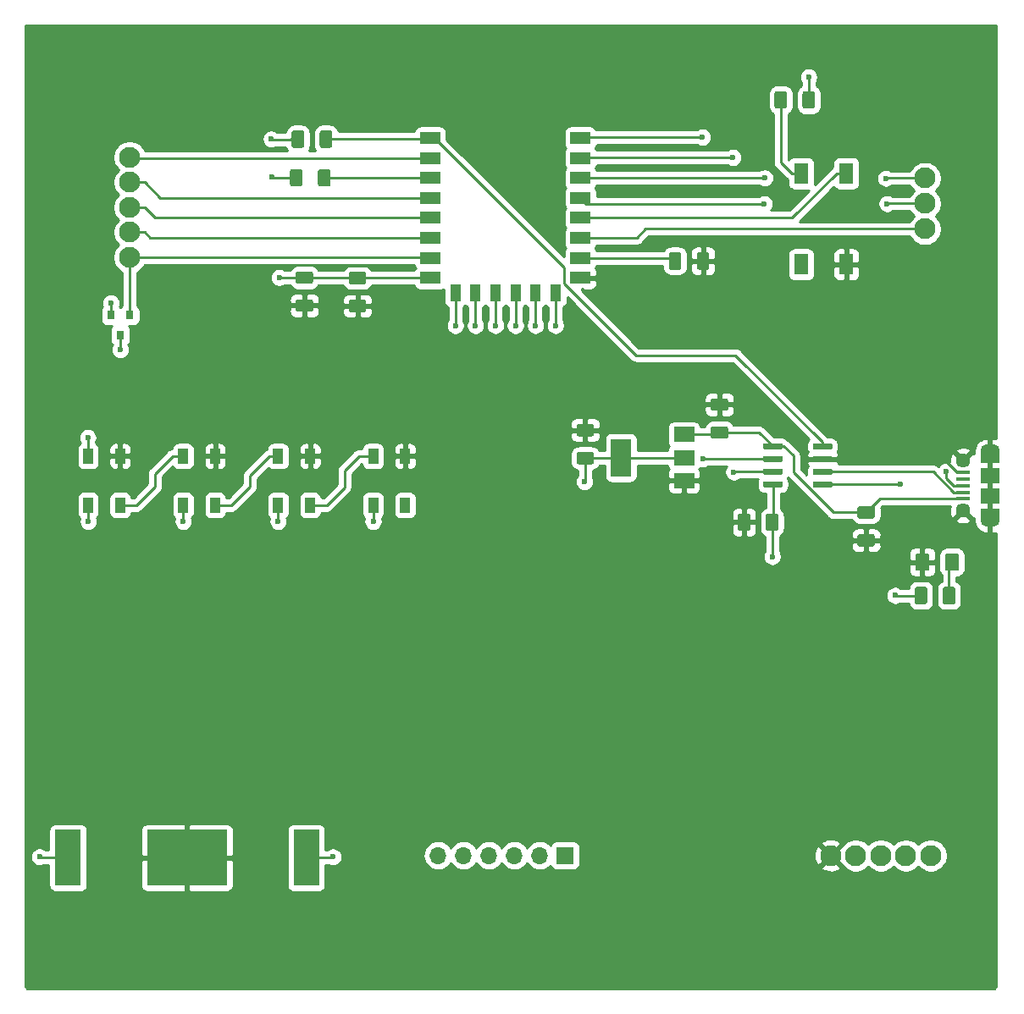
<source format=gbr>
G04 #@! TF.GenerationSoftware,KiCad,Pcbnew,(5.1.2)-1*
G04 #@! TF.CreationDate,2020-01-23T21:38:11-06:00*
G04 #@! TF.ProjectId,8266-dev,38323636-2d64-4657-962e-6b696361645f,rev?*
G04 #@! TF.SameCoordinates,Original*
G04 #@! TF.FileFunction,Copper,L1,Top*
G04 #@! TF.FilePolarity,Positive*
%FSLAX46Y46*%
G04 Gerber Fmt 4.6, Leading zero omitted, Abs format (unit mm)*
G04 Created by KiCad (PCBNEW (5.1.2)-1) date 2020-01-23 21:38:11*
%MOMM*%
%LPD*%
G04 APERTURE LIST*
%ADD10C,0.100000*%
%ADD11C,1.250000*%
%ADD12R,8.000000X5.560000*%
%ADD13R,2.600000X5.560000*%
%ADD14R,1.400000X2.100000*%
%ADD15R,1.100000X1.700000*%
%ADD16R,2.000000X1.200000*%
%ADD17C,2.100000*%
%ADD18R,1.700000X1.700000*%
%ADD19O,1.700000X1.700000*%
%ADD20R,1.000000X1.500000*%
%ADD21R,0.800000X0.900000*%
%ADD22R,1.900000X1.500000*%
%ADD23C,1.450000*%
%ADD24R,1.350000X0.400000*%
%ADD25O,1.900000X1.200000*%
%ADD26R,1.900000X1.200000*%
%ADD27C,0.600000*%
%ADD28C,1.425000*%
%ADD29R,2.000000X3.800000*%
%ADD30R,2.000000X1.500000*%
%ADD31C,0.250000*%
%ADD32C,0.254000*%
G04 APERTURE END LIST*
D10*
G36*
X169697203Y-91997505D02*
G01*
X169721472Y-92001105D01*
X169745270Y-92007066D01*
X169768370Y-92015331D01*
X169790548Y-92025821D01*
X169811592Y-92038434D01*
X169831297Y-92053048D01*
X169849476Y-92069524D01*
X169865952Y-92087703D01*
X169880566Y-92107408D01*
X169893179Y-92128452D01*
X169903669Y-92150630D01*
X169911934Y-92173730D01*
X169917895Y-92197528D01*
X169921495Y-92221797D01*
X169922699Y-92246301D01*
X169922699Y-92996301D01*
X169921495Y-93020805D01*
X169917895Y-93045074D01*
X169911934Y-93068872D01*
X169903669Y-93091972D01*
X169893179Y-93114150D01*
X169880566Y-93135194D01*
X169865952Y-93154899D01*
X169849476Y-93173078D01*
X169831297Y-93189554D01*
X169811592Y-93204168D01*
X169790548Y-93216781D01*
X169768370Y-93227271D01*
X169745270Y-93235536D01*
X169721472Y-93241497D01*
X169697203Y-93245097D01*
X169672699Y-93246301D01*
X168422699Y-93246301D01*
X168398195Y-93245097D01*
X168373926Y-93241497D01*
X168350128Y-93235536D01*
X168327028Y-93227271D01*
X168304850Y-93216781D01*
X168283806Y-93204168D01*
X168264101Y-93189554D01*
X168245922Y-93173078D01*
X168229446Y-93154899D01*
X168214832Y-93135194D01*
X168202219Y-93114150D01*
X168191729Y-93091972D01*
X168183464Y-93068872D01*
X168177503Y-93045074D01*
X168173903Y-93020805D01*
X168172699Y-92996301D01*
X168172699Y-92246301D01*
X168173903Y-92221797D01*
X168177503Y-92197528D01*
X168183464Y-92173730D01*
X168191729Y-92150630D01*
X168202219Y-92128452D01*
X168214832Y-92107408D01*
X168229446Y-92087703D01*
X168245922Y-92069524D01*
X168264101Y-92053048D01*
X168283806Y-92038434D01*
X168304850Y-92025821D01*
X168327028Y-92015331D01*
X168350128Y-92007066D01*
X168373926Y-92001105D01*
X168398195Y-91997505D01*
X168422699Y-91996301D01*
X169672699Y-91996301D01*
X169697203Y-91997505D01*
X169697203Y-91997505D01*
G37*
D11*
X169047699Y-92621301D03*
D10*
G36*
X169697203Y-94797505D02*
G01*
X169721472Y-94801105D01*
X169745270Y-94807066D01*
X169768370Y-94815331D01*
X169790548Y-94825821D01*
X169811592Y-94838434D01*
X169831297Y-94853048D01*
X169849476Y-94869524D01*
X169865952Y-94887703D01*
X169880566Y-94907408D01*
X169893179Y-94928452D01*
X169903669Y-94950630D01*
X169911934Y-94973730D01*
X169917895Y-94997528D01*
X169921495Y-95021797D01*
X169922699Y-95046301D01*
X169922699Y-95796301D01*
X169921495Y-95820805D01*
X169917895Y-95845074D01*
X169911934Y-95868872D01*
X169903669Y-95891972D01*
X169893179Y-95914150D01*
X169880566Y-95935194D01*
X169865952Y-95954899D01*
X169849476Y-95973078D01*
X169831297Y-95989554D01*
X169811592Y-96004168D01*
X169790548Y-96016781D01*
X169768370Y-96027271D01*
X169745270Y-96035536D01*
X169721472Y-96041497D01*
X169697203Y-96045097D01*
X169672699Y-96046301D01*
X168422699Y-96046301D01*
X168398195Y-96045097D01*
X168373926Y-96041497D01*
X168350128Y-96035536D01*
X168327028Y-96027271D01*
X168304850Y-96016781D01*
X168283806Y-96004168D01*
X168264101Y-95989554D01*
X168245922Y-95973078D01*
X168229446Y-95954899D01*
X168214832Y-95935194D01*
X168202219Y-95914150D01*
X168191729Y-95891972D01*
X168183464Y-95868872D01*
X168177503Y-95845074D01*
X168173903Y-95820805D01*
X168172699Y-95796301D01*
X168172699Y-95046301D01*
X168173903Y-95021797D01*
X168177503Y-94997528D01*
X168183464Y-94973730D01*
X168191729Y-94950630D01*
X168202219Y-94928452D01*
X168214832Y-94907408D01*
X168229446Y-94887703D01*
X168245922Y-94869524D01*
X168264101Y-94853048D01*
X168283806Y-94838434D01*
X168304850Y-94825821D01*
X168327028Y-94815331D01*
X168350128Y-94807066D01*
X168373926Y-94801105D01*
X168398195Y-94797505D01*
X168422699Y-94796301D01*
X169672699Y-94796301D01*
X169697203Y-94797505D01*
X169697203Y-94797505D01*
G37*
D11*
X169047699Y-95421301D03*
D12*
X101168200Y-127170180D03*
D13*
X113073200Y-127170180D03*
X89263200Y-127170180D03*
D10*
G36*
X113539804Y-68509924D02*
G01*
X113564073Y-68513524D01*
X113587871Y-68519485D01*
X113610971Y-68527750D01*
X113633149Y-68538240D01*
X113654193Y-68550853D01*
X113673898Y-68565467D01*
X113692077Y-68581943D01*
X113708553Y-68600122D01*
X113723167Y-68619827D01*
X113735780Y-68640871D01*
X113746270Y-68663049D01*
X113754535Y-68686149D01*
X113760496Y-68709947D01*
X113764096Y-68734216D01*
X113765300Y-68758720D01*
X113765300Y-69508720D01*
X113764096Y-69533224D01*
X113760496Y-69557493D01*
X113754535Y-69581291D01*
X113746270Y-69604391D01*
X113735780Y-69626569D01*
X113723167Y-69647613D01*
X113708553Y-69667318D01*
X113692077Y-69685497D01*
X113673898Y-69701973D01*
X113654193Y-69716587D01*
X113633149Y-69729200D01*
X113610971Y-69739690D01*
X113587871Y-69747955D01*
X113564073Y-69753916D01*
X113539804Y-69757516D01*
X113515300Y-69758720D01*
X112265300Y-69758720D01*
X112240796Y-69757516D01*
X112216527Y-69753916D01*
X112192729Y-69747955D01*
X112169629Y-69739690D01*
X112147451Y-69729200D01*
X112126407Y-69716587D01*
X112106702Y-69701973D01*
X112088523Y-69685497D01*
X112072047Y-69667318D01*
X112057433Y-69647613D01*
X112044820Y-69626569D01*
X112034330Y-69604391D01*
X112026065Y-69581291D01*
X112020104Y-69557493D01*
X112016504Y-69533224D01*
X112015300Y-69508720D01*
X112015300Y-68758720D01*
X112016504Y-68734216D01*
X112020104Y-68709947D01*
X112026065Y-68686149D01*
X112034330Y-68663049D01*
X112044820Y-68640871D01*
X112057433Y-68619827D01*
X112072047Y-68600122D01*
X112088523Y-68581943D01*
X112106702Y-68565467D01*
X112126407Y-68550853D01*
X112147451Y-68538240D01*
X112169629Y-68527750D01*
X112192729Y-68519485D01*
X112216527Y-68513524D01*
X112240796Y-68509924D01*
X112265300Y-68508720D01*
X113515300Y-68508720D01*
X113539804Y-68509924D01*
X113539804Y-68509924D01*
G37*
D11*
X112890300Y-69133720D03*
D10*
G36*
X113539804Y-71309924D02*
G01*
X113564073Y-71313524D01*
X113587871Y-71319485D01*
X113610971Y-71327750D01*
X113633149Y-71338240D01*
X113654193Y-71350853D01*
X113673898Y-71365467D01*
X113692077Y-71381943D01*
X113708553Y-71400122D01*
X113723167Y-71419827D01*
X113735780Y-71440871D01*
X113746270Y-71463049D01*
X113754535Y-71486149D01*
X113760496Y-71509947D01*
X113764096Y-71534216D01*
X113765300Y-71558720D01*
X113765300Y-72308720D01*
X113764096Y-72333224D01*
X113760496Y-72357493D01*
X113754535Y-72381291D01*
X113746270Y-72404391D01*
X113735780Y-72426569D01*
X113723167Y-72447613D01*
X113708553Y-72467318D01*
X113692077Y-72485497D01*
X113673898Y-72501973D01*
X113654193Y-72516587D01*
X113633149Y-72529200D01*
X113610971Y-72539690D01*
X113587871Y-72547955D01*
X113564073Y-72553916D01*
X113539804Y-72557516D01*
X113515300Y-72558720D01*
X112265300Y-72558720D01*
X112240796Y-72557516D01*
X112216527Y-72553916D01*
X112192729Y-72547955D01*
X112169629Y-72539690D01*
X112147451Y-72529200D01*
X112126407Y-72516587D01*
X112106702Y-72501973D01*
X112088523Y-72485497D01*
X112072047Y-72467318D01*
X112057433Y-72447613D01*
X112044820Y-72426569D01*
X112034330Y-72404391D01*
X112026065Y-72381291D01*
X112020104Y-72357493D01*
X112016504Y-72333224D01*
X112015300Y-72308720D01*
X112015300Y-71558720D01*
X112016504Y-71534216D01*
X112020104Y-71509947D01*
X112026065Y-71486149D01*
X112034330Y-71463049D01*
X112044820Y-71440871D01*
X112057433Y-71419827D01*
X112072047Y-71400122D01*
X112088523Y-71381943D01*
X112106702Y-71365467D01*
X112126407Y-71350853D01*
X112147451Y-71338240D01*
X112169629Y-71327750D01*
X112192729Y-71319485D01*
X112216527Y-71313524D01*
X112240796Y-71309924D01*
X112265300Y-71308720D01*
X113515300Y-71308720D01*
X113539804Y-71309924D01*
X113539804Y-71309924D01*
G37*
D11*
X112890300Y-71933720D03*
D10*
G36*
X115446264Y-54414384D02*
G01*
X115470533Y-54417984D01*
X115494331Y-54423945D01*
X115517431Y-54432210D01*
X115539609Y-54442700D01*
X115560653Y-54455313D01*
X115580358Y-54469927D01*
X115598537Y-54486403D01*
X115615013Y-54504582D01*
X115629627Y-54524287D01*
X115642240Y-54545331D01*
X115652730Y-54567509D01*
X115660995Y-54590609D01*
X115666956Y-54614407D01*
X115670556Y-54638676D01*
X115671760Y-54663180D01*
X115671760Y-55913180D01*
X115670556Y-55937684D01*
X115666956Y-55961953D01*
X115660995Y-55985751D01*
X115652730Y-56008851D01*
X115642240Y-56031029D01*
X115629627Y-56052073D01*
X115615013Y-56071778D01*
X115598537Y-56089957D01*
X115580358Y-56106433D01*
X115560653Y-56121047D01*
X115539609Y-56133660D01*
X115517431Y-56144150D01*
X115494331Y-56152415D01*
X115470533Y-56158376D01*
X115446264Y-56161976D01*
X115421760Y-56163180D01*
X114671760Y-56163180D01*
X114647256Y-56161976D01*
X114622987Y-56158376D01*
X114599189Y-56152415D01*
X114576089Y-56144150D01*
X114553911Y-56133660D01*
X114532867Y-56121047D01*
X114513162Y-56106433D01*
X114494983Y-56089957D01*
X114478507Y-56071778D01*
X114463893Y-56052073D01*
X114451280Y-56031029D01*
X114440790Y-56008851D01*
X114432525Y-55985751D01*
X114426564Y-55961953D01*
X114422964Y-55937684D01*
X114421760Y-55913180D01*
X114421760Y-54663180D01*
X114422964Y-54638676D01*
X114426564Y-54614407D01*
X114432525Y-54590609D01*
X114440790Y-54567509D01*
X114451280Y-54545331D01*
X114463893Y-54524287D01*
X114478507Y-54504582D01*
X114494983Y-54486403D01*
X114513162Y-54469927D01*
X114532867Y-54455313D01*
X114553911Y-54442700D01*
X114576089Y-54432210D01*
X114599189Y-54423945D01*
X114622987Y-54417984D01*
X114647256Y-54414384D01*
X114671760Y-54413180D01*
X115421760Y-54413180D01*
X115446264Y-54414384D01*
X115446264Y-54414384D01*
G37*
D11*
X115046760Y-55288180D03*
D10*
G36*
X112646264Y-54414384D02*
G01*
X112670533Y-54417984D01*
X112694331Y-54423945D01*
X112717431Y-54432210D01*
X112739609Y-54442700D01*
X112760653Y-54455313D01*
X112780358Y-54469927D01*
X112798537Y-54486403D01*
X112815013Y-54504582D01*
X112829627Y-54524287D01*
X112842240Y-54545331D01*
X112852730Y-54567509D01*
X112860995Y-54590609D01*
X112866956Y-54614407D01*
X112870556Y-54638676D01*
X112871760Y-54663180D01*
X112871760Y-55913180D01*
X112870556Y-55937684D01*
X112866956Y-55961953D01*
X112860995Y-55985751D01*
X112852730Y-56008851D01*
X112842240Y-56031029D01*
X112829627Y-56052073D01*
X112815013Y-56071778D01*
X112798537Y-56089957D01*
X112780358Y-56106433D01*
X112760653Y-56121047D01*
X112739609Y-56133660D01*
X112717431Y-56144150D01*
X112694331Y-56152415D01*
X112670533Y-56158376D01*
X112646264Y-56161976D01*
X112621760Y-56163180D01*
X111871760Y-56163180D01*
X111847256Y-56161976D01*
X111822987Y-56158376D01*
X111799189Y-56152415D01*
X111776089Y-56144150D01*
X111753911Y-56133660D01*
X111732867Y-56121047D01*
X111713162Y-56106433D01*
X111694983Y-56089957D01*
X111678507Y-56071778D01*
X111663893Y-56052073D01*
X111651280Y-56031029D01*
X111640790Y-56008851D01*
X111632525Y-55985751D01*
X111626564Y-55961953D01*
X111622964Y-55937684D01*
X111621760Y-55913180D01*
X111621760Y-54663180D01*
X111622964Y-54638676D01*
X111626564Y-54614407D01*
X111632525Y-54590609D01*
X111640790Y-54567509D01*
X111651280Y-54545331D01*
X111663893Y-54524287D01*
X111678507Y-54504582D01*
X111694983Y-54486403D01*
X111713162Y-54469927D01*
X111732867Y-54455313D01*
X111753911Y-54442700D01*
X111776089Y-54432210D01*
X111799189Y-54423945D01*
X111822987Y-54417984D01*
X111847256Y-54414384D01*
X111871760Y-54413180D01*
X112621760Y-54413180D01*
X112646264Y-54414384D01*
X112646264Y-54414384D01*
G37*
D11*
X112246760Y-55288180D03*
D10*
G36*
X112478624Y-58287884D02*
G01*
X112502893Y-58291484D01*
X112526691Y-58297445D01*
X112549791Y-58305710D01*
X112571969Y-58316200D01*
X112593013Y-58328813D01*
X112612718Y-58343427D01*
X112630897Y-58359903D01*
X112647373Y-58378082D01*
X112661987Y-58397787D01*
X112674600Y-58418831D01*
X112685090Y-58441009D01*
X112693355Y-58464109D01*
X112699316Y-58487907D01*
X112702916Y-58512176D01*
X112704120Y-58536680D01*
X112704120Y-59786680D01*
X112702916Y-59811184D01*
X112699316Y-59835453D01*
X112693355Y-59859251D01*
X112685090Y-59882351D01*
X112674600Y-59904529D01*
X112661987Y-59925573D01*
X112647373Y-59945278D01*
X112630897Y-59963457D01*
X112612718Y-59979933D01*
X112593013Y-59994547D01*
X112571969Y-60007160D01*
X112549791Y-60017650D01*
X112526691Y-60025915D01*
X112502893Y-60031876D01*
X112478624Y-60035476D01*
X112454120Y-60036680D01*
X111704120Y-60036680D01*
X111679616Y-60035476D01*
X111655347Y-60031876D01*
X111631549Y-60025915D01*
X111608449Y-60017650D01*
X111586271Y-60007160D01*
X111565227Y-59994547D01*
X111545522Y-59979933D01*
X111527343Y-59963457D01*
X111510867Y-59945278D01*
X111496253Y-59925573D01*
X111483640Y-59904529D01*
X111473150Y-59882351D01*
X111464885Y-59859251D01*
X111458924Y-59835453D01*
X111455324Y-59811184D01*
X111454120Y-59786680D01*
X111454120Y-58536680D01*
X111455324Y-58512176D01*
X111458924Y-58487907D01*
X111464885Y-58464109D01*
X111473150Y-58441009D01*
X111483640Y-58418831D01*
X111496253Y-58397787D01*
X111510867Y-58378082D01*
X111527343Y-58359903D01*
X111545522Y-58343427D01*
X111565227Y-58328813D01*
X111586271Y-58316200D01*
X111608449Y-58305710D01*
X111631549Y-58297445D01*
X111655347Y-58291484D01*
X111679616Y-58287884D01*
X111704120Y-58286680D01*
X112454120Y-58286680D01*
X112478624Y-58287884D01*
X112478624Y-58287884D01*
G37*
D11*
X112079120Y-59161680D03*
D10*
G36*
X115278624Y-58287884D02*
G01*
X115302893Y-58291484D01*
X115326691Y-58297445D01*
X115349791Y-58305710D01*
X115371969Y-58316200D01*
X115393013Y-58328813D01*
X115412718Y-58343427D01*
X115430897Y-58359903D01*
X115447373Y-58378082D01*
X115461987Y-58397787D01*
X115474600Y-58418831D01*
X115485090Y-58441009D01*
X115493355Y-58464109D01*
X115499316Y-58487907D01*
X115502916Y-58512176D01*
X115504120Y-58536680D01*
X115504120Y-59786680D01*
X115502916Y-59811184D01*
X115499316Y-59835453D01*
X115493355Y-59859251D01*
X115485090Y-59882351D01*
X115474600Y-59904529D01*
X115461987Y-59925573D01*
X115447373Y-59945278D01*
X115430897Y-59963457D01*
X115412718Y-59979933D01*
X115393013Y-59994547D01*
X115371969Y-60007160D01*
X115349791Y-60017650D01*
X115326691Y-60025915D01*
X115302893Y-60031876D01*
X115278624Y-60035476D01*
X115254120Y-60036680D01*
X114504120Y-60036680D01*
X114479616Y-60035476D01*
X114455347Y-60031876D01*
X114431549Y-60025915D01*
X114408449Y-60017650D01*
X114386271Y-60007160D01*
X114365227Y-59994547D01*
X114345522Y-59979933D01*
X114327343Y-59963457D01*
X114310867Y-59945278D01*
X114296253Y-59925573D01*
X114283640Y-59904529D01*
X114273150Y-59882351D01*
X114264885Y-59859251D01*
X114258924Y-59835453D01*
X114255324Y-59811184D01*
X114254120Y-59786680D01*
X114254120Y-58536680D01*
X114255324Y-58512176D01*
X114258924Y-58487907D01*
X114264885Y-58464109D01*
X114273150Y-58441009D01*
X114283640Y-58418831D01*
X114296253Y-58397787D01*
X114310867Y-58378082D01*
X114327343Y-58359903D01*
X114345522Y-58343427D01*
X114365227Y-58328813D01*
X114386271Y-58316200D01*
X114408449Y-58305710D01*
X114431549Y-58297445D01*
X114455347Y-58291484D01*
X114479616Y-58287884D01*
X114504120Y-58286680D01*
X115254120Y-58286680D01*
X115278624Y-58287884D01*
X115278624Y-58287884D01*
G37*
D11*
X114879120Y-59161680D03*
D10*
G36*
X163708804Y-50485004D02*
G01*
X163733073Y-50488604D01*
X163756871Y-50494565D01*
X163779971Y-50502830D01*
X163802149Y-50513320D01*
X163823193Y-50525933D01*
X163842898Y-50540547D01*
X163861077Y-50557023D01*
X163877553Y-50575202D01*
X163892167Y-50594907D01*
X163904780Y-50615951D01*
X163915270Y-50638129D01*
X163923535Y-50661229D01*
X163929496Y-50685027D01*
X163933096Y-50709296D01*
X163934300Y-50733800D01*
X163934300Y-51983800D01*
X163933096Y-52008304D01*
X163929496Y-52032573D01*
X163923535Y-52056371D01*
X163915270Y-52079471D01*
X163904780Y-52101649D01*
X163892167Y-52122693D01*
X163877553Y-52142398D01*
X163861077Y-52160577D01*
X163842898Y-52177053D01*
X163823193Y-52191667D01*
X163802149Y-52204280D01*
X163779971Y-52214770D01*
X163756871Y-52223035D01*
X163733073Y-52228996D01*
X163708804Y-52232596D01*
X163684300Y-52233800D01*
X162934300Y-52233800D01*
X162909796Y-52232596D01*
X162885527Y-52228996D01*
X162861729Y-52223035D01*
X162838629Y-52214770D01*
X162816451Y-52204280D01*
X162795407Y-52191667D01*
X162775702Y-52177053D01*
X162757523Y-52160577D01*
X162741047Y-52142398D01*
X162726433Y-52122693D01*
X162713820Y-52101649D01*
X162703330Y-52079471D01*
X162695065Y-52056371D01*
X162689104Y-52032573D01*
X162685504Y-52008304D01*
X162684300Y-51983800D01*
X162684300Y-50733800D01*
X162685504Y-50709296D01*
X162689104Y-50685027D01*
X162695065Y-50661229D01*
X162703330Y-50638129D01*
X162713820Y-50615951D01*
X162726433Y-50594907D01*
X162741047Y-50575202D01*
X162757523Y-50557023D01*
X162775702Y-50540547D01*
X162795407Y-50525933D01*
X162816451Y-50513320D01*
X162838629Y-50502830D01*
X162861729Y-50494565D01*
X162885527Y-50488604D01*
X162909796Y-50485004D01*
X162934300Y-50483800D01*
X163684300Y-50483800D01*
X163708804Y-50485004D01*
X163708804Y-50485004D01*
G37*
D11*
X163309300Y-51358800D03*
D10*
G36*
X160908804Y-50485004D02*
G01*
X160933073Y-50488604D01*
X160956871Y-50494565D01*
X160979971Y-50502830D01*
X161002149Y-50513320D01*
X161023193Y-50525933D01*
X161042898Y-50540547D01*
X161061077Y-50557023D01*
X161077553Y-50575202D01*
X161092167Y-50594907D01*
X161104780Y-50615951D01*
X161115270Y-50638129D01*
X161123535Y-50661229D01*
X161129496Y-50685027D01*
X161133096Y-50709296D01*
X161134300Y-50733800D01*
X161134300Y-51983800D01*
X161133096Y-52008304D01*
X161129496Y-52032573D01*
X161123535Y-52056371D01*
X161115270Y-52079471D01*
X161104780Y-52101649D01*
X161092167Y-52122693D01*
X161077553Y-52142398D01*
X161061077Y-52160577D01*
X161042898Y-52177053D01*
X161023193Y-52191667D01*
X161002149Y-52204280D01*
X160979971Y-52214770D01*
X160956871Y-52223035D01*
X160933073Y-52228996D01*
X160908804Y-52232596D01*
X160884300Y-52233800D01*
X160134300Y-52233800D01*
X160109796Y-52232596D01*
X160085527Y-52228996D01*
X160061729Y-52223035D01*
X160038629Y-52214770D01*
X160016451Y-52204280D01*
X159995407Y-52191667D01*
X159975702Y-52177053D01*
X159957523Y-52160577D01*
X159941047Y-52142398D01*
X159926433Y-52122693D01*
X159913820Y-52101649D01*
X159903330Y-52079471D01*
X159895065Y-52056371D01*
X159889104Y-52032573D01*
X159885504Y-52008304D01*
X159884300Y-51983800D01*
X159884300Y-50733800D01*
X159885504Y-50709296D01*
X159889104Y-50685027D01*
X159895065Y-50661229D01*
X159903330Y-50638129D01*
X159913820Y-50615951D01*
X159926433Y-50594907D01*
X159941047Y-50575202D01*
X159957523Y-50557023D01*
X159975702Y-50540547D01*
X159995407Y-50525933D01*
X160016451Y-50513320D01*
X160038629Y-50502830D01*
X160061729Y-50494565D01*
X160085527Y-50488604D01*
X160109796Y-50485004D01*
X160134300Y-50483800D01*
X160884300Y-50483800D01*
X160908804Y-50485004D01*
X160908804Y-50485004D01*
G37*
D11*
X160509300Y-51358800D03*
D10*
G36*
X153142864Y-66601304D02*
G01*
X153167133Y-66604904D01*
X153190931Y-66610865D01*
X153214031Y-66619130D01*
X153236209Y-66629620D01*
X153257253Y-66642233D01*
X153276958Y-66656847D01*
X153295137Y-66673323D01*
X153311613Y-66691502D01*
X153326227Y-66711207D01*
X153338840Y-66732251D01*
X153349330Y-66754429D01*
X153357595Y-66777529D01*
X153363556Y-66801327D01*
X153367156Y-66825596D01*
X153368360Y-66850100D01*
X153368360Y-68100100D01*
X153367156Y-68124604D01*
X153363556Y-68148873D01*
X153357595Y-68172671D01*
X153349330Y-68195771D01*
X153338840Y-68217949D01*
X153326227Y-68238993D01*
X153311613Y-68258698D01*
X153295137Y-68276877D01*
X153276958Y-68293353D01*
X153257253Y-68307967D01*
X153236209Y-68320580D01*
X153214031Y-68331070D01*
X153190931Y-68339335D01*
X153167133Y-68345296D01*
X153142864Y-68348896D01*
X153118360Y-68350100D01*
X152368360Y-68350100D01*
X152343856Y-68348896D01*
X152319587Y-68345296D01*
X152295789Y-68339335D01*
X152272689Y-68331070D01*
X152250511Y-68320580D01*
X152229467Y-68307967D01*
X152209762Y-68293353D01*
X152191583Y-68276877D01*
X152175107Y-68258698D01*
X152160493Y-68238993D01*
X152147880Y-68217949D01*
X152137390Y-68195771D01*
X152129125Y-68172671D01*
X152123164Y-68148873D01*
X152119564Y-68124604D01*
X152118360Y-68100100D01*
X152118360Y-66850100D01*
X152119564Y-66825596D01*
X152123164Y-66801327D01*
X152129125Y-66777529D01*
X152137390Y-66754429D01*
X152147880Y-66732251D01*
X152160493Y-66711207D01*
X152175107Y-66691502D01*
X152191583Y-66673323D01*
X152209762Y-66656847D01*
X152229467Y-66642233D01*
X152250511Y-66629620D01*
X152272689Y-66619130D01*
X152295789Y-66610865D01*
X152319587Y-66604904D01*
X152343856Y-66601304D01*
X152368360Y-66600100D01*
X153118360Y-66600100D01*
X153142864Y-66601304D01*
X153142864Y-66601304D01*
G37*
D11*
X152743360Y-67475100D03*
D10*
G36*
X150342864Y-66601304D02*
G01*
X150367133Y-66604904D01*
X150390931Y-66610865D01*
X150414031Y-66619130D01*
X150436209Y-66629620D01*
X150457253Y-66642233D01*
X150476958Y-66656847D01*
X150495137Y-66673323D01*
X150511613Y-66691502D01*
X150526227Y-66711207D01*
X150538840Y-66732251D01*
X150549330Y-66754429D01*
X150557595Y-66777529D01*
X150563556Y-66801327D01*
X150567156Y-66825596D01*
X150568360Y-66850100D01*
X150568360Y-68100100D01*
X150567156Y-68124604D01*
X150563556Y-68148873D01*
X150557595Y-68172671D01*
X150549330Y-68195771D01*
X150538840Y-68217949D01*
X150526227Y-68238993D01*
X150511613Y-68258698D01*
X150495137Y-68276877D01*
X150476958Y-68293353D01*
X150457253Y-68307967D01*
X150436209Y-68320580D01*
X150414031Y-68331070D01*
X150390931Y-68339335D01*
X150367133Y-68345296D01*
X150342864Y-68348896D01*
X150318360Y-68350100D01*
X149568360Y-68350100D01*
X149543856Y-68348896D01*
X149519587Y-68345296D01*
X149495789Y-68339335D01*
X149472689Y-68331070D01*
X149450511Y-68320580D01*
X149429467Y-68307967D01*
X149409762Y-68293353D01*
X149391583Y-68276877D01*
X149375107Y-68258698D01*
X149360493Y-68238993D01*
X149347880Y-68217949D01*
X149337390Y-68195771D01*
X149329125Y-68172671D01*
X149323164Y-68148873D01*
X149319564Y-68124604D01*
X149318360Y-68100100D01*
X149318360Y-66850100D01*
X149319564Y-66825596D01*
X149323164Y-66801327D01*
X149329125Y-66777529D01*
X149337390Y-66754429D01*
X149347880Y-66732251D01*
X149360493Y-66711207D01*
X149375107Y-66691502D01*
X149391583Y-66673323D01*
X149409762Y-66656847D01*
X149429467Y-66642233D01*
X149450511Y-66629620D01*
X149472689Y-66619130D01*
X149495789Y-66610865D01*
X149519587Y-66604904D01*
X149543856Y-66601304D01*
X149568360Y-66600100D01*
X150318360Y-66600100D01*
X150342864Y-66601304D01*
X150342864Y-66601304D01*
G37*
D11*
X149943360Y-67475100D03*
D14*
X167055360Y-67813780D03*
X162555360Y-67813780D03*
X162555360Y-58713780D03*
X167055360Y-58713780D03*
D15*
X137986780Y-70671580D03*
X135986780Y-70671580D03*
X133986780Y-70671580D03*
X131986780Y-70671580D03*
X129986780Y-70671580D03*
X127986780Y-70671580D03*
D16*
X140486780Y-55171580D03*
X140486780Y-57171580D03*
X140486780Y-59171580D03*
X140486780Y-61171580D03*
X140486780Y-63171580D03*
X140486780Y-65171580D03*
X140486780Y-67171580D03*
X140486780Y-69171580D03*
X125486780Y-69171580D03*
X125486780Y-67171580D03*
X125486780Y-65171580D03*
X125486780Y-63171580D03*
X125486780Y-61171580D03*
X125486780Y-59171580D03*
X125486780Y-57171580D03*
X125486780Y-55171580D03*
D17*
X165511480Y-126949200D03*
X168011480Y-126949200D03*
X170511480Y-126949200D03*
X173011480Y-126949200D03*
X175511480Y-126949200D03*
X95417640Y-57104280D03*
X95417640Y-59604280D03*
X95417640Y-62104280D03*
X95417640Y-64604280D03*
X95417640Y-67104280D03*
D18*
X138942530Y-126944200D03*
D19*
X136402530Y-126944200D03*
X133862530Y-126944200D03*
X131322530Y-126944200D03*
X128782530Y-126944200D03*
X126242530Y-126944200D03*
D17*
X174919640Y-59194700D03*
X174919640Y-61734700D03*
X174919640Y-64274700D03*
D10*
G36*
X118856024Y-68555184D02*
G01*
X118880293Y-68558784D01*
X118904091Y-68564745D01*
X118927191Y-68573010D01*
X118949369Y-68583500D01*
X118970413Y-68596113D01*
X118990118Y-68610727D01*
X119008297Y-68627203D01*
X119024773Y-68645382D01*
X119039387Y-68665087D01*
X119052000Y-68686131D01*
X119062490Y-68708309D01*
X119070755Y-68731409D01*
X119076716Y-68755207D01*
X119080316Y-68779476D01*
X119081520Y-68803980D01*
X119081520Y-69553980D01*
X119080316Y-69578484D01*
X119076716Y-69602753D01*
X119070755Y-69626551D01*
X119062490Y-69649651D01*
X119052000Y-69671829D01*
X119039387Y-69692873D01*
X119024773Y-69712578D01*
X119008297Y-69730757D01*
X118990118Y-69747233D01*
X118970413Y-69761847D01*
X118949369Y-69774460D01*
X118927191Y-69784950D01*
X118904091Y-69793215D01*
X118880293Y-69799176D01*
X118856024Y-69802776D01*
X118831520Y-69803980D01*
X117581520Y-69803980D01*
X117557016Y-69802776D01*
X117532747Y-69799176D01*
X117508949Y-69793215D01*
X117485849Y-69784950D01*
X117463671Y-69774460D01*
X117442627Y-69761847D01*
X117422922Y-69747233D01*
X117404743Y-69730757D01*
X117388267Y-69712578D01*
X117373653Y-69692873D01*
X117361040Y-69671829D01*
X117350550Y-69649651D01*
X117342285Y-69626551D01*
X117336324Y-69602753D01*
X117332724Y-69578484D01*
X117331520Y-69553980D01*
X117331520Y-68803980D01*
X117332724Y-68779476D01*
X117336324Y-68755207D01*
X117342285Y-68731409D01*
X117350550Y-68708309D01*
X117361040Y-68686131D01*
X117373653Y-68665087D01*
X117388267Y-68645382D01*
X117404743Y-68627203D01*
X117422922Y-68610727D01*
X117442627Y-68596113D01*
X117463671Y-68583500D01*
X117485849Y-68573010D01*
X117508949Y-68564745D01*
X117532747Y-68558784D01*
X117557016Y-68555184D01*
X117581520Y-68553980D01*
X118831520Y-68553980D01*
X118856024Y-68555184D01*
X118856024Y-68555184D01*
G37*
D11*
X118206520Y-69178980D03*
D10*
G36*
X118856024Y-71355184D02*
G01*
X118880293Y-71358784D01*
X118904091Y-71364745D01*
X118927191Y-71373010D01*
X118949369Y-71383500D01*
X118970413Y-71396113D01*
X118990118Y-71410727D01*
X119008297Y-71427203D01*
X119024773Y-71445382D01*
X119039387Y-71465087D01*
X119052000Y-71486131D01*
X119062490Y-71508309D01*
X119070755Y-71531409D01*
X119076716Y-71555207D01*
X119080316Y-71579476D01*
X119081520Y-71603980D01*
X119081520Y-72353980D01*
X119080316Y-72378484D01*
X119076716Y-72402753D01*
X119070755Y-72426551D01*
X119062490Y-72449651D01*
X119052000Y-72471829D01*
X119039387Y-72492873D01*
X119024773Y-72512578D01*
X119008297Y-72530757D01*
X118990118Y-72547233D01*
X118970413Y-72561847D01*
X118949369Y-72574460D01*
X118927191Y-72584950D01*
X118904091Y-72593215D01*
X118880293Y-72599176D01*
X118856024Y-72602776D01*
X118831520Y-72603980D01*
X117581520Y-72603980D01*
X117557016Y-72602776D01*
X117532747Y-72599176D01*
X117508949Y-72593215D01*
X117485849Y-72584950D01*
X117463671Y-72574460D01*
X117442627Y-72561847D01*
X117422922Y-72547233D01*
X117404743Y-72530757D01*
X117388267Y-72512578D01*
X117373653Y-72492873D01*
X117361040Y-72471829D01*
X117350550Y-72449651D01*
X117342285Y-72426551D01*
X117336324Y-72402753D01*
X117332724Y-72378484D01*
X117331520Y-72353980D01*
X117331520Y-71603980D01*
X117332724Y-71579476D01*
X117336324Y-71555207D01*
X117342285Y-71531409D01*
X117350550Y-71508309D01*
X117361040Y-71486131D01*
X117373653Y-71465087D01*
X117388267Y-71445382D01*
X117404743Y-71427203D01*
X117422922Y-71410727D01*
X117442627Y-71396113D01*
X117463671Y-71383500D01*
X117485849Y-71373010D01*
X117508949Y-71364745D01*
X117532747Y-71358784D01*
X117557016Y-71355184D01*
X117581520Y-71353980D01*
X118831520Y-71353980D01*
X118856024Y-71355184D01*
X118856024Y-71355184D01*
G37*
D11*
X118206520Y-71978980D03*
D20*
X91274000Y-91895000D03*
X94474000Y-91895000D03*
X91274000Y-86995000D03*
X94474000Y-86995000D03*
X103969666Y-86995000D03*
X100769666Y-86995000D03*
X103969666Y-91895000D03*
X100769666Y-91895000D03*
X110265332Y-91895000D03*
X113465332Y-91895000D03*
X110265332Y-86995000D03*
X113465332Y-86995000D03*
X122961000Y-86995000D03*
X119761000Y-86995000D03*
X122961000Y-91895000D03*
X119761000Y-91895000D03*
D21*
X95440500Y-72898000D03*
X93540500Y-72898000D03*
X94490500Y-74898000D03*
D22*
X181419500Y-88957400D03*
D23*
X178719500Y-92457400D03*
D24*
X178719500Y-90607400D03*
X178719500Y-91257400D03*
X178719500Y-88657400D03*
X178719500Y-89307400D03*
X178719500Y-89957400D03*
D23*
X178719500Y-87457400D03*
D22*
X181419500Y-90957400D03*
D25*
X181419500Y-93457400D03*
X181419500Y-86457400D03*
D26*
X181419500Y-87057400D03*
X181419500Y-92857400D03*
D10*
G36*
X165520603Y-89515122D02*
G01*
X165535164Y-89517282D01*
X165549443Y-89520859D01*
X165563303Y-89525818D01*
X165576610Y-89532112D01*
X165589236Y-89539680D01*
X165601059Y-89548448D01*
X165611966Y-89558334D01*
X165621852Y-89569241D01*
X165630620Y-89581064D01*
X165638188Y-89593690D01*
X165644482Y-89606997D01*
X165649441Y-89620857D01*
X165653018Y-89635136D01*
X165655178Y-89649697D01*
X165655900Y-89664400D01*
X165655900Y-89964400D01*
X165655178Y-89979103D01*
X165653018Y-89993664D01*
X165649441Y-90007943D01*
X165644482Y-90021803D01*
X165638188Y-90035110D01*
X165630620Y-90047736D01*
X165621852Y-90059559D01*
X165611966Y-90070466D01*
X165601059Y-90080352D01*
X165589236Y-90089120D01*
X165576610Y-90096688D01*
X165563303Y-90102982D01*
X165549443Y-90107941D01*
X165535164Y-90111518D01*
X165520603Y-90113678D01*
X165505900Y-90114400D01*
X163855900Y-90114400D01*
X163841197Y-90113678D01*
X163826636Y-90111518D01*
X163812357Y-90107941D01*
X163798497Y-90102982D01*
X163785190Y-90096688D01*
X163772564Y-90089120D01*
X163760741Y-90080352D01*
X163749834Y-90070466D01*
X163739948Y-90059559D01*
X163731180Y-90047736D01*
X163723612Y-90035110D01*
X163717318Y-90021803D01*
X163712359Y-90007943D01*
X163708782Y-89993664D01*
X163706622Y-89979103D01*
X163705900Y-89964400D01*
X163705900Y-89664400D01*
X163706622Y-89649697D01*
X163708782Y-89635136D01*
X163712359Y-89620857D01*
X163717318Y-89606997D01*
X163723612Y-89593690D01*
X163731180Y-89581064D01*
X163739948Y-89569241D01*
X163749834Y-89558334D01*
X163760741Y-89548448D01*
X163772564Y-89539680D01*
X163785190Y-89532112D01*
X163798497Y-89525818D01*
X163812357Y-89520859D01*
X163826636Y-89517282D01*
X163841197Y-89515122D01*
X163855900Y-89514400D01*
X165505900Y-89514400D01*
X165520603Y-89515122D01*
X165520603Y-89515122D01*
G37*
D27*
X164680900Y-89814400D03*
D10*
G36*
X165520603Y-88245122D02*
G01*
X165535164Y-88247282D01*
X165549443Y-88250859D01*
X165563303Y-88255818D01*
X165576610Y-88262112D01*
X165589236Y-88269680D01*
X165601059Y-88278448D01*
X165611966Y-88288334D01*
X165621852Y-88299241D01*
X165630620Y-88311064D01*
X165638188Y-88323690D01*
X165644482Y-88336997D01*
X165649441Y-88350857D01*
X165653018Y-88365136D01*
X165655178Y-88379697D01*
X165655900Y-88394400D01*
X165655900Y-88694400D01*
X165655178Y-88709103D01*
X165653018Y-88723664D01*
X165649441Y-88737943D01*
X165644482Y-88751803D01*
X165638188Y-88765110D01*
X165630620Y-88777736D01*
X165621852Y-88789559D01*
X165611966Y-88800466D01*
X165601059Y-88810352D01*
X165589236Y-88819120D01*
X165576610Y-88826688D01*
X165563303Y-88832982D01*
X165549443Y-88837941D01*
X165535164Y-88841518D01*
X165520603Y-88843678D01*
X165505900Y-88844400D01*
X163855900Y-88844400D01*
X163841197Y-88843678D01*
X163826636Y-88841518D01*
X163812357Y-88837941D01*
X163798497Y-88832982D01*
X163785190Y-88826688D01*
X163772564Y-88819120D01*
X163760741Y-88810352D01*
X163749834Y-88800466D01*
X163739948Y-88789559D01*
X163731180Y-88777736D01*
X163723612Y-88765110D01*
X163717318Y-88751803D01*
X163712359Y-88737943D01*
X163708782Y-88723664D01*
X163706622Y-88709103D01*
X163705900Y-88694400D01*
X163705900Y-88394400D01*
X163706622Y-88379697D01*
X163708782Y-88365136D01*
X163712359Y-88350857D01*
X163717318Y-88336997D01*
X163723612Y-88323690D01*
X163731180Y-88311064D01*
X163739948Y-88299241D01*
X163749834Y-88288334D01*
X163760741Y-88278448D01*
X163772564Y-88269680D01*
X163785190Y-88262112D01*
X163798497Y-88255818D01*
X163812357Y-88250859D01*
X163826636Y-88247282D01*
X163841197Y-88245122D01*
X163855900Y-88244400D01*
X165505900Y-88244400D01*
X165520603Y-88245122D01*
X165520603Y-88245122D01*
G37*
D27*
X164680900Y-88544400D03*
D10*
G36*
X165520603Y-86975122D02*
G01*
X165535164Y-86977282D01*
X165549443Y-86980859D01*
X165563303Y-86985818D01*
X165576610Y-86992112D01*
X165589236Y-86999680D01*
X165601059Y-87008448D01*
X165611966Y-87018334D01*
X165621852Y-87029241D01*
X165630620Y-87041064D01*
X165638188Y-87053690D01*
X165644482Y-87066997D01*
X165649441Y-87080857D01*
X165653018Y-87095136D01*
X165655178Y-87109697D01*
X165655900Y-87124400D01*
X165655900Y-87424400D01*
X165655178Y-87439103D01*
X165653018Y-87453664D01*
X165649441Y-87467943D01*
X165644482Y-87481803D01*
X165638188Y-87495110D01*
X165630620Y-87507736D01*
X165621852Y-87519559D01*
X165611966Y-87530466D01*
X165601059Y-87540352D01*
X165589236Y-87549120D01*
X165576610Y-87556688D01*
X165563303Y-87562982D01*
X165549443Y-87567941D01*
X165535164Y-87571518D01*
X165520603Y-87573678D01*
X165505900Y-87574400D01*
X163855900Y-87574400D01*
X163841197Y-87573678D01*
X163826636Y-87571518D01*
X163812357Y-87567941D01*
X163798497Y-87562982D01*
X163785190Y-87556688D01*
X163772564Y-87549120D01*
X163760741Y-87540352D01*
X163749834Y-87530466D01*
X163739948Y-87519559D01*
X163731180Y-87507736D01*
X163723612Y-87495110D01*
X163717318Y-87481803D01*
X163712359Y-87467943D01*
X163708782Y-87453664D01*
X163706622Y-87439103D01*
X163705900Y-87424400D01*
X163705900Y-87124400D01*
X163706622Y-87109697D01*
X163708782Y-87095136D01*
X163712359Y-87080857D01*
X163717318Y-87066997D01*
X163723612Y-87053690D01*
X163731180Y-87041064D01*
X163739948Y-87029241D01*
X163749834Y-87018334D01*
X163760741Y-87008448D01*
X163772564Y-86999680D01*
X163785190Y-86992112D01*
X163798497Y-86985818D01*
X163812357Y-86980859D01*
X163826636Y-86977282D01*
X163841197Y-86975122D01*
X163855900Y-86974400D01*
X165505900Y-86974400D01*
X165520603Y-86975122D01*
X165520603Y-86975122D01*
G37*
D27*
X164680900Y-87274400D03*
D10*
G36*
X165520603Y-85705122D02*
G01*
X165535164Y-85707282D01*
X165549443Y-85710859D01*
X165563303Y-85715818D01*
X165576610Y-85722112D01*
X165589236Y-85729680D01*
X165601059Y-85738448D01*
X165611966Y-85748334D01*
X165621852Y-85759241D01*
X165630620Y-85771064D01*
X165638188Y-85783690D01*
X165644482Y-85796997D01*
X165649441Y-85810857D01*
X165653018Y-85825136D01*
X165655178Y-85839697D01*
X165655900Y-85854400D01*
X165655900Y-86154400D01*
X165655178Y-86169103D01*
X165653018Y-86183664D01*
X165649441Y-86197943D01*
X165644482Y-86211803D01*
X165638188Y-86225110D01*
X165630620Y-86237736D01*
X165621852Y-86249559D01*
X165611966Y-86260466D01*
X165601059Y-86270352D01*
X165589236Y-86279120D01*
X165576610Y-86286688D01*
X165563303Y-86292982D01*
X165549443Y-86297941D01*
X165535164Y-86301518D01*
X165520603Y-86303678D01*
X165505900Y-86304400D01*
X163855900Y-86304400D01*
X163841197Y-86303678D01*
X163826636Y-86301518D01*
X163812357Y-86297941D01*
X163798497Y-86292982D01*
X163785190Y-86286688D01*
X163772564Y-86279120D01*
X163760741Y-86270352D01*
X163749834Y-86260466D01*
X163739948Y-86249559D01*
X163731180Y-86237736D01*
X163723612Y-86225110D01*
X163717318Y-86211803D01*
X163712359Y-86197943D01*
X163708782Y-86183664D01*
X163706622Y-86169103D01*
X163705900Y-86154400D01*
X163705900Y-85854400D01*
X163706622Y-85839697D01*
X163708782Y-85825136D01*
X163712359Y-85810857D01*
X163717318Y-85796997D01*
X163723612Y-85783690D01*
X163731180Y-85771064D01*
X163739948Y-85759241D01*
X163749834Y-85748334D01*
X163760741Y-85738448D01*
X163772564Y-85729680D01*
X163785190Y-85722112D01*
X163798497Y-85715818D01*
X163812357Y-85710859D01*
X163826636Y-85707282D01*
X163841197Y-85705122D01*
X163855900Y-85704400D01*
X165505900Y-85704400D01*
X165520603Y-85705122D01*
X165520603Y-85705122D01*
G37*
D27*
X164680900Y-86004400D03*
D10*
G36*
X160570603Y-85705122D02*
G01*
X160585164Y-85707282D01*
X160599443Y-85710859D01*
X160613303Y-85715818D01*
X160626610Y-85722112D01*
X160639236Y-85729680D01*
X160651059Y-85738448D01*
X160661966Y-85748334D01*
X160671852Y-85759241D01*
X160680620Y-85771064D01*
X160688188Y-85783690D01*
X160694482Y-85796997D01*
X160699441Y-85810857D01*
X160703018Y-85825136D01*
X160705178Y-85839697D01*
X160705900Y-85854400D01*
X160705900Y-86154400D01*
X160705178Y-86169103D01*
X160703018Y-86183664D01*
X160699441Y-86197943D01*
X160694482Y-86211803D01*
X160688188Y-86225110D01*
X160680620Y-86237736D01*
X160671852Y-86249559D01*
X160661966Y-86260466D01*
X160651059Y-86270352D01*
X160639236Y-86279120D01*
X160626610Y-86286688D01*
X160613303Y-86292982D01*
X160599443Y-86297941D01*
X160585164Y-86301518D01*
X160570603Y-86303678D01*
X160555900Y-86304400D01*
X158905900Y-86304400D01*
X158891197Y-86303678D01*
X158876636Y-86301518D01*
X158862357Y-86297941D01*
X158848497Y-86292982D01*
X158835190Y-86286688D01*
X158822564Y-86279120D01*
X158810741Y-86270352D01*
X158799834Y-86260466D01*
X158789948Y-86249559D01*
X158781180Y-86237736D01*
X158773612Y-86225110D01*
X158767318Y-86211803D01*
X158762359Y-86197943D01*
X158758782Y-86183664D01*
X158756622Y-86169103D01*
X158755900Y-86154400D01*
X158755900Y-85854400D01*
X158756622Y-85839697D01*
X158758782Y-85825136D01*
X158762359Y-85810857D01*
X158767318Y-85796997D01*
X158773612Y-85783690D01*
X158781180Y-85771064D01*
X158789948Y-85759241D01*
X158799834Y-85748334D01*
X158810741Y-85738448D01*
X158822564Y-85729680D01*
X158835190Y-85722112D01*
X158848497Y-85715818D01*
X158862357Y-85710859D01*
X158876636Y-85707282D01*
X158891197Y-85705122D01*
X158905900Y-85704400D01*
X160555900Y-85704400D01*
X160570603Y-85705122D01*
X160570603Y-85705122D01*
G37*
D27*
X159730900Y-86004400D03*
D10*
G36*
X160570603Y-86975122D02*
G01*
X160585164Y-86977282D01*
X160599443Y-86980859D01*
X160613303Y-86985818D01*
X160626610Y-86992112D01*
X160639236Y-86999680D01*
X160651059Y-87008448D01*
X160661966Y-87018334D01*
X160671852Y-87029241D01*
X160680620Y-87041064D01*
X160688188Y-87053690D01*
X160694482Y-87066997D01*
X160699441Y-87080857D01*
X160703018Y-87095136D01*
X160705178Y-87109697D01*
X160705900Y-87124400D01*
X160705900Y-87424400D01*
X160705178Y-87439103D01*
X160703018Y-87453664D01*
X160699441Y-87467943D01*
X160694482Y-87481803D01*
X160688188Y-87495110D01*
X160680620Y-87507736D01*
X160671852Y-87519559D01*
X160661966Y-87530466D01*
X160651059Y-87540352D01*
X160639236Y-87549120D01*
X160626610Y-87556688D01*
X160613303Y-87562982D01*
X160599443Y-87567941D01*
X160585164Y-87571518D01*
X160570603Y-87573678D01*
X160555900Y-87574400D01*
X158905900Y-87574400D01*
X158891197Y-87573678D01*
X158876636Y-87571518D01*
X158862357Y-87567941D01*
X158848497Y-87562982D01*
X158835190Y-87556688D01*
X158822564Y-87549120D01*
X158810741Y-87540352D01*
X158799834Y-87530466D01*
X158789948Y-87519559D01*
X158781180Y-87507736D01*
X158773612Y-87495110D01*
X158767318Y-87481803D01*
X158762359Y-87467943D01*
X158758782Y-87453664D01*
X158756622Y-87439103D01*
X158755900Y-87424400D01*
X158755900Y-87124400D01*
X158756622Y-87109697D01*
X158758782Y-87095136D01*
X158762359Y-87080857D01*
X158767318Y-87066997D01*
X158773612Y-87053690D01*
X158781180Y-87041064D01*
X158789948Y-87029241D01*
X158799834Y-87018334D01*
X158810741Y-87008448D01*
X158822564Y-86999680D01*
X158835190Y-86992112D01*
X158848497Y-86985818D01*
X158862357Y-86980859D01*
X158876636Y-86977282D01*
X158891197Y-86975122D01*
X158905900Y-86974400D01*
X160555900Y-86974400D01*
X160570603Y-86975122D01*
X160570603Y-86975122D01*
G37*
D27*
X159730900Y-87274400D03*
D10*
G36*
X160570603Y-88245122D02*
G01*
X160585164Y-88247282D01*
X160599443Y-88250859D01*
X160613303Y-88255818D01*
X160626610Y-88262112D01*
X160639236Y-88269680D01*
X160651059Y-88278448D01*
X160661966Y-88288334D01*
X160671852Y-88299241D01*
X160680620Y-88311064D01*
X160688188Y-88323690D01*
X160694482Y-88336997D01*
X160699441Y-88350857D01*
X160703018Y-88365136D01*
X160705178Y-88379697D01*
X160705900Y-88394400D01*
X160705900Y-88694400D01*
X160705178Y-88709103D01*
X160703018Y-88723664D01*
X160699441Y-88737943D01*
X160694482Y-88751803D01*
X160688188Y-88765110D01*
X160680620Y-88777736D01*
X160671852Y-88789559D01*
X160661966Y-88800466D01*
X160651059Y-88810352D01*
X160639236Y-88819120D01*
X160626610Y-88826688D01*
X160613303Y-88832982D01*
X160599443Y-88837941D01*
X160585164Y-88841518D01*
X160570603Y-88843678D01*
X160555900Y-88844400D01*
X158905900Y-88844400D01*
X158891197Y-88843678D01*
X158876636Y-88841518D01*
X158862357Y-88837941D01*
X158848497Y-88832982D01*
X158835190Y-88826688D01*
X158822564Y-88819120D01*
X158810741Y-88810352D01*
X158799834Y-88800466D01*
X158789948Y-88789559D01*
X158781180Y-88777736D01*
X158773612Y-88765110D01*
X158767318Y-88751803D01*
X158762359Y-88737943D01*
X158758782Y-88723664D01*
X158756622Y-88709103D01*
X158755900Y-88694400D01*
X158755900Y-88394400D01*
X158756622Y-88379697D01*
X158758782Y-88365136D01*
X158762359Y-88350857D01*
X158767318Y-88336997D01*
X158773612Y-88323690D01*
X158781180Y-88311064D01*
X158789948Y-88299241D01*
X158799834Y-88288334D01*
X158810741Y-88278448D01*
X158822564Y-88269680D01*
X158835190Y-88262112D01*
X158848497Y-88255818D01*
X158862357Y-88250859D01*
X158876636Y-88247282D01*
X158891197Y-88245122D01*
X158905900Y-88244400D01*
X160555900Y-88244400D01*
X160570603Y-88245122D01*
X160570603Y-88245122D01*
G37*
D27*
X159730900Y-88544400D03*
D10*
G36*
X160570603Y-89515122D02*
G01*
X160585164Y-89517282D01*
X160599443Y-89520859D01*
X160613303Y-89525818D01*
X160626610Y-89532112D01*
X160639236Y-89539680D01*
X160651059Y-89548448D01*
X160661966Y-89558334D01*
X160671852Y-89569241D01*
X160680620Y-89581064D01*
X160688188Y-89593690D01*
X160694482Y-89606997D01*
X160699441Y-89620857D01*
X160703018Y-89635136D01*
X160705178Y-89649697D01*
X160705900Y-89664400D01*
X160705900Y-89964400D01*
X160705178Y-89979103D01*
X160703018Y-89993664D01*
X160699441Y-90007943D01*
X160694482Y-90021803D01*
X160688188Y-90035110D01*
X160680620Y-90047736D01*
X160671852Y-90059559D01*
X160661966Y-90070466D01*
X160651059Y-90080352D01*
X160639236Y-90089120D01*
X160626610Y-90096688D01*
X160613303Y-90102982D01*
X160599443Y-90107941D01*
X160585164Y-90111518D01*
X160570603Y-90113678D01*
X160555900Y-90114400D01*
X158905900Y-90114400D01*
X158891197Y-90113678D01*
X158876636Y-90111518D01*
X158862357Y-90107941D01*
X158848497Y-90102982D01*
X158835190Y-90096688D01*
X158822564Y-90089120D01*
X158810741Y-90080352D01*
X158799834Y-90070466D01*
X158789948Y-90059559D01*
X158781180Y-90047736D01*
X158773612Y-90035110D01*
X158767318Y-90021803D01*
X158762359Y-90007943D01*
X158758782Y-89993664D01*
X158756622Y-89979103D01*
X158755900Y-89964400D01*
X158755900Y-89664400D01*
X158756622Y-89649697D01*
X158758782Y-89635136D01*
X158762359Y-89620857D01*
X158767318Y-89606997D01*
X158773612Y-89593690D01*
X158781180Y-89581064D01*
X158789948Y-89569241D01*
X158799834Y-89558334D01*
X158810741Y-89548448D01*
X158822564Y-89539680D01*
X158835190Y-89532112D01*
X158848497Y-89525818D01*
X158862357Y-89520859D01*
X158876636Y-89517282D01*
X158891197Y-89515122D01*
X158905900Y-89514400D01*
X160555900Y-89514400D01*
X160570603Y-89515122D01*
X160570603Y-89515122D01*
G37*
D27*
X159730900Y-89814400D03*
D10*
G36*
X175146285Y-96724365D02*
G01*
X175170554Y-96727965D01*
X175194352Y-96733926D01*
X175217452Y-96742191D01*
X175239630Y-96752681D01*
X175260674Y-96765294D01*
X175280379Y-96779908D01*
X175298558Y-96796384D01*
X175315034Y-96814563D01*
X175329648Y-96834268D01*
X175342261Y-96855312D01*
X175352751Y-96877490D01*
X175361016Y-96900590D01*
X175366977Y-96924388D01*
X175370577Y-96948657D01*
X175371781Y-96973161D01*
X175371781Y-98223161D01*
X175370577Y-98247665D01*
X175366977Y-98271934D01*
X175361016Y-98295732D01*
X175352751Y-98318832D01*
X175342261Y-98341010D01*
X175329648Y-98362054D01*
X175315034Y-98381759D01*
X175298558Y-98399938D01*
X175280379Y-98416414D01*
X175260674Y-98431028D01*
X175239630Y-98443641D01*
X175217452Y-98454131D01*
X175194352Y-98462396D01*
X175170554Y-98468357D01*
X175146285Y-98471957D01*
X175121781Y-98473161D01*
X174196781Y-98473161D01*
X174172277Y-98471957D01*
X174148008Y-98468357D01*
X174124210Y-98462396D01*
X174101110Y-98454131D01*
X174078932Y-98443641D01*
X174057888Y-98431028D01*
X174038183Y-98416414D01*
X174020004Y-98399938D01*
X174003528Y-98381759D01*
X173988914Y-98362054D01*
X173976301Y-98341010D01*
X173965811Y-98318832D01*
X173957546Y-98295732D01*
X173951585Y-98271934D01*
X173947985Y-98247665D01*
X173946781Y-98223161D01*
X173946781Y-96973161D01*
X173947985Y-96948657D01*
X173951585Y-96924388D01*
X173957546Y-96900590D01*
X173965811Y-96877490D01*
X173976301Y-96855312D01*
X173988914Y-96834268D01*
X174003528Y-96814563D01*
X174020004Y-96796384D01*
X174038183Y-96779908D01*
X174057888Y-96765294D01*
X174078932Y-96752681D01*
X174101110Y-96742191D01*
X174124210Y-96733926D01*
X174148008Y-96727965D01*
X174172277Y-96724365D01*
X174196781Y-96723161D01*
X175121781Y-96723161D01*
X175146285Y-96724365D01*
X175146285Y-96724365D01*
G37*
D28*
X174659281Y-97598161D03*
D10*
G36*
X178121285Y-96724365D02*
G01*
X178145554Y-96727965D01*
X178169352Y-96733926D01*
X178192452Y-96742191D01*
X178214630Y-96752681D01*
X178235674Y-96765294D01*
X178255379Y-96779908D01*
X178273558Y-96796384D01*
X178290034Y-96814563D01*
X178304648Y-96834268D01*
X178317261Y-96855312D01*
X178327751Y-96877490D01*
X178336016Y-96900590D01*
X178341977Y-96924388D01*
X178345577Y-96948657D01*
X178346781Y-96973161D01*
X178346781Y-98223161D01*
X178345577Y-98247665D01*
X178341977Y-98271934D01*
X178336016Y-98295732D01*
X178327751Y-98318832D01*
X178317261Y-98341010D01*
X178304648Y-98362054D01*
X178290034Y-98381759D01*
X178273558Y-98399938D01*
X178255379Y-98416414D01*
X178235674Y-98431028D01*
X178214630Y-98443641D01*
X178192452Y-98454131D01*
X178169352Y-98462396D01*
X178145554Y-98468357D01*
X178121285Y-98471957D01*
X178096781Y-98473161D01*
X177171781Y-98473161D01*
X177147277Y-98471957D01*
X177123008Y-98468357D01*
X177099210Y-98462396D01*
X177076110Y-98454131D01*
X177053932Y-98443641D01*
X177032888Y-98431028D01*
X177013183Y-98416414D01*
X176995004Y-98399938D01*
X176978528Y-98381759D01*
X176963914Y-98362054D01*
X176951301Y-98341010D01*
X176940811Y-98318832D01*
X176932546Y-98295732D01*
X176926585Y-98271934D01*
X176922985Y-98247665D01*
X176921781Y-98223161D01*
X176921781Y-96973161D01*
X176922985Y-96948657D01*
X176926585Y-96924388D01*
X176932546Y-96900590D01*
X176940811Y-96877490D01*
X176951301Y-96855312D01*
X176963914Y-96834268D01*
X176978528Y-96814563D01*
X176995004Y-96796384D01*
X177013183Y-96779908D01*
X177032888Y-96765294D01*
X177053932Y-96752681D01*
X177076110Y-96742191D01*
X177099210Y-96733926D01*
X177123008Y-96727965D01*
X177147277Y-96724365D01*
X177171781Y-96723161D01*
X178096781Y-96723161D01*
X178121285Y-96724365D01*
X178121285Y-96724365D01*
G37*
D28*
X177634281Y-97598161D03*
D10*
G36*
X174931285Y-100064365D02*
G01*
X174955554Y-100067965D01*
X174979352Y-100073926D01*
X175002452Y-100082191D01*
X175024630Y-100092681D01*
X175045674Y-100105294D01*
X175065379Y-100119908D01*
X175083558Y-100136384D01*
X175100034Y-100154563D01*
X175114648Y-100174268D01*
X175127261Y-100195312D01*
X175137751Y-100217490D01*
X175146016Y-100240590D01*
X175151977Y-100264388D01*
X175155577Y-100288657D01*
X175156781Y-100313161D01*
X175156781Y-101563161D01*
X175155577Y-101587665D01*
X175151977Y-101611934D01*
X175146016Y-101635732D01*
X175137751Y-101658832D01*
X175127261Y-101681010D01*
X175114648Y-101702054D01*
X175100034Y-101721759D01*
X175083558Y-101739938D01*
X175065379Y-101756414D01*
X175045674Y-101771028D01*
X175024630Y-101783641D01*
X175002452Y-101794131D01*
X174979352Y-101802396D01*
X174955554Y-101808357D01*
X174931285Y-101811957D01*
X174906781Y-101813161D01*
X174156781Y-101813161D01*
X174132277Y-101811957D01*
X174108008Y-101808357D01*
X174084210Y-101802396D01*
X174061110Y-101794131D01*
X174038932Y-101783641D01*
X174017888Y-101771028D01*
X173998183Y-101756414D01*
X173980004Y-101739938D01*
X173963528Y-101721759D01*
X173948914Y-101702054D01*
X173936301Y-101681010D01*
X173925811Y-101658832D01*
X173917546Y-101635732D01*
X173911585Y-101611934D01*
X173907985Y-101587665D01*
X173906781Y-101563161D01*
X173906781Y-100313161D01*
X173907985Y-100288657D01*
X173911585Y-100264388D01*
X173917546Y-100240590D01*
X173925811Y-100217490D01*
X173936301Y-100195312D01*
X173948914Y-100174268D01*
X173963528Y-100154563D01*
X173980004Y-100136384D01*
X173998183Y-100119908D01*
X174017888Y-100105294D01*
X174038932Y-100092681D01*
X174061110Y-100082191D01*
X174084210Y-100073926D01*
X174108008Y-100067965D01*
X174132277Y-100064365D01*
X174156781Y-100063161D01*
X174906781Y-100063161D01*
X174931285Y-100064365D01*
X174931285Y-100064365D01*
G37*
D11*
X174531781Y-100938161D03*
D10*
G36*
X177731285Y-100064365D02*
G01*
X177755554Y-100067965D01*
X177779352Y-100073926D01*
X177802452Y-100082191D01*
X177824630Y-100092681D01*
X177845674Y-100105294D01*
X177865379Y-100119908D01*
X177883558Y-100136384D01*
X177900034Y-100154563D01*
X177914648Y-100174268D01*
X177927261Y-100195312D01*
X177937751Y-100217490D01*
X177946016Y-100240590D01*
X177951977Y-100264388D01*
X177955577Y-100288657D01*
X177956781Y-100313161D01*
X177956781Y-101563161D01*
X177955577Y-101587665D01*
X177951977Y-101611934D01*
X177946016Y-101635732D01*
X177937751Y-101658832D01*
X177927261Y-101681010D01*
X177914648Y-101702054D01*
X177900034Y-101721759D01*
X177883558Y-101739938D01*
X177865379Y-101756414D01*
X177845674Y-101771028D01*
X177824630Y-101783641D01*
X177802452Y-101794131D01*
X177779352Y-101802396D01*
X177755554Y-101808357D01*
X177731285Y-101811957D01*
X177706781Y-101813161D01*
X176956781Y-101813161D01*
X176932277Y-101811957D01*
X176908008Y-101808357D01*
X176884210Y-101802396D01*
X176861110Y-101794131D01*
X176838932Y-101783641D01*
X176817888Y-101771028D01*
X176798183Y-101756414D01*
X176780004Y-101739938D01*
X176763528Y-101721759D01*
X176748914Y-101702054D01*
X176736301Y-101681010D01*
X176725811Y-101658832D01*
X176717546Y-101635732D01*
X176711585Y-101611934D01*
X176707985Y-101587665D01*
X176706781Y-101563161D01*
X176706781Y-100313161D01*
X176707985Y-100288657D01*
X176711585Y-100264388D01*
X176717546Y-100240590D01*
X176725811Y-100217490D01*
X176736301Y-100195312D01*
X176748914Y-100174268D01*
X176763528Y-100154563D01*
X176780004Y-100136384D01*
X176798183Y-100119908D01*
X176817888Y-100105294D01*
X176838932Y-100092681D01*
X176861110Y-100082191D01*
X176884210Y-100073926D01*
X176908008Y-100067965D01*
X176932277Y-100064365D01*
X176956781Y-100063161D01*
X177706781Y-100063161D01*
X177731285Y-100064365D01*
X177731285Y-100064365D01*
G37*
D11*
X177331781Y-100938161D03*
D10*
G36*
X157244044Y-92735364D02*
G01*
X157268313Y-92738964D01*
X157292111Y-92744925D01*
X157315211Y-92753190D01*
X157337389Y-92763680D01*
X157358433Y-92776293D01*
X157378138Y-92790907D01*
X157396317Y-92807383D01*
X157412793Y-92825562D01*
X157427407Y-92845267D01*
X157440020Y-92866311D01*
X157450510Y-92888489D01*
X157458775Y-92911589D01*
X157464736Y-92935387D01*
X157468336Y-92959656D01*
X157469540Y-92984160D01*
X157469540Y-94234160D01*
X157468336Y-94258664D01*
X157464736Y-94282933D01*
X157458775Y-94306731D01*
X157450510Y-94329831D01*
X157440020Y-94352009D01*
X157427407Y-94373053D01*
X157412793Y-94392758D01*
X157396317Y-94410937D01*
X157378138Y-94427413D01*
X157358433Y-94442027D01*
X157337389Y-94454640D01*
X157315211Y-94465130D01*
X157292111Y-94473395D01*
X157268313Y-94479356D01*
X157244044Y-94482956D01*
X157219540Y-94484160D01*
X156469540Y-94484160D01*
X156445036Y-94482956D01*
X156420767Y-94479356D01*
X156396969Y-94473395D01*
X156373869Y-94465130D01*
X156351691Y-94454640D01*
X156330647Y-94442027D01*
X156310942Y-94427413D01*
X156292763Y-94410937D01*
X156276287Y-94392758D01*
X156261673Y-94373053D01*
X156249060Y-94352009D01*
X156238570Y-94329831D01*
X156230305Y-94306731D01*
X156224344Y-94282933D01*
X156220744Y-94258664D01*
X156219540Y-94234160D01*
X156219540Y-92984160D01*
X156220744Y-92959656D01*
X156224344Y-92935387D01*
X156230305Y-92911589D01*
X156238570Y-92888489D01*
X156249060Y-92866311D01*
X156261673Y-92845267D01*
X156276287Y-92825562D01*
X156292763Y-92807383D01*
X156310942Y-92790907D01*
X156330647Y-92776293D01*
X156351691Y-92763680D01*
X156373869Y-92753190D01*
X156396969Y-92744925D01*
X156420767Y-92738964D01*
X156445036Y-92735364D01*
X156469540Y-92734160D01*
X157219540Y-92734160D01*
X157244044Y-92735364D01*
X157244044Y-92735364D01*
G37*
D11*
X156844540Y-93609160D03*
D10*
G36*
X160044044Y-92735364D02*
G01*
X160068313Y-92738964D01*
X160092111Y-92744925D01*
X160115211Y-92753190D01*
X160137389Y-92763680D01*
X160158433Y-92776293D01*
X160178138Y-92790907D01*
X160196317Y-92807383D01*
X160212793Y-92825562D01*
X160227407Y-92845267D01*
X160240020Y-92866311D01*
X160250510Y-92888489D01*
X160258775Y-92911589D01*
X160264736Y-92935387D01*
X160268336Y-92959656D01*
X160269540Y-92984160D01*
X160269540Y-94234160D01*
X160268336Y-94258664D01*
X160264736Y-94282933D01*
X160258775Y-94306731D01*
X160250510Y-94329831D01*
X160240020Y-94352009D01*
X160227407Y-94373053D01*
X160212793Y-94392758D01*
X160196317Y-94410937D01*
X160178138Y-94427413D01*
X160158433Y-94442027D01*
X160137389Y-94454640D01*
X160115211Y-94465130D01*
X160092111Y-94473395D01*
X160068313Y-94479356D01*
X160044044Y-94482956D01*
X160019540Y-94484160D01*
X159269540Y-94484160D01*
X159245036Y-94482956D01*
X159220767Y-94479356D01*
X159196969Y-94473395D01*
X159173869Y-94465130D01*
X159151691Y-94454640D01*
X159130647Y-94442027D01*
X159110942Y-94427413D01*
X159092763Y-94410937D01*
X159076287Y-94392758D01*
X159061673Y-94373053D01*
X159049060Y-94352009D01*
X159038570Y-94329831D01*
X159030305Y-94306731D01*
X159024344Y-94282933D01*
X159020744Y-94258664D01*
X159019540Y-94234160D01*
X159019540Y-92984160D01*
X159020744Y-92959656D01*
X159024344Y-92935387D01*
X159030305Y-92911589D01*
X159038570Y-92888489D01*
X159049060Y-92866311D01*
X159061673Y-92845267D01*
X159076287Y-92825562D01*
X159092763Y-92807383D01*
X159110942Y-92790907D01*
X159130647Y-92776293D01*
X159151691Y-92763680D01*
X159173869Y-92753190D01*
X159196969Y-92744925D01*
X159220767Y-92738964D01*
X159245036Y-92735364D01*
X159269540Y-92734160D01*
X160019540Y-92734160D01*
X160044044Y-92735364D01*
X160044044Y-92735364D01*
G37*
D11*
X159644540Y-93609160D03*
D10*
G36*
X141616964Y-83772324D02*
G01*
X141641233Y-83775924D01*
X141665031Y-83781885D01*
X141688131Y-83790150D01*
X141710309Y-83800640D01*
X141731353Y-83813253D01*
X141751058Y-83827867D01*
X141769237Y-83844343D01*
X141785713Y-83862522D01*
X141800327Y-83882227D01*
X141812940Y-83903271D01*
X141823430Y-83925449D01*
X141831695Y-83948549D01*
X141837656Y-83972347D01*
X141841256Y-83996616D01*
X141842460Y-84021120D01*
X141842460Y-84771120D01*
X141841256Y-84795624D01*
X141837656Y-84819893D01*
X141831695Y-84843691D01*
X141823430Y-84866791D01*
X141812940Y-84888969D01*
X141800327Y-84910013D01*
X141785713Y-84929718D01*
X141769237Y-84947897D01*
X141751058Y-84964373D01*
X141731353Y-84978987D01*
X141710309Y-84991600D01*
X141688131Y-85002090D01*
X141665031Y-85010355D01*
X141641233Y-85016316D01*
X141616964Y-85019916D01*
X141592460Y-85021120D01*
X140342460Y-85021120D01*
X140317956Y-85019916D01*
X140293687Y-85016316D01*
X140269889Y-85010355D01*
X140246789Y-85002090D01*
X140224611Y-84991600D01*
X140203567Y-84978987D01*
X140183862Y-84964373D01*
X140165683Y-84947897D01*
X140149207Y-84929718D01*
X140134593Y-84910013D01*
X140121980Y-84888969D01*
X140111490Y-84866791D01*
X140103225Y-84843691D01*
X140097264Y-84819893D01*
X140093664Y-84795624D01*
X140092460Y-84771120D01*
X140092460Y-84021120D01*
X140093664Y-83996616D01*
X140097264Y-83972347D01*
X140103225Y-83948549D01*
X140111490Y-83925449D01*
X140121980Y-83903271D01*
X140134593Y-83882227D01*
X140149207Y-83862522D01*
X140165683Y-83844343D01*
X140183862Y-83827867D01*
X140203567Y-83813253D01*
X140224611Y-83800640D01*
X140246789Y-83790150D01*
X140269889Y-83781885D01*
X140293687Y-83775924D01*
X140317956Y-83772324D01*
X140342460Y-83771120D01*
X141592460Y-83771120D01*
X141616964Y-83772324D01*
X141616964Y-83772324D01*
G37*
D11*
X140967460Y-84396120D03*
D10*
G36*
X141616964Y-86572324D02*
G01*
X141641233Y-86575924D01*
X141665031Y-86581885D01*
X141688131Y-86590150D01*
X141710309Y-86600640D01*
X141731353Y-86613253D01*
X141751058Y-86627867D01*
X141769237Y-86644343D01*
X141785713Y-86662522D01*
X141800327Y-86682227D01*
X141812940Y-86703271D01*
X141823430Y-86725449D01*
X141831695Y-86748549D01*
X141837656Y-86772347D01*
X141841256Y-86796616D01*
X141842460Y-86821120D01*
X141842460Y-87571120D01*
X141841256Y-87595624D01*
X141837656Y-87619893D01*
X141831695Y-87643691D01*
X141823430Y-87666791D01*
X141812940Y-87688969D01*
X141800327Y-87710013D01*
X141785713Y-87729718D01*
X141769237Y-87747897D01*
X141751058Y-87764373D01*
X141731353Y-87778987D01*
X141710309Y-87791600D01*
X141688131Y-87802090D01*
X141665031Y-87810355D01*
X141641233Y-87816316D01*
X141616964Y-87819916D01*
X141592460Y-87821120D01*
X140342460Y-87821120D01*
X140317956Y-87819916D01*
X140293687Y-87816316D01*
X140269889Y-87810355D01*
X140246789Y-87802090D01*
X140224611Y-87791600D01*
X140203567Y-87778987D01*
X140183862Y-87764373D01*
X140165683Y-87747897D01*
X140149207Y-87729718D01*
X140134593Y-87710013D01*
X140121980Y-87688969D01*
X140111490Y-87666791D01*
X140103225Y-87643691D01*
X140097264Y-87619893D01*
X140093664Y-87595624D01*
X140092460Y-87571120D01*
X140092460Y-86821120D01*
X140093664Y-86796616D01*
X140097264Y-86772347D01*
X140103225Y-86748549D01*
X140111490Y-86725449D01*
X140121980Y-86703271D01*
X140134593Y-86682227D01*
X140149207Y-86662522D01*
X140165683Y-86644343D01*
X140183862Y-86627867D01*
X140203567Y-86613253D01*
X140224611Y-86600640D01*
X140246789Y-86590150D01*
X140269889Y-86581885D01*
X140293687Y-86575924D01*
X140317956Y-86572324D01*
X140342460Y-86571120D01*
X141592460Y-86571120D01*
X141616964Y-86572324D01*
X141616964Y-86572324D01*
G37*
D11*
X140967460Y-87196120D03*
D29*
X144537900Y-87143620D03*
D30*
X150837900Y-87143620D03*
X150837900Y-84843620D03*
X150837900Y-89443620D03*
D10*
G36*
X155023084Y-84014544D02*
G01*
X155047353Y-84018144D01*
X155071151Y-84024105D01*
X155094251Y-84032370D01*
X155116429Y-84042860D01*
X155137473Y-84055473D01*
X155157178Y-84070087D01*
X155175357Y-84086563D01*
X155191833Y-84104742D01*
X155206447Y-84124447D01*
X155219060Y-84145491D01*
X155229550Y-84167669D01*
X155237815Y-84190769D01*
X155243776Y-84214567D01*
X155247376Y-84238836D01*
X155248580Y-84263340D01*
X155248580Y-85013340D01*
X155247376Y-85037844D01*
X155243776Y-85062113D01*
X155237815Y-85085911D01*
X155229550Y-85109011D01*
X155219060Y-85131189D01*
X155206447Y-85152233D01*
X155191833Y-85171938D01*
X155175357Y-85190117D01*
X155157178Y-85206593D01*
X155137473Y-85221207D01*
X155116429Y-85233820D01*
X155094251Y-85244310D01*
X155071151Y-85252575D01*
X155047353Y-85258536D01*
X155023084Y-85262136D01*
X154998580Y-85263340D01*
X153748580Y-85263340D01*
X153724076Y-85262136D01*
X153699807Y-85258536D01*
X153676009Y-85252575D01*
X153652909Y-85244310D01*
X153630731Y-85233820D01*
X153609687Y-85221207D01*
X153589982Y-85206593D01*
X153571803Y-85190117D01*
X153555327Y-85171938D01*
X153540713Y-85152233D01*
X153528100Y-85131189D01*
X153517610Y-85109011D01*
X153509345Y-85085911D01*
X153503384Y-85062113D01*
X153499784Y-85037844D01*
X153498580Y-85013340D01*
X153498580Y-84263340D01*
X153499784Y-84238836D01*
X153503384Y-84214567D01*
X153509345Y-84190769D01*
X153517610Y-84167669D01*
X153528100Y-84145491D01*
X153540713Y-84124447D01*
X153555327Y-84104742D01*
X153571803Y-84086563D01*
X153589982Y-84070087D01*
X153609687Y-84055473D01*
X153630731Y-84042860D01*
X153652909Y-84032370D01*
X153676009Y-84024105D01*
X153699807Y-84018144D01*
X153724076Y-84014544D01*
X153748580Y-84013340D01*
X154998580Y-84013340D01*
X155023084Y-84014544D01*
X155023084Y-84014544D01*
G37*
D11*
X154373580Y-84638340D03*
D10*
G36*
X155023084Y-81214544D02*
G01*
X155047353Y-81218144D01*
X155071151Y-81224105D01*
X155094251Y-81232370D01*
X155116429Y-81242860D01*
X155137473Y-81255473D01*
X155157178Y-81270087D01*
X155175357Y-81286563D01*
X155191833Y-81304742D01*
X155206447Y-81324447D01*
X155219060Y-81345491D01*
X155229550Y-81367669D01*
X155237815Y-81390769D01*
X155243776Y-81414567D01*
X155247376Y-81438836D01*
X155248580Y-81463340D01*
X155248580Y-82213340D01*
X155247376Y-82237844D01*
X155243776Y-82262113D01*
X155237815Y-82285911D01*
X155229550Y-82309011D01*
X155219060Y-82331189D01*
X155206447Y-82352233D01*
X155191833Y-82371938D01*
X155175357Y-82390117D01*
X155157178Y-82406593D01*
X155137473Y-82421207D01*
X155116429Y-82433820D01*
X155094251Y-82444310D01*
X155071151Y-82452575D01*
X155047353Y-82458536D01*
X155023084Y-82462136D01*
X154998580Y-82463340D01*
X153748580Y-82463340D01*
X153724076Y-82462136D01*
X153699807Y-82458536D01*
X153676009Y-82452575D01*
X153652909Y-82444310D01*
X153630731Y-82433820D01*
X153609687Y-82421207D01*
X153589982Y-82406593D01*
X153571803Y-82390117D01*
X153555327Y-82371938D01*
X153540713Y-82352233D01*
X153528100Y-82331189D01*
X153517610Y-82309011D01*
X153509345Y-82285911D01*
X153503384Y-82262113D01*
X153499784Y-82237844D01*
X153498580Y-82213340D01*
X153498580Y-81463340D01*
X153499784Y-81438836D01*
X153503384Y-81414567D01*
X153509345Y-81390769D01*
X153517610Y-81367669D01*
X153528100Y-81345491D01*
X153540713Y-81324447D01*
X153555327Y-81304742D01*
X153571803Y-81286563D01*
X153589982Y-81270087D01*
X153609687Y-81255473D01*
X153630731Y-81242860D01*
X153652909Y-81232370D01*
X153676009Y-81224105D01*
X153699807Y-81218144D01*
X153724076Y-81214544D01*
X153748580Y-81213340D01*
X154998580Y-81213340D01*
X155023084Y-81214544D01*
X155023084Y-81214544D01*
G37*
D11*
X154373580Y-81838340D03*
D27*
X115752880Y-127088900D03*
X110365540Y-69123560D03*
X163296600Y-49062640D03*
X109570520Y-55278020D03*
X109628940Y-59105800D03*
X86413340Y-127083820D03*
X93548200Y-71678800D03*
X91287600Y-93548200D03*
X100787200Y-93548200D03*
X110261400Y-93548200D03*
X119761000Y-93548200D03*
X171952920Y-100934520D03*
X140893800Y-89547700D03*
X159664400Y-97050860D03*
X152717500Y-87274400D03*
X152689560Y-55079900D03*
X155826460Y-88585040D03*
X155735020Y-57111900D03*
X137986780Y-73939400D03*
X135986780Y-73939400D03*
X133986780Y-73939400D03*
X131986780Y-73939400D03*
X129986780Y-73939400D03*
X127986780Y-73939400D03*
X171013120Y-59212480D03*
X158910020Y-59169300D03*
X171137580Y-61739780D03*
X158866840Y-61739780D03*
X94488000Y-76352400D03*
X91236800Y-85140800D03*
X177076100Y-88531700D03*
X172440600Y-89801700D03*
D31*
X113073200Y-127170180D02*
X115671600Y-127170180D01*
X115671600Y-127170180D02*
X115752880Y-127088900D01*
X119146460Y-69171580D02*
X119143780Y-69174260D01*
X112930840Y-69174260D02*
X112890300Y-69133720D01*
X110375700Y-69133720D02*
X110365540Y-69123560D01*
X163309300Y-51358800D02*
X163309300Y-49075340D01*
X163309300Y-49075340D02*
X163296600Y-49062640D01*
X111521760Y-55288180D02*
X111503980Y-55305960D01*
X112246760Y-55288180D02*
X111521760Y-55288180D01*
X111503980Y-55305960D02*
X109598460Y-55305960D01*
X109598460Y-55305960D02*
X109570520Y-55278020D01*
X112079120Y-59161680D02*
X109684820Y-59161680D01*
X109684820Y-59161680D02*
X109628940Y-59105800D01*
X89263200Y-127170180D02*
X86499700Y-127170180D01*
X86499700Y-127170180D02*
X86413340Y-127083820D01*
X112880140Y-69123560D02*
X112890300Y-69133720D01*
X110365540Y-69123560D02*
X112880140Y-69123560D01*
X118161260Y-69133720D02*
X118206520Y-69178980D01*
X112890300Y-69133720D02*
X118161260Y-69133720D01*
X125479380Y-69178980D02*
X125486780Y-69171580D01*
X118206520Y-69178980D02*
X125479380Y-69178980D01*
X93540500Y-72848000D02*
X93548200Y-72840300D01*
X93540500Y-72898000D02*
X93540500Y-72848000D01*
X93548200Y-72840300D02*
X93548200Y-71678800D01*
X91274000Y-92895000D02*
X91287600Y-92908600D01*
X91274000Y-91895000D02*
X91274000Y-92895000D01*
X91287600Y-92908600D02*
X91287600Y-93548200D01*
X100769666Y-92895000D02*
X100787200Y-92912534D01*
X100769666Y-91895000D02*
X100769666Y-92895000D01*
X100787200Y-92912534D02*
X100787200Y-93548200D01*
X110265332Y-91895000D02*
X110265332Y-93544268D01*
X110265332Y-93544268D02*
X110261400Y-93548200D01*
X119761000Y-91895000D02*
X119761000Y-92895000D01*
X119761000Y-92895000D02*
X119761000Y-93548200D01*
X174531781Y-100938161D02*
X171956561Y-100938161D01*
X171956561Y-100938161D02*
X171952920Y-100934520D01*
X149587900Y-87143620D02*
X144537900Y-87143620D01*
X150837900Y-87143620D02*
X149587900Y-87143620D01*
X141019960Y-87143620D02*
X140967460Y-87196120D01*
X144537900Y-87143620D02*
X141019960Y-87143620D01*
X140967460Y-87196120D02*
X140967460Y-89474040D01*
X140967460Y-89474040D02*
X140893800Y-89547700D01*
X159730900Y-93522800D02*
X159644540Y-93609160D01*
X159730900Y-89814400D02*
X159730900Y-93522800D01*
X159644540Y-93609160D02*
X159644540Y-97031000D01*
X159644540Y-97031000D02*
X159664400Y-97050860D01*
X165755900Y-87274400D02*
X164680900Y-87274400D01*
X176743802Y-87274400D02*
X165755900Y-87274400D01*
X178126802Y-88657400D02*
X176743802Y-87274400D01*
X178719500Y-88657400D02*
X178126802Y-88657400D01*
X125476880Y-59161680D02*
X125486780Y-59171580D01*
X114879120Y-59161680D02*
X125476880Y-59161680D01*
X161605360Y-58713780D02*
X162555360Y-58713780D01*
X160509300Y-57617720D02*
X161605360Y-58713780D01*
X160509300Y-51358800D02*
X160509300Y-57617720D01*
X149639840Y-67171580D02*
X149943360Y-67475100D01*
X140486780Y-67171580D02*
X149639840Y-67171580D01*
X141736780Y-63171580D02*
X140486780Y-63171580D01*
X161647560Y-63171580D02*
X141736780Y-63171580D01*
X166105360Y-58713780D02*
X161647560Y-63171580D01*
X167055360Y-58713780D02*
X166105360Y-58713780D01*
X159730900Y-87274400D02*
X152717500Y-87274400D01*
X140578460Y-55079900D02*
X140486780Y-55171580D01*
X152689560Y-55079900D02*
X140578460Y-55079900D01*
X155867100Y-88544400D02*
X155826460Y-88585040D01*
X159730900Y-88544400D02*
X155867100Y-88544400D01*
X140546460Y-57111900D02*
X140486780Y-57171580D01*
X155735020Y-57111900D02*
X140546460Y-57111900D01*
X125345820Y-57030620D02*
X125486780Y-57171580D01*
X95484940Y-57171580D02*
X95417640Y-57104280D01*
X125486780Y-57171580D02*
X95484940Y-57171580D01*
X107612940Y-61171580D02*
X125486780Y-61171580D01*
X98469864Y-61171580D02*
X107612940Y-61171580D01*
X96902564Y-59604280D02*
X98469864Y-61171580D01*
X95417640Y-59604280D02*
X96902564Y-59604280D01*
X106818940Y-63171580D02*
X125486780Y-63171580D01*
X97969864Y-63171580D02*
X106818940Y-63171580D01*
X96902564Y-62104280D02*
X97969864Y-63171580D01*
X95417640Y-62104280D02*
X96902564Y-62104280D01*
X106158260Y-65171580D02*
X125486780Y-65171580D01*
X97469864Y-65171580D02*
X106158260Y-65171580D01*
X96902564Y-64604280D02*
X97469864Y-65171580D01*
X95417640Y-64604280D02*
X96902564Y-64604280D01*
X125345820Y-67030620D02*
X125486780Y-67171580D01*
X125419480Y-67104280D02*
X125486780Y-67171580D01*
X95417640Y-67104280D02*
X125419480Y-67104280D01*
X95417640Y-72875140D02*
X95440500Y-72898000D01*
X95417640Y-67104280D02*
X95417640Y-72875140D01*
X137986780Y-73515136D02*
X137986780Y-70671580D01*
X137986780Y-73939400D02*
X137986780Y-73515136D01*
X135986780Y-73515136D02*
X135986780Y-70671580D01*
X135986780Y-73939400D02*
X135986780Y-73515136D01*
X133986780Y-73515136D02*
X133986780Y-70671580D01*
X133986780Y-73939400D02*
X133986780Y-73515136D01*
X131986780Y-73939400D02*
X131986780Y-70671580D01*
X129986780Y-73939400D02*
X129986780Y-70671580D01*
X127986780Y-73515136D02*
X127986780Y-70671580D01*
X127986780Y-73939400D02*
X127986780Y-73515136D01*
X174919640Y-59194700D02*
X171030900Y-59194700D01*
X171030900Y-59194700D02*
X171013120Y-59212480D01*
X140489060Y-59169300D02*
X140486780Y-59171580D01*
X158910020Y-59169300D02*
X140489060Y-59169300D01*
X174919640Y-61734700D02*
X171142660Y-61734700D01*
X171142660Y-61734700D02*
X171137580Y-61739780D01*
X141054980Y-61739780D02*
X140486780Y-61171580D01*
X158866840Y-61739780D02*
X141054980Y-61739780D01*
X174919640Y-64274700D02*
X147007580Y-64274700D01*
X146110700Y-65171580D02*
X140486780Y-65171580D01*
X147007580Y-64274700D02*
X146110700Y-65171580D01*
X96119666Y-91895000D02*
X97942400Y-90072266D01*
X94474000Y-91895000D02*
X96119666Y-91895000D01*
X97942400Y-90072266D02*
X97942400Y-88747600D01*
X99695000Y-86995000D02*
X100769666Y-86995000D01*
X97942400Y-88747600D02*
X99695000Y-86995000D01*
X94490500Y-74898000D02*
X94490500Y-76349900D01*
X94490500Y-76349900D02*
X94488000Y-76352400D01*
X91236800Y-86957800D02*
X91274000Y-86995000D01*
X91236800Y-85140800D02*
X91236800Y-86957800D01*
X105615332Y-91895000D02*
X107442000Y-90068332D01*
X103969666Y-91895000D02*
X105615332Y-91895000D01*
X107442000Y-90068332D02*
X107442000Y-88950800D01*
X109397800Y-86995000D02*
X110265332Y-86995000D01*
X107442000Y-88950800D02*
X109397800Y-86995000D01*
X115111000Y-91895000D02*
X116890800Y-90115200D01*
X113465332Y-91895000D02*
X115111000Y-91895000D01*
X116890800Y-90115200D02*
X116890800Y-88442800D01*
X118338600Y-86995000D02*
X119761000Y-86995000D01*
X116890800Y-88442800D02*
X118338600Y-86995000D01*
X177331781Y-97900661D02*
X177634281Y-97598161D01*
X177331781Y-100938161D02*
X177331781Y-97900661D01*
X125370180Y-55288180D02*
X125486780Y-55171580D01*
X115046760Y-55288180D02*
X125370180Y-55288180D01*
X164680900Y-85604400D02*
X155975000Y-76898500D01*
X164680900Y-86004400D02*
X164680900Y-85604400D01*
X125886780Y-55171580D02*
X125486780Y-55171580D01*
X138861781Y-68146581D02*
X125886780Y-55171580D01*
X138861781Y-69731583D02*
X138861781Y-68146581D01*
X146028698Y-76898500D02*
X138861781Y-69731583D01*
X155975000Y-76898500D02*
X146028698Y-76898500D01*
X170345100Y-91323900D02*
X169047699Y-92621301D01*
X178719500Y-91257400D02*
X170411600Y-91257400D01*
X170411600Y-91257400D02*
X170345100Y-91323900D01*
X168072699Y-92621301D02*
X165757699Y-92621301D01*
X169047699Y-92621301D02*
X168072699Y-92621301D01*
X165757699Y-92621301D02*
X161759900Y-88623502D01*
X160805900Y-86004400D02*
X159730900Y-86004400D01*
X161759900Y-86958400D02*
X160805900Y-86004400D01*
X161759900Y-88623502D02*
X161759900Y-86958400D01*
X154467560Y-84843620D02*
X154492960Y-84869020D01*
X154168300Y-84843620D02*
X154373580Y-84638340D01*
X150837900Y-84843620D02*
X154168300Y-84843620D01*
X158364840Y-84638340D02*
X159730900Y-86004400D01*
X154373580Y-84638340D02*
X158364840Y-84638340D01*
X165755900Y-88544400D02*
X164680900Y-88544400D01*
X175731500Y-88544400D02*
X165755900Y-88544400D01*
X177794500Y-90607400D02*
X175731500Y-88544400D01*
X178719500Y-90607400D02*
X177794500Y-90607400D01*
X177076100Y-89239000D02*
X177076100Y-88531700D01*
X178719500Y-89957400D02*
X177794500Y-89957400D01*
X177794500Y-89957400D02*
X177076100Y-89239000D01*
X164693600Y-89801700D02*
X164680900Y-89814400D01*
X172440600Y-89801700D02*
X164693600Y-89801700D01*
D32*
G36*
X181999890Y-85243428D02*
G01*
X181896500Y-85222400D01*
X181546500Y-85222400D01*
X181546500Y-88830400D01*
X181566500Y-88830400D01*
X181566500Y-89084400D01*
X181546500Y-89084400D01*
X181546500Y-90830400D01*
X181566500Y-90830400D01*
X181566500Y-91084400D01*
X181546500Y-91084400D01*
X181546500Y-94692400D01*
X181896500Y-94692400D01*
X181999890Y-94671372D01*
X181999890Y-140069225D01*
X181982741Y-140114587D01*
X181939260Y-140200816D01*
X181891413Y-140260000D01*
X85144034Y-140260000D01*
X85132437Y-140249206D01*
X85084900Y-140180655D01*
X85050641Y-140097932D01*
X85042528Y-140063957D01*
X85042516Y-140063511D01*
X85042143Y-140025021D01*
X85041763Y-139960623D01*
X85041388Y-139871876D01*
X85041018Y-139759063D01*
X85041019Y-139759063D01*
X85040653Y-139622339D01*
X85040293Y-139462293D01*
X85039938Y-139279194D01*
X85039589Y-139073385D01*
X85039244Y-138845202D01*
X85038905Y-138594990D01*
X85038571Y-138323084D01*
X85038243Y-138029823D01*
X85037919Y-137715543D01*
X85037601Y-137380585D01*
X85037288Y-137025285D01*
X85036980Y-136649980D01*
X85036678Y-136255008D01*
X85036380Y-135840706D01*
X85036088Y-135407412D01*
X85035801Y-134955463D01*
X85035520Y-134485197D01*
X85035243Y-133996950D01*
X85034972Y-133491060D01*
X85034706Y-132967865D01*
X85034446Y-132427702D01*
X85034190Y-131870908D01*
X85033940Y-131297820D01*
X85033695Y-130708775D01*
X85033455Y-130104112D01*
X85033221Y-129484167D01*
X85032991Y-128849277D01*
X85032767Y-128199780D01*
X85032549Y-127536014D01*
X85032378Y-126991731D01*
X85478340Y-126991731D01*
X85478340Y-127175909D01*
X85514272Y-127356549D01*
X85584754Y-127526709D01*
X85687078Y-127679848D01*
X85817312Y-127810082D01*
X85970451Y-127912406D01*
X86140611Y-127982888D01*
X86321251Y-128018820D01*
X86505429Y-128018820D01*
X86686069Y-127982888D01*
X86813318Y-127930180D01*
X87325128Y-127930180D01*
X87325128Y-129950180D01*
X87337388Y-130074662D01*
X87373698Y-130194360D01*
X87432663Y-130304674D01*
X87512015Y-130401365D01*
X87608706Y-130480717D01*
X87719020Y-130539682D01*
X87838718Y-130575992D01*
X87963200Y-130588252D01*
X90563200Y-130588252D01*
X90687682Y-130575992D01*
X90807380Y-130539682D01*
X90917694Y-130480717D01*
X91014385Y-130401365D01*
X91093737Y-130304674D01*
X91152702Y-130194360D01*
X91189012Y-130074662D01*
X91201272Y-129950180D01*
X96530128Y-129950180D01*
X96542388Y-130074662D01*
X96578698Y-130194360D01*
X96637663Y-130304674D01*
X96717015Y-130401365D01*
X96813706Y-130480717D01*
X96924020Y-130539682D01*
X97043718Y-130575992D01*
X97168200Y-130588252D01*
X100882450Y-130585180D01*
X101041200Y-130426430D01*
X101041200Y-127297180D01*
X101295200Y-127297180D01*
X101295200Y-130426430D01*
X101453950Y-130585180D01*
X105168200Y-130588252D01*
X105292682Y-130575992D01*
X105412380Y-130539682D01*
X105522694Y-130480717D01*
X105619385Y-130401365D01*
X105698737Y-130304674D01*
X105757702Y-130194360D01*
X105794012Y-130074662D01*
X105806272Y-129950180D01*
X105803200Y-127455930D01*
X105644450Y-127297180D01*
X101295200Y-127297180D01*
X101041200Y-127297180D01*
X96691950Y-127297180D01*
X96533200Y-127455930D01*
X96530128Y-129950180D01*
X91201272Y-129950180D01*
X91201272Y-124390180D01*
X96530128Y-124390180D01*
X96533200Y-126884430D01*
X96691950Y-127043180D01*
X101041200Y-127043180D01*
X101041200Y-123913930D01*
X101295200Y-123913930D01*
X101295200Y-127043180D01*
X105644450Y-127043180D01*
X105803200Y-126884430D01*
X105806272Y-124390180D01*
X111135128Y-124390180D01*
X111135128Y-129950180D01*
X111147388Y-130074662D01*
X111183698Y-130194360D01*
X111242663Y-130304674D01*
X111322015Y-130401365D01*
X111418706Y-130480717D01*
X111529020Y-130539682D01*
X111648718Y-130575992D01*
X111773200Y-130588252D01*
X114373200Y-130588252D01*
X114497682Y-130575992D01*
X114617380Y-130539682D01*
X114727694Y-130480717D01*
X114824385Y-130401365D01*
X114903737Y-130304674D01*
X114962702Y-130194360D01*
X114999012Y-130074662D01*
X115011272Y-129950180D01*
X115011272Y-127930180D01*
X115340637Y-127930180D01*
X115480151Y-127987968D01*
X115660791Y-128023900D01*
X115844969Y-128023900D01*
X116025609Y-127987968D01*
X116195769Y-127917486D01*
X116348908Y-127815162D01*
X116479142Y-127684928D01*
X116581466Y-127531789D01*
X116651948Y-127361629D01*
X116687880Y-127180989D01*
X116687880Y-126996811D01*
X116677415Y-126944200D01*
X124750345Y-126944200D01*
X124779017Y-127235311D01*
X124863931Y-127515234D01*
X125001824Y-127773214D01*
X125187396Y-127999334D01*
X125413516Y-128184906D01*
X125671496Y-128322799D01*
X125951419Y-128407713D01*
X126169580Y-128429200D01*
X126315480Y-128429200D01*
X126533641Y-128407713D01*
X126813564Y-128322799D01*
X127071544Y-128184906D01*
X127297664Y-127999334D01*
X127483236Y-127773214D01*
X127512530Y-127718409D01*
X127541824Y-127773214D01*
X127727396Y-127999334D01*
X127953516Y-128184906D01*
X128211496Y-128322799D01*
X128491419Y-128407713D01*
X128709580Y-128429200D01*
X128855480Y-128429200D01*
X129073641Y-128407713D01*
X129353564Y-128322799D01*
X129611544Y-128184906D01*
X129837664Y-127999334D01*
X130023236Y-127773214D01*
X130052530Y-127718409D01*
X130081824Y-127773214D01*
X130267396Y-127999334D01*
X130493516Y-128184906D01*
X130751496Y-128322799D01*
X131031419Y-128407713D01*
X131249580Y-128429200D01*
X131395480Y-128429200D01*
X131613641Y-128407713D01*
X131893564Y-128322799D01*
X132151544Y-128184906D01*
X132377664Y-127999334D01*
X132563236Y-127773214D01*
X132592530Y-127718409D01*
X132621824Y-127773214D01*
X132807396Y-127999334D01*
X133033516Y-128184906D01*
X133291496Y-128322799D01*
X133571419Y-128407713D01*
X133789580Y-128429200D01*
X133935480Y-128429200D01*
X134153641Y-128407713D01*
X134433564Y-128322799D01*
X134691544Y-128184906D01*
X134917664Y-127999334D01*
X135103236Y-127773214D01*
X135132530Y-127718409D01*
X135161824Y-127773214D01*
X135347396Y-127999334D01*
X135573516Y-128184906D01*
X135831496Y-128322799D01*
X136111419Y-128407713D01*
X136329580Y-128429200D01*
X136475480Y-128429200D01*
X136693641Y-128407713D01*
X136973564Y-128322799D01*
X137231544Y-128184906D01*
X137457664Y-127999334D01*
X137482137Y-127969513D01*
X137503028Y-128038380D01*
X137561993Y-128148694D01*
X137641345Y-128245385D01*
X137738036Y-128324737D01*
X137848350Y-128383702D01*
X137968048Y-128420012D01*
X138092530Y-128432272D01*
X139792530Y-128432272D01*
X139917012Y-128420012D01*
X140036710Y-128383702D01*
X140147024Y-128324737D01*
X140243715Y-128245385D01*
X140323067Y-128148694D01*
X140338262Y-128120266D01*
X164520019Y-128120266D01*
X164621819Y-128389779D01*
X164919957Y-128535663D01*
X165240826Y-128620580D01*
X165572097Y-128641266D01*
X165901037Y-128596928D01*
X166215007Y-128489269D01*
X166401141Y-128389779D01*
X166502941Y-128120266D01*
X165511480Y-127128805D01*
X164520019Y-128120266D01*
X140338262Y-128120266D01*
X140382032Y-128038380D01*
X140418342Y-127918682D01*
X140430602Y-127794200D01*
X140430602Y-127009817D01*
X163819414Y-127009817D01*
X163863752Y-127338757D01*
X163971411Y-127652727D01*
X164070901Y-127838861D01*
X164340414Y-127940661D01*
X165331875Y-126949200D01*
X165691085Y-126949200D01*
X166576689Y-127834804D01*
X166702655Y-128023325D01*
X166937355Y-128258025D01*
X167213333Y-128442428D01*
X167519984Y-128569446D01*
X167845522Y-128634200D01*
X168177438Y-128634200D01*
X168502976Y-128569446D01*
X168809627Y-128442428D01*
X169085605Y-128258025D01*
X169261480Y-128082150D01*
X169437355Y-128258025D01*
X169713333Y-128442428D01*
X170019984Y-128569446D01*
X170345522Y-128634200D01*
X170677438Y-128634200D01*
X171002976Y-128569446D01*
X171309627Y-128442428D01*
X171585605Y-128258025D01*
X171761480Y-128082150D01*
X171937355Y-128258025D01*
X172213333Y-128442428D01*
X172519984Y-128569446D01*
X172845522Y-128634200D01*
X173177438Y-128634200D01*
X173502976Y-128569446D01*
X173809627Y-128442428D01*
X174085605Y-128258025D01*
X174261480Y-128082150D01*
X174437355Y-128258025D01*
X174713333Y-128442428D01*
X175019984Y-128569446D01*
X175345522Y-128634200D01*
X175677438Y-128634200D01*
X176002976Y-128569446D01*
X176309627Y-128442428D01*
X176585605Y-128258025D01*
X176820305Y-128023325D01*
X177004708Y-127747347D01*
X177131726Y-127440696D01*
X177196480Y-127115158D01*
X177196480Y-126783242D01*
X177131726Y-126457704D01*
X177004708Y-126151053D01*
X176820305Y-125875075D01*
X176585605Y-125640375D01*
X176309627Y-125455972D01*
X176002976Y-125328954D01*
X175677438Y-125264200D01*
X175345522Y-125264200D01*
X175019984Y-125328954D01*
X174713333Y-125455972D01*
X174437355Y-125640375D01*
X174261480Y-125816250D01*
X174085605Y-125640375D01*
X173809627Y-125455972D01*
X173502976Y-125328954D01*
X173177438Y-125264200D01*
X172845522Y-125264200D01*
X172519984Y-125328954D01*
X172213333Y-125455972D01*
X171937355Y-125640375D01*
X171761480Y-125816250D01*
X171585605Y-125640375D01*
X171309627Y-125455972D01*
X171002976Y-125328954D01*
X170677438Y-125264200D01*
X170345522Y-125264200D01*
X170019984Y-125328954D01*
X169713333Y-125455972D01*
X169437355Y-125640375D01*
X169261480Y-125816250D01*
X169085605Y-125640375D01*
X168809627Y-125455972D01*
X168502976Y-125328954D01*
X168177438Y-125264200D01*
X167845522Y-125264200D01*
X167519984Y-125328954D01*
X167213333Y-125455972D01*
X166937355Y-125640375D01*
X166702655Y-125875075D01*
X166576689Y-126063596D01*
X165691085Y-126949200D01*
X165331875Y-126949200D01*
X164340414Y-125957739D01*
X164070901Y-126059539D01*
X163925017Y-126357677D01*
X163840100Y-126678546D01*
X163819414Y-127009817D01*
X140430602Y-127009817D01*
X140430602Y-126094200D01*
X140418342Y-125969718D01*
X140382032Y-125850020D01*
X140343608Y-125778134D01*
X164520019Y-125778134D01*
X165511480Y-126769595D01*
X166502941Y-125778134D01*
X166401141Y-125508621D01*
X166103003Y-125362737D01*
X165782134Y-125277820D01*
X165450863Y-125257134D01*
X165121923Y-125301472D01*
X164807953Y-125409131D01*
X164621819Y-125508621D01*
X164520019Y-125778134D01*
X140343608Y-125778134D01*
X140323067Y-125739706D01*
X140243715Y-125643015D01*
X140147024Y-125563663D01*
X140036710Y-125504698D01*
X139917012Y-125468388D01*
X139792530Y-125456128D01*
X138092530Y-125456128D01*
X137968048Y-125468388D01*
X137848350Y-125504698D01*
X137738036Y-125563663D01*
X137641345Y-125643015D01*
X137561993Y-125739706D01*
X137503028Y-125850020D01*
X137482137Y-125918887D01*
X137457664Y-125889066D01*
X137231544Y-125703494D01*
X136973564Y-125565601D01*
X136693641Y-125480687D01*
X136475480Y-125459200D01*
X136329580Y-125459200D01*
X136111419Y-125480687D01*
X135831496Y-125565601D01*
X135573516Y-125703494D01*
X135347396Y-125889066D01*
X135161824Y-126115186D01*
X135132530Y-126169991D01*
X135103236Y-126115186D01*
X134917664Y-125889066D01*
X134691544Y-125703494D01*
X134433564Y-125565601D01*
X134153641Y-125480687D01*
X133935480Y-125459200D01*
X133789580Y-125459200D01*
X133571419Y-125480687D01*
X133291496Y-125565601D01*
X133033516Y-125703494D01*
X132807396Y-125889066D01*
X132621824Y-126115186D01*
X132592530Y-126169991D01*
X132563236Y-126115186D01*
X132377664Y-125889066D01*
X132151544Y-125703494D01*
X131893564Y-125565601D01*
X131613641Y-125480687D01*
X131395480Y-125459200D01*
X131249580Y-125459200D01*
X131031419Y-125480687D01*
X130751496Y-125565601D01*
X130493516Y-125703494D01*
X130267396Y-125889066D01*
X130081824Y-126115186D01*
X130052530Y-126169991D01*
X130023236Y-126115186D01*
X129837664Y-125889066D01*
X129611544Y-125703494D01*
X129353564Y-125565601D01*
X129073641Y-125480687D01*
X128855480Y-125459200D01*
X128709580Y-125459200D01*
X128491419Y-125480687D01*
X128211496Y-125565601D01*
X127953516Y-125703494D01*
X127727396Y-125889066D01*
X127541824Y-126115186D01*
X127512530Y-126169991D01*
X127483236Y-126115186D01*
X127297664Y-125889066D01*
X127071544Y-125703494D01*
X126813564Y-125565601D01*
X126533641Y-125480687D01*
X126315480Y-125459200D01*
X126169580Y-125459200D01*
X125951419Y-125480687D01*
X125671496Y-125565601D01*
X125413516Y-125703494D01*
X125187396Y-125889066D01*
X125001824Y-126115186D01*
X124863931Y-126373166D01*
X124779017Y-126653089D01*
X124750345Y-126944200D01*
X116677415Y-126944200D01*
X116651948Y-126816171D01*
X116581466Y-126646011D01*
X116479142Y-126492872D01*
X116348908Y-126362638D01*
X116195769Y-126260314D01*
X116025609Y-126189832D01*
X115844969Y-126153900D01*
X115660791Y-126153900D01*
X115480151Y-126189832D01*
X115309991Y-126260314D01*
X115156852Y-126362638D01*
X115109310Y-126410180D01*
X115011272Y-126410180D01*
X115011272Y-124390180D01*
X114999012Y-124265698D01*
X114962702Y-124146000D01*
X114903737Y-124035686D01*
X114824385Y-123938995D01*
X114727694Y-123859643D01*
X114617380Y-123800678D01*
X114497682Y-123764368D01*
X114373200Y-123752108D01*
X111773200Y-123752108D01*
X111648718Y-123764368D01*
X111529020Y-123800678D01*
X111418706Y-123859643D01*
X111322015Y-123938995D01*
X111242663Y-124035686D01*
X111183698Y-124146000D01*
X111147388Y-124265698D01*
X111135128Y-124390180D01*
X105806272Y-124390180D01*
X105794012Y-124265698D01*
X105757702Y-124146000D01*
X105698737Y-124035686D01*
X105619385Y-123938995D01*
X105522694Y-123859643D01*
X105412380Y-123800678D01*
X105292682Y-123764368D01*
X105168200Y-123752108D01*
X101453950Y-123755180D01*
X101295200Y-123913930D01*
X101041200Y-123913930D01*
X100882450Y-123755180D01*
X97168200Y-123752108D01*
X97043718Y-123764368D01*
X96924020Y-123800678D01*
X96813706Y-123859643D01*
X96717015Y-123938995D01*
X96637663Y-124035686D01*
X96578698Y-124146000D01*
X96542388Y-124265698D01*
X96530128Y-124390180D01*
X91201272Y-124390180D01*
X91189012Y-124265698D01*
X91152702Y-124146000D01*
X91093737Y-124035686D01*
X91014385Y-123938995D01*
X90917694Y-123859643D01*
X90807380Y-123800678D01*
X90687682Y-123764368D01*
X90563200Y-123752108D01*
X87963200Y-123752108D01*
X87838718Y-123764368D01*
X87719020Y-123800678D01*
X87608706Y-123859643D01*
X87512015Y-123938995D01*
X87432663Y-124035686D01*
X87373698Y-124146000D01*
X87337388Y-124265698D01*
X87325128Y-124390180D01*
X87325128Y-126410180D01*
X87061990Y-126410180D01*
X87009368Y-126357558D01*
X86856229Y-126255234D01*
X86686069Y-126184752D01*
X86505429Y-126148820D01*
X86321251Y-126148820D01*
X86140611Y-126184752D01*
X85970451Y-126255234D01*
X85817312Y-126357558D01*
X85687078Y-126487792D01*
X85584754Y-126640931D01*
X85514272Y-126811091D01*
X85478340Y-126991731D01*
X85032378Y-126991731D01*
X85032335Y-126858315D01*
X85032127Y-126167021D01*
X85031924Y-125462468D01*
X85031726Y-124744996D01*
X85031533Y-124014939D01*
X85031346Y-123272637D01*
X85031164Y-122518425D01*
X85030987Y-121752643D01*
X85030815Y-120975626D01*
X85030648Y-120187711D01*
X85030487Y-119389237D01*
X85030331Y-118580542D01*
X85030180Y-117761961D01*
X85030035Y-116933832D01*
X85029895Y-116096492D01*
X85029760Y-115250278D01*
X85029630Y-114395530D01*
X85029505Y-113532581D01*
X85029386Y-112661773D01*
X85029272Y-111783439D01*
X85029163Y-110897919D01*
X85029059Y-110005548D01*
X85028961Y-109106668D01*
X85028867Y-108201610D01*
X85028779Y-107290716D01*
X85028697Y-106374320D01*
X85028619Y-105452762D01*
X85028547Y-104526377D01*
X85028480Y-103595505D01*
X85028418Y-102660481D01*
X85028362Y-101721643D01*
X85028314Y-100842431D01*
X171017920Y-100842431D01*
X171017920Y-101026609D01*
X171053852Y-101207249D01*
X171124334Y-101377409D01*
X171226658Y-101530548D01*
X171356892Y-101660782D01*
X171510031Y-101763106D01*
X171680191Y-101833588D01*
X171860831Y-101869520D01*
X172045009Y-101869520D01*
X172225649Y-101833588D01*
X172395809Y-101763106D01*
X172493006Y-101698161D01*
X173282005Y-101698161D01*
X173285773Y-101736415D01*
X173336309Y-101903011D01*
X173418376Y-102056547D01*
X173528819Y-102191123D01*
X173663395Y-102301566D01*
X173816931Y-102383633D01*
X173983527Y-102434169D01*
X174156781Y-102451233D01*
X174906781Y-102451233D01*
X175080035Y-102434169D01*
X175246631Y-102383633D01*
X175400167Y-102301566D01*
X175534743Y-102191123D01*
X175645186Y-102056547D01*
X175727253Y-101903011D01*
X175777789Y-101736415D01*
X175794853Y-101563161D01*
X175794853Y-100313161D01*
X176068709Y-100313161D01*
X176068709Y-101563161D01*
X176085773Y-101736415D01*
X176136309Y-101903011D01*
X176218376Y-102056547D01*
X176328819Y-102191123D01*
X176463395Y-102301566D01*
X176616931Y-102383633D01*
X176783527Y-102434169D01*
X176956781Y-102451233D01*
X177706781Y-102451233D01*
X177880035Y-102434169D01*
X178046631Y-102383633D01*
X178200167Y-102301566D01*
X178334743Y-102191123D01*
X178445186Y-102056547D01*
X178527253Y-101903011D01*
X178577789Y-101736415D01*
X178594853Y-101563161D01*
X178594853Y-100313161D01*
X178577789Y-100139907D01*
X178527253Y-99973311D01*
X178445186Y-99819775D01*
X178334743Y-99685199D01*
X178200167Y-99574756D01*
X178091781Y-99516822D01*
X178091781Y-99111233D01*
X178096781Y-99111233D01*
X178270035Y-99094169D01*
X178436631Y-99043633D01*
X178590167Y-98961566D01*
X178724743Y-98851123D01*
X178835186Y-98716547D01*
X178917253Y-98563011D01*
X178967789Y-98396415D01*
X178984853Y-98223161D01*
X178984853Y-96973161D01*
X178967789Y-96799907D01*
X178917253Y-96633311D01*
X178835186Y-96479775D01*
X178724743Y-96345199D01*
X178590167Y-96234756D01*
X178436631Y-96152689D01*
X178270035Y-96102153D01*
X178096781Y-96085089D01*
X177171781Y-96085089D01*
X176998527Y-96102153D01*
X176831931Y-96152689D01*
X176678395Y-96234756D01*
X176543819Y-96345199D01*
X176433376Y-96479775D01*
X176351309Y-96633311D01*
X176300773Y-96799907D01*
X176283709Y-96973161D01*
X176283709Y-98223161D01*
X176300773Y-98396415D01*
X176351309Y-98563011D01*
X176433376Y-98716547D01*
X176543819Y-98851123D01*
X176571782Y-98874071D01*
X176571781Y-99516822D01*
X176463395Y-99574756D01*
X176328819Y-99685199D01*
X176218376Y-99819775D01*
X176136309Y-99973311D01*
X176085773Y-100139907D01*
X176068709Y-100313161D01*
X175794853Y-100313161D01*
X175777789Y-100139907D01*
X175727253Y-99973311D01*
X175645186Y-99819775D01*
X175534743Y-99685199D01*
X175400167Y-99574756D01*
X175246631Y-99492689D01*
X175080035Y-99442153D01*
X174906781Y-99425089D01*
X174156781Y-99425089D01*
X173983527Y-99442153D01*
X173816931Y-99492689D01*
X173663395Y-99574756D01*
X173528819Y-99685199D01*
X173418376Y-99819775D01*
X173336309Y-99973311D01*
X173285773Y-100139907D01*
X173282005Y-100178161D01*
X172503905Y-100178161D01*
X172395809Y-100105934D01*
X172225649Y-100035452D01*
X172045009Y-99999520D01*
X171860831Y-99999520D01*
X171680191Y-100035452D01*
X171510031Y-100105934D01*
X171356892Y-100208258D01*
X171226658Y-100338492D01*
X171124334Y-100491631D01*
X171053852Y-100661791D01*
X171017920Y-100842431D01*
X85028314Y-100842431D01*
X85028310Y-100779327D01*
X85028264Y-99833874D01*
X85028223Y-98885616D01*
X85028208Y-98473161D01*
X173308709Y-98473161D01*
X173320969Y-98597643D01*
X173357279Y-98717341D01*
X173416244Y-98827655D01*
X173495596Y-98924346D01*
X173592287Y-99003698D01*
X173702601Y-99062663D01*
X173822299Y-99098973D01*
X173946781Y-99111233D01*
X174373531Y-99108161D01*
X174532281Y-98949411D01*
X174532281Y-97725161D01*
X174786281Y-97725161D01*
X174786281Y-98949411D01*
X174945031Y-99108161D01*
X175371781Y-99111233D01*
X175496263Y-99098973D01*
X175615961Y-99062663D01*
X175726275Y-99003698D01*
X175822966Y-98924346D01*
X175902318Y-98827655D01*
X175961283Y-98717341D01*
X175997593Y-98597643D01*
X176009853Y-98473161D01*
X176006781Y-97883911D01*
X175848031Y-97725161D01*
X174786281Y-97725161D01*
X174532281Y-97725161D01*
X173470531Y-97725161D01*
X173311781Y-97883911D01*
X173308709Y-98473161D01*
X85028208Y-98473161D01*
X85028188Y-97934895D01*
X85028157Y-96982045D01*
X85028132Y-96027407D01*
X85028112Y-95071313D01*
X85028103Y-94484160D01*
X155581468Y-94484160D01*
X155593728Y-94608642D01*
X155630038Y-94728340D01*
X155689003Y-94838654D01*
X155768355Y-94935345D01*
X155865046Y-95014697D01*
X155975360Y-95073662D01*
X156095058Y-95109972D01*
X156219540Y-95122232D01*
X156558790Y-95119160D01*
X156717540Y-94960410D01*
X156717540Y-93736160D01*
X156971540Y-93736160D01*
X156971540Y-94960410D01*
X157130290Y-95119160D01*
X157469540Y-95122232D01*
X157594022Y-95109972D01*
X157713720Y-95073662D01*
X157824034Y-95014697D01*
X157920725Y-94935345D01*
X158000077Y-94838654D01*
X158059042Y-94728340D01*
X158095352Y-94608642D01*
X158107612Y-94484160D01*
X158104540Y-93894910D01*
X157945790Y-93736160D01*
X156971540Y-93736160D01*
X156717540Y-93736160D01*
X155743290Y-93736160D01*
X155584540Y-93894910D01*
X155581468Y-94484160D01*
X85028103Y-94484160D01*
X85028097Y-94114105D01*
X85028088Y-93156118D01*
X85028084Y-92197690D01*
X85028085Y-91239159D01*
X85028085Y-91145000D01*
X90135928Y-91145000D01*
X90135928Y-92645000D01*
X90148188Y-92769482D01*
X90184498Y-92889180D01*
X90243463Y-92999494D01*
X90322815Y-93096185D01*
X90419506Y-93175537D01*
X90428037Y-93180097D01*
X90388532Y-93275471D01*
X90352600Y-93456111D01*
X90352600Y-93640289D01*
X90388532Y-93820929D01*
X90459014Y-93991089D01*
X90561338Y-94144228D01*
X90691572Y-94274462D01*
X90844711Y-94376786D01*
X91014871Y-94447268D01*
X91195511Y-94483200D01*
X91379689Y-94483200D01*
X91560329Y-94447268D01*
X91730489Y-94376786D01*
X91883628Y-94274462D01*
X92013862Y-94144228D01*
X92116186Y-93991089D01*
X92186668Y-93820929D01*
X92222600Y-93640289D01*
X92222600Y-93456111D01*
X92186668Y-93275471D01*
X92141017Y-93165259D01*
X92225185Y-93096185D01*
X92304537Y-92999494D01*
X92363502Y-92889180D01*
X92399812Y-92769482D01*
X92412072Y-92645000D01*
X92412072Y-91145000D01*
X93335928Y-91145000D01*
X93335928Y-92645000D01*
X93348188Y-92769482D01*
X93384498Y-92889180D01*
X93443463Y-92999494D01*
X93522815Y-93096185D01*
X93619506Y-93175537D01*
X93729820Y-93234502D01*
X93849518Y-93270812D01*
X93974000Y-93283072D01*
X94974000Y-93283072D01*
X95098482Y-93270812D01*
X95218180Y-93234502D01*
X95328494Y-93175537D01*
X95425185Y-93096185D01*
X95504537Y-92999494D01*
X95563502Y-92889180D01*
X95599812Y-92769482D01*
X95611087Y-92655000D01*
X96082344Y-92655000D01*
X96119666Y-92658676D01*
X96156988Y-92655000D01*
X96156999Y-92655000D01*
X96268652Y-92644003D01*
X96411913Y-92600546D01*
X96543942Y-92529974D01*
X96659667Y-92435001D01*
X96683470Y-92405997D01*
X97944467Y-91145000D01*
X99631594Y-91145000D01*
X99631594Y-92645000D01*
X99643854Y-92769482D01*
X99680164Y-92889180D01*
X99739129Y-92999494D01*
X99818481Y-93096185D01*
X99915172Y-93175537D01*
X99926924Y-93181819D01*
X99888132Y-93275471D01*
X99852200Y-93456111D01*
X99852200Y-93640289D01*
X99888132Y-93820929D01*
X99958614Y-93991089D01*
X100060938Y-94144228D01*
X100191172Y-94274462D01*
X100344311Y-94376786D01*
X100514471Y-94447268D01*
X100695111Y-94483200D01*
X100879289Y-94483200D01*
X101059929Y-94447268D01*
X101230089Y-94376786D01*
X101383228Y-94274462D01*
X101513462Y-94144228D01*
X101615786Y-93991089D01*
X101686268Y-93820929D01*
X101722200Y-93640289D01*
X101722200Y-93456111D01*
X101686268Y-93275471D01*
X101639619Y-93162850D01*
X101720851Y-93096185D01*
X101800203Y-92999494D01*
X101859168Y-92889180D01*
X101895478Y-92769482D01*
X101907738Y-92645000D01*
X101907738Y-91145000D01*
X102831594Y-91145000D01*
X102831594Y-92645000D01*
X102843854Y-92769482D01*
X102880164Y-92889180D01*
X102939129Y-92999494D01*
X103018481Y-93096185D01*
X103115172Y-93175537D01*
X103225486Y-93234502D01*
X103345184Y-93270812D01*
X103469666Y-93283072D01*
X104469666Y-93283072D01*
X104594148Y-93270812D01*
X104713846Y-93234502D01*
X104824160Y-93175537D01*
X104920851Y-93096185D01*
X105000203Y-92999494D01*
X105059168Y-92889180D01*
X105095478Y-92769482D01*
X105106753Y-92655000D01*
X105578010Y-92655000D01*
X105615332Y-92658676D01*
X105652654Y-92655000D01*
X105652665Y-92655000D01*
X105764318Y-92644003D01*
X105907579Y-92600546D01*
X106039608Y-92529974D01*
X106155333Y-92435001D01*
X106179136Y-92405997D01*
X107440133Y-91145000D01*
X109127260Y-91145000D01*
X109127260Y-92645000D01*
X109139520Y-92769482D01*
X109175830Y-92889180D01*
X109234795Y-92999494D01*
X109314147Y-93096185D01*
X109405530Y-93171181D01*
X109362332Y-93275471D01*
X109326400Y-93456111D01*
X109326400Y-93640289D01*
X109362332Y-93820929D01*
X109432814Y-93991089D01*
X109535138Y-94144228D01*
X109665372Y-94274462D01*
X109818511Y-94376786D01*
X109988671Y-94447268D01*
X110169311Y-94483200D01*
X110353489Y-94483200D01*
X110534129Y-94447268D01*
X110704289Y-94376786D01*
X110857428Y-94274462D01*
X110987662Y-94144228D01*
X111089986Y-93991089D01*
X111160468Y-93820929D01*
X111196400Y-93640289D01*
X111196400Y-93456111D01*
X111160468Y-93275471D01*
X111119211Y-93175866D01*
X111119826Y-93175537D01*
X111216517Y-93096185D01*
X111295869Y-92999494D01*
X111354834Y-92889180D01*
X111391144Y-92769482D01*
X111403404Y-92645000D01*
X111403404Y-91145000D01*
X112327260Y-91145000D01*
X112327260Y-92645000D01*
X112339520Y-92769482D01*
X112375830Y-92889180D01*
X112434795Y-92999494D01*
X112514147Y-93096185D01*
X112610838Y-93175537D01*
X112721152Y-93234502D01*
X112840850Y-93270812D01*
X112965332Y-93283072D01*
X113965332Y-93283072D01*
X114089814Y-93270812D01*
X114209512Y-93234502D01*
X114319826Y-93175537D01*
X114416517Y-93096185D01*
X114495869Y-92999494D01*
X114554834Y-92889180D01*
X114591144Y-92769482D01*
X114602419Y-92655000D01*
X115073678Y-92655000D01*
X115111000Y-92658676D01*
X115148322Y-92655000D01*
X115148333Y-92655000D01*
X115259986Y-92644003D01*
X115403247Y-92600546D01*
X115535276Y-92529974D01*
X115651001Y-92435001D01*
X115674804Y-92405997D01*
X116935801Y-91145000D01*
X118622928Y-91145000D01*
X118622928Y-92645000D01*
X118635188Y-92769482D01*
X118671498Y-92889180D01*
X118730463Y-92999494D01*
X118809815Y-93096185D01*
X118904133Y-93173589D01*
X118861932Y-93275471D01*
X118826000Y-93456111D01*
X118826000Y-93640289D01*
X118861932Y-93820929D01*
X118932414Y-93991089D01*
X119034738Y-94144228D01*
X119164972Y-94274462D01*
X119318111Y-94376786D01*
X119488271Y-94447268D01*
X119668911Y-94483200D01*
X119853089Y-94483200D01*
X120033729Y-94447268D01*
X120203889Y-94376786D01*
X120357028Y-94274462D01*
X120487262Y-94144228D01*
X120589586Y-93991089D01*
X120660068Y-93820929D01*
X120696000Y-93640289D01*
X120696000Y-93456111D01*
X120660068Y-93275471D01*
X120617867Y-93173589D01*
X120712185Y-93096185D01*
X120791537Y-92999494D01*
X120850502Y-92889180D01*
X120886812Y-92769482D01*
X120899072Y-92645000D01*
X120899072Y-91145000D01*
X121822928Y-91145000D01*
X121822928Y-92645000D01*
X121835188Y-92769482D01*
X121871498Y-92889180D01*
X121930463Y-92999494D01*
X122009815Y-93096185D01*
X122106506Y-93175537D01*
X122216820Y-93234502D01*
X122336518Y-93270812D01*
X122461000Y-93283072D01*
X123461000Y-93283072D01*
X123585482Y-93270812D01*
X123705180Y-93234502D01*
X123815494Y-93175537D01*
X123912185Y-93096185D01*
X123991537Y-92999494D01*
X124050502Y-92889180D01*
X124086812Y-92769482D01*
X124090290Y-92734160D01*
X155581468Y-92734160D01*
X155584540Y-93323410D01*
X155743290Y-93482160D01*
X156717540Y-93482160D01*
X156717540Y-92257910D01*
X156971540Y-92257910D01*
X156971540Y-93482160D01*
X157945790Y-93482160D01*
X158104540Y-93323410D01*
X158107612Y-92734160D01*
X158095352Y-92609678D01*
X158059042Y-92489980D01*
X158000077Y-92379666D01*
X157920725Y-92282975D01*
X157824034Y-92203623D01*
X157713720Y-92144658D01*
X157594022Y-92108348D01*
X157469540Y-92096088D01*
X157130290Y-92099160D01*
X156971540Y-92257910D01*
X156717540Y-92257910D01*
X156558790Y-92099160D01*
X156219540Y-92096088D01*
X156095058Y-92108348D01*
X155975360Y-92144658D01*
X155865046Y-92203623D01*
X155768355Y-92282975D01*
X155689003Y-92379666D01*
X155630038Y-92489980D01*
X155593728Y-92609678D01*
X155581468Y-92734160D01*
X124090290Y-92734160D01*
X124099072Y-92645000D01*
X124099072Y-91145000D01*
X124086812Y-91020518D01*
X124050502Y-90900820D01*
X123991537Y-90790506D01*
X123912185Y-90693815D01*
X123815494Y-90614463D01*
X123705180Y-90555498D01*
X123585482Y-90519188D01*
X123461000Y-90506928D01*
X122461000Y-90506928D01*
X122336518Y-90519188D01*
X122216820Y-90555498D01*
X122106506Y-90614463D01*
X122009815Y-90693815D01*
X121930463Y-90790506D01*
X121871498Y-90900820D01*
X121835188Y-91020518D01*
X121822928Y-91145000D01*
X120899072Y-91145000D01*
X120886812Y-91020518D01*
X120850502Y-90900820D01*
X120791537Y-90790506D01*
X120712185Y-90693815D01*
X120615494Y-90614463D01*
X120505180Y-90555498D01*
X120385482Y-90519188D01*
X120261000Y-90506928D01*
X119261000Y-90506928D01*
X119136518Y-90519188D01*
X119016820Y-90555498D01*
X118906506Y-90614463D01*
X118809815Y-90693815D01*
X118730463Y-90790506D01*
X118671498Y-90900820D01*
X118635188Y-91020518D01*
X118622928Y-91145000D01*
X116935801Y-91145000D01*
X117401804Y-90678998D01*
X117430801Y-90655201D01*
X117525774Y-90539476D01*
X117596346Y-90407447D01*
X117639803Y-90264186D01*
X117650800Y-90152533D01*
X117650800Y-90152524D01*
X117654476Y-90115201D01*
X117650800Y-90077878D01*
X117650800Y-88757601D01*
X118626557Y-87781846D01*
X118635188Y-87869482D01*
X118671498Y-87989180D01*
X118730463Y-88099494D01*
X118809815Y-88196185D01*
X118906506Y-88275537D01*
X119016820Y-88334502D01*
X119136518Y-88370812D01*
X119261000Y-88383072D01*
X120261000Y-88383072D01*
X120385482Y-88370812D01*
X120505180Y-88334502D01*
X120615494Y-88275537D01*
X120712185Y-88196185D01*
X120791537Y-88099494D01*
X120850502Y-87989180D01*
X120886812Y-87869482D01*
X120899072Y-87745000D01*
X121822928Y-87745000D01*
X121835188Y-87869482D01*
X121871498Y-87989180D01*
X121930463Y-88099494D01*
X122009815Y-88196185D01*
X122106506Y-88275537D01*
X122216820Y-88334502D01*
X122336518Y-88370812D01*
X122461000Y-88383072D01*
X122675250Y-88380000D01*
X122834000Y-88221250D01*
X122834000Y-87122000D01*
X123088000Y-87122000D01*
X123088000Y-88221250D01*
X123246750Y-88380000D01*
X123461000Y-88383072D01*
X123585482Y-88370812D01*
X123705180Y-88334502D01*
X123815494Y-88275537D01*
X123912185Y-88196185D01*
X123991537Y-88099494D01*
X124050502Y-87989180D01*
X124086812Y-87869482D01*
X124099072Y-87745000D01*
X124096000Y-87280750D01*
X123937250Y-87122000D01*
X123088000Y-87122000D01*
X122834000Y-87122000D01*
X121984750Y-87122000D01*
X121826000Y-87280750D01*
X121822928Y-87745000D01*
X120899072Y-87745000D01*
X120899072Y-86245000D01*
X121822928Y-86245000D01*
X121826000Y-86709250D01*
X121984750Y-86868000D01*
X122834000Y-86868000D01*
X122834000Y-85768750D01*
X123088000Y-85768750D01*
X123088000Y-86868000D01*
X123937250Y-86868000D01*
X123984130Y-86821120D01*
X139454388Y-86821120D01*
X139454388Y-87571120D01*
X139471452Y-87744374D01*
X139521988Y-87910970D01*
X139604055Y-88064506D01*
X139714498Y-88199082D01*
X139849074Y-88309525D01*
X140002610Y-88391592D01*
X140169206Y-88442128D01*
X140207461Y-88445896D01*
X140207461Y-88911749D01*
X140167538Y-88951672D01*
X140065214Y-89104811D01*
X139994732Y-89274971D01*
X139958800Y-89455611D01*
X139958800Y-89639789D01*
X139994732Y-89820429D01*
X140065214Y-89990589D01*
X140167538Y-90143728D01*
X140297772Y-90273962D01*
X140450911Y-90376286D01*
X140621071Y-90446768D01*
X140801711Y-90482700D01*
X140985889Y-90482700D01*
X141166529Y-90446768D01*
X141336689Y-90376286D01*
X141489828Y-90273962D01*
X141570170Y-90193620D01*
X149199828Y-90193620D01*
X149212088Y-90318102D01*
X149248398Y-90437800D01*
X149307363Y-90548114D01*
X149386715Y-90644805D01*
X149483406Y-90724157D01*
X149593720Y-90783122D01*
X149713418Y-90819432D01*
X149837900Y-90831692D01*
X150552150Y-90828620D01*
X150710900Y-90669870D01*
X150710900Y-89570620D01*
X150964900Y-89570620D01*
X150964900Y-90669870D01*
X151123650Y-90828620D01*
X151837900Y-90831692D01*
X151962382Y-90819432D01*
X152082080Y-90783122D01*
X152192394Y-90724157D01*
X152289085Y-90644805D01*
X152368437Y-90548114D01*
X152427402Y-90437800D01*
X152463712Y-90318102D01*
X152475972Y-90193620D01*
X152472900Y-89729370D01*
X152314150Y-89570620D01*
X150964900Y-89570620D01*
X150710900Y-89570620D01*
X149361650Y-89570620D01*
X149202900Y-89729370D01*
X149199828Y-90193620D01*
X141570170Y-90193620D01*
X141620062Y-90143728D01*
X141722386Y-89990589D01*
X141792868Y-89820429D01*
X141828800Y-89639789D01*
X141828800Y-89455611D01*
X141792868Y-89274971D01*
X141727460Y-89117061D01*
X141727460Y-88445896D01*
X141765714Y-88442128D01*
X141932310Y-88391592D01*
X142085846Y-88309525D01*
X142220422Y-88199082D01*
X142330865Y-88064506D01*
X142412932Y-87910970D01*
X142415162Y-87903620D01*
X142899828Y-87903620D01*
X142899828Y-89043620D01*
X142912088Y-89168102D01*
X142948398Y-89287800D01*
X143007363Y-89398114D01*
X143086715Y-89494805D01*
X143183406Y-89574157D01*
X143293720Y-89633122D01*
X143413418Y-89669432D01*
X143537900Y-89681692D01*
X145537900Y-89681692D01*
X145662382Y-89669432D01*
X145782080Y-89633122D01*
X145892394Y-89574157D01*
X145989085Y-89494805D01*
X146068437Y-89398114D01*
X146127402Y-89287800D01*
X146163712Y-89168102D01*
X146175972Y-89043620D01*
X146175972Y-87903620D01*
X149200813Y-87903620D01*
X149212088Y-88018102D01*
X149248398Y-88137800D01*
X149307363Y-88248114D01*
X149344709Y-88293620D01*
X149307363Y-88339126D01*
X149248398Y-88449440D01*
X149212088Y-88569138D01*
X149199828Y-88693620D01*
X149202900Y-89157870D01*
X149361650Y-89316620D01*
X150710900Y-89316620D01*
X150710900Y-89296620D01*
X150964900Y-89296620D01*
X150964900Y-89316620D01*
X152314150Y-89316620D01*
X152472900Y-89157870D01*
X152475972Y-88693620D01*
X152463712Y-88569138D01*
X152427402Y-88449440D01*
X152368437Y-88339126D01*
X152331091Y-88293620D01*
X152368437Y-88248114D01*
X152414941Y-88161112D01*
X152444771Y-88173468D01*
X152625411Y-88209400D01*
X152809589Y-88209400D01*
X152990229Y-88173468D01*
X153160389Y-88102986D01*
X153263035Y-88034400D01*
X155069871Y-88034400D01*
X154997874Y-88142151D01*
X154927392Y-88312311D01*
X154891460Y-88492951D01*
X154891460Y-88677129D01*
X154927392Y-88857769D01*
X154997874Y-89027929D01*
X155100198Y-89181068D01*
X155230432Y-89311302D01*
X155383571Y-89413626D01*
X155553731Y-89484108D01*
X155734371Y-89520040D01*
X155918549Y-89520040D01*
X156099189Y-89484108D01*
X156269349Y-89413626D01*
X156422488Y-89311302D01*
X156429390Y-89304400D01*
X158209041Y-89304400D01*
X158177816Y-89362818D01*
X158132971Y-89510655D01*
X158117828Y-89664400D01*
X158117828Y-89964400D01*
X158132971Y-90118145D01*
X158177816Y-90265982D01*
X158250642Y-90402229D01*
X158348649Y-90521651D01*
X158468071Y-90619658D01*
X158604318Y-90692484D01*
X158752155Y-90737329D01*
X158905900Y-90752472D01*
X158970900Y-90752472D01*
X158970901Y-92151187D01*
X158929690Y-92163688D01*
X158776154Y-92245755D01*
X158641578Y-92356198D01*
X158531135Y-92490774D01*
X158449068Y-92644310D01*
X158398532Y-92810906D01*
X158381468Y-92984160D01*
X158381468Y-94234160D01*
X158398532Y-94407414D01*
X158449068Y-94574010D01*
X158531135Y-94727546D01*
X158641578Y-94862122D01*
X158776154Y-94972565D01*
X158884540Y-95030499D01*
X158884541Y-96535046D01*
X158835814Y-96607971D01*
X158765332Y-96778131D01*
X158729400Y-96958771D01*
X158729400Y-97142949D01*
X158765332Y-97323589D01*
X158835814Y-97493749D01*
X158938138Y-97646888D01*
X159068372Y-97777122D01*
X159221511Y-97879446D01*
X159391671Y-97949928D01*
X159572311Y-97985860D01*
X159756489Y-97985860D01*
X159937129Y-97949928D01*
X160107289Y-97879446D01*
X160260428Y-97777122D01*
X160390662Y-97646888D01*
X160492986Y-97493749D01*
X160563468Y-97323589D01*
X160599400Y-97142949D01*
X160599400Y-96958771D01*
X160563468Y-96778131D01*
X160540699Y-96723161D01*
X173308709Y-96723161D01*
X173311781Y-97312411D01*
X173470531Y-97471161D01*
X174532281Y-97471161D01*
X174532281Y-96246911D01*
X174786281Y-96246911D01*
X174786281Y-97471161D01*
X175848031Y-97471161D01*
X176006781Y-97312411D01*
X176009853Y-96723161D01*
X175997593Y-96598679D01*
X175961283Y-96478981D01*
X175902318Y-96368667D01*
X175822966Y-96271976D01*
X175726275Y-96192624D01*
X175615961Y-96133659D01*
X175496263Y-96097349D01*
X175371781Y-96085089D01*
X174945031Y-96088161D01*
X174786281Y-96246911D01*
X174532281Y-96246911D01*
X174373531Y-96088161D01*
X173946781Y-96085089D01*
X173822299Y-96097349D01*
X173702601Y-96133659D01*
X173592287Y-96192624D01*
X173495596Y-96271976D01*
X173416244Y-96368667D01*
X173357279Y-96478981D01*
X173320969Y-96598679D01*
X173308709Y-96723161D01*
X160540699Y-96723161D01*
X160492986Y-96607971D01*
X160404540Y-96475602D01*
X160404540Y-96046301D01*
X167534627Y-96046301D01*
X167546887Y-96170783D01*
X167583197Y-96290481D01*
X167642162Y-96400795D01*
X167721514Y-96497486D01*
X167818205Y-96576838D01*
X167928519Y-96635803D01*
X168048217Y-96672113D01*
X168172699Y-96684373D01*
X168761949Y-96681301D01*
X168920699Y-96522551D01*
X168920699Y-95548301D01*
X169174699Y-95548301D01*
X169174699Y-96522551D01*
X169333449Y-96681301D01*
X169922699Y-96684373D01*
X170047181Y-96672113D01*
X170166879Y-96635803D01*
X170277193Y-96576838D01*
X170373884Y-96497486D01*
X170453236Y-96400795D01*
X170512201Y-96290481D01*
X170548511Y-96170783D01*
X170560771Y-96046301D01*
X170557699Y-95707051D01*
X170398949Y-95548301D01*
X169174699Y-95548301D01*
X168920699Y-95548301D01*
X167696449Y-95548301D01*
X167537699Y-95707051D01*
X167534627Y-96046301D01*
X160404540Y-96046301D01*
X160404540Y-95030499D01*
X160512926Y-94972565D01*
X160647502Y-94862122D01*
X160701519Y-94796301D01*
X167534627Y-94796301D01*
X167537699Y-95135551D01*
X167696449Y-95294301D01*
X168920699Y-95294301D01*
X168920699Y-94320051D01*
X169174699Y-94320051D01*
X169174699Y-95294301D01*
X170398949Y-95294301D01*
X170557699Y-95135551D01*
X170560771Y-94796301D01*
X170548511Y-94671819D01*
X170512201Y-94552121D01*
X170453236Y-94441807D01*
X170373884Y-94345116D01*
X170277193Y-94265764D01*
X170166879Y-94206799D01*
X170047181Y-94170489D01*
X169922699Y-94158229D01*
X169333449Y-94161301D01*
X169174699Y-94320051D01*
X168920699Y-94320051D01*
X168761949Y-94161301D01*
X168172699Y-94158229D01*
X168048217Y-94170489D01*
X167928519Y-94206799D01*
X167818205Y-94265764D01*
X167721514Y-94345116D01*
X167642162Y-94441807D01*
X167583197Y-94552121D01*
X167546887Y-94671819D01*
X167534627Y-94796301D01*
X160701519Y-94796301D01*
X160757945Y-94727546D01*
X160840012Y-94574010D01*
X160890548Y-94407414D01*
X160907612Y-94234160D01*
X160907612Y-92984160D01*
X160890548Y-92810906D01*
X160840012Y-92644310D01*
X160757945Y-92490774D01*
X160647502Y-92356198D01*
X160512926Y-92245755D01*
X160490900Y-92233982D01*
X160490900Y-90752472D01*
X160555900Y-90752472D01*
X160709645Y-90737329D01*
X160857482Y-90692484D01*
X160993729Y-90619658D01*
X161113151Y-90521651D01*
X161211158Y-90402229D01*
X161283984Y-90265982D01*
X161328829Y-90118145D01*
X161343972Y-89964400D01*
X161343972Y-89664400D01*
X161328829Y-89510655D01*
X161283984Y-89362818D01*
X161211158Y-89226571D01*
X161172446Y-89179400D01*
X161202696Y-89142540D01*
X161219899Y-89163503D01*
X161248903Y-89187306D01*
X165193900Y-93132304D01*
X165217698Y-93161302D01*
X165246696Y-93185100D01*
X165333423Y-93256275D01*
X165465452Y-93326847D01*
X165608713Y-93370304D01*
X165757699Y-93384978D01*
X165795032Y-93381301D01*
X167626360Y-93381301D01*
X167684294Y-93489687D01*
X167794737Y-93624263D01*
X167929313Y-93734706D01*
X168082849Y-93816773D01*
X168249445Y-93867309D01*
X168422699Y-93884373D01*
X169672699Y-93884373D01*
X169845953Y-93867309D01*
X170012549Y-93816773D01*
X170166085Y-93734706D01*
X170300661Y-93624263D01*
X170411104Y-93489687D01*
X170460896Y-93396533D01*
X177959972Y-93396533D01*
X178022465Y-93632850D01*
X178265178Y-93746250D01*
X178525349Y-93810119D01*
X178792982Y-93822004D01*
X179057791Y-93781448D01*
X179309600Y-93690009D01*
X179416535Y-93632850D01*
X179479028Y-93396533D01*
X178719500Y-92637005D01*
X177959972Y-93396533D01*
X170460896Y-93396533D01*
X170493171Y-93336151D01*
X170543707Y-93169555D01*
X170560771Y-92996301D01*
X170560771Y-92246301D01*
X170555098Y-92188704D01*
X170726402Y-92017400D01*
X177427134Y-92017400D01*
X177366781Y-92263249D01*
X177354896Y-92530882D01*
X177395452Y-92795691D01*
X177486891Y-93047500D01*
X177544050Y-93154435D01*
X177780367Y-93216928D01*
X178539895Y-92457400D01*
X178525753Y-92443258D01*
X178705358Y-92263653D01*
X178719500Y-92277795D01*
X178733643Y-92263653D01*
X178913248Y-92443258D01*
X178899105Y-92457400D01*
X179658633Y-93216928D01*
X179834233Y-93170491D01*
X179831428Y-93457400D01*
X179834500Y-93488592D01*
X179834500Y-93584402D01*
X179844452Y-93584402D01*
X179879998Y-93701580D01*
X179899821Y-93738665D01*
X179876038Y-93775009D01*
X179879909Y-93812682D01*
X179972079Y-94037933D01*
X180106422Y-94240874D01*
X180277775Y-94413707D01*
X180479554Y-94549790D01*
X180704004Y-94643893D01*
X180942500Y-94692400D01*
X181292500Y-94692400D01*
X181292500Y-91084400D01*
X181272500Y-91084400D01*
X181272500Y-90830400D01*
X181292500Y-90830400D01*
X181292500Y-89084400D01*
X181272500Y-89084400D01*
X181272500Y-88830400D01*
X181292500Y-88830400D01*
X181292500Y-85222400D01*
X180942500Y-85222400D01*
X180704004Y-85270907D01*
X180479554Y-85365010D01*
X180277775Y-85501093D01*
X180106422Y-85673926D01*
X179972079Y-85876867D01*
X179879909Y-86102118D01*
X179876038Y-86139791D01*
X179899821Y-86176135D01*
X179879998Y-86213220D01*
X179844452Y-86330398D01*
X179834500Y-86330398D01*
X179834500Y-86426208D01*
X179831428Y-86457400D01*
X179834233Y-86744309D01*
X179658633Y-86697872D01*
X178899105Y-87457400D01*
X178913248Y-87471543D01*
X178733643Y-87651148D01*
X178719500Y-87637005D01*
X178705358Y-87651148D01*
X178525753Y-87471543D01*
X178539895Y-87457400D01*
X177780367Y-86697872D01*
X177544050Y-86760365D01*
X177430650Y-87003078D01*
X177366781Y-87263249D01*
X177354896Y-87530882D01*
X177371946Y-87642207D01*
X177348829Y-87632632D01*
X177168189Y-87596700D01*
X176984011Y-87596700D01*
X176803371Y-87632632D01*
X176633211Y-87703114D01*
X176480072Y-87805438D01*
X176349838Y-87935672D01*
X176289369Y-88026171D01*
X176271501Y-88004399D01*
X176155776Y-87909426D01*
X176023747Y-87838854D01*
X175880486Y-87795397D01*
X175768833Y-87784400D01*
X175768822Y-87784400D01*
X175731500Y-87780724D01*
X175694178Y-87784400D01*
X166255770Y-87784400D01*
X166281712Y-87698882D01*
X166293972Y-87574400D01*
X166290900Y-87560150D01*
X166132150Y-87401400D01*
X164807900Y-87401400D01*
X164807900Y-87421400D01*
X164553900Y-87421400D01*
X164553900Y-87401400D01*
X163229650Y-87401400D01*
X163070900Y-87560150D01*
X163067828Y-87574400D01*
X163080088Y-87698882D01*
X163116398Y-87818580D01*
X163175363Y-87928894D01*
X163199630Y-87958464D01*
X163127816Y-88092818D01*
X163082971Y-88240655D01*
X163067828Y-88394400D01*
X163067828Y-88694400D01*
X163082971Y-88848145D01*
X163093259Y-88882059D01*
X162519900Y-88308701D01*
X162519900Y-86995725D01*
X162523576Y-86958400D01*
X162519900Y-86921075D01*
X162519900Y-86921067D01*
X162508903Y-86809414D01*
X162465446Y-86666153D01*
X162394874Y-86534124D01*
X162299901Y-86418399D01*
X162270903Y-86394601D01*
X161369704Y-85493402D01*
X161345901Y-85464399D01*
X161230176Y-85369426D01*
X161127369Y-85314474D01*
X161113151Y-85297149D01*
X160993729Y-85199142D01*
X160857482Y-85126316D01*
X160709645Y-85081471D01*
X160555900Y-85066328D01*
X159867630Y-85066328D01*
X158928644Y-84127343D01*
X158904841Y-84098339D01*
X158789116Y-84003366D01*
X158657087Y-83932794D01*
X158513826Y-83889337D01*
X158402173Y-83878340D01*
X158402162Y-83878340D01*
X158364840Y-83874664D01*
X158327518Y-83878340D01*
X155794919Y-83878340D01*
X155736985Y-83769954D01*
X155626542Y-83635378D01*
X155491966Y-83524935D01*
X155338430Y-83442868D01*
X155171834Y-83392332D01*
X154998580Y-83375268D01*
X153748580Y-83375268D01*
X153575326Y-83392332D01*
X153408730Y-83442868D01*
X153255194Y-83524935D01*
X153120618Y-83635378D01*
X153010175Y-83769954D01*
X152928108Y-83923490D01*
X152879533Y-84083620D01*
X152474987Y-84083620D01*
X152463712Y-83969138D01*
X152427402Y-83849440D01*
X152368437Y-83739126D01*
X152289085Y-83642435D01*
X152192394Y-83563083D01*
X152082080Y-83504118D01*
X151962382Y-83467808D01*
X151837900Y-83455548D01*
X149837900Y-83455548D01*
X149713418Y-83467808D01*
X149593720Y-83504118D01*
X149483406Y-83563083D01*
X149386715Y-83642435D01*
X149307363Y-83739126D01*
X149248398Y-83849440D01*
X149212088Y-83969138D01*
X149199828Y-84093620D01*
X149199828Y-85593620D01*
X149212088Y-85718102D01*
X149248398Y-85837800D01*
X149307363Y-85948114D01*
X149344709Y-85993620D01*
X149307363Y-86039126D01*
X149248398Y-86149440D01*
X149212088Y-86269138D01*
X149200813Y-86383620D01*
X146175972Y-86383620D01*
X146175972Y-85243620D01*
X146163712Y-85119138D01*
X146127402Y-84999440D01*
X146068437Y-84889126D01*
X145989085Y-84792435D01*
X145892394Y-84713083D01*
X145782080Y-84654118D01*
X145662382Y-84617808D01*
X145537900Y-84605548D01*
X143537900Y-84605548D01*
X143413418Y-84617808D01*
X143293720Y-84654118D01*
X143183406Y-84713083D01*
X143086715Y-84792435D01*
X143007363Y-84889126D01*
X142948398Y-84999440D01*
X142912088Y-85119138D01*
X142899828Y-85243620D01*
X142899828Y-86383620D01*
X142360737Y-86383620D01*
X142330865Y-86327734D01*
X142220422Y-86193158D01*
X142085846Y-86082715D01*
X141932310Y-86000648D01*
X141765714Y-85950112D01*
X141592460Y-85933048D01*
X140342460Y-85933048D01*
X140169206Y-85950112D01*
X140002610Y-86000648D01*
X139849074Y-86082715D01*
X139714498Y-86193158D01*
X139604055Y-86327734D01*
X139521988Y-86481270D01*
X139471452Y-86647866D01*
X139454388Y-86821120D01*
X123984130Y-86821120D01*
X124096000Y-86709250D01*
X124099072Y-86245000D01*
X124086812Y-86120518D01*
X124050502Y-86000820D01*
X123991537Y-85890506D01*
X123912185Y-85793815D01*
X123815494Y-85714463D01*
X123705180Y-85655498D01*
X123585482Y-85619188D01*
X123461000Y-85606928D01*
X123246750Y-85610000D01*
X123088000Y-85768750D01*
X122834000Y-85768750D01*
X122675250Y-85610000D01*
X122461000Y-85606928D01*
X122336518Y-85619188D01*
X122216820Y-85655498D01*
X122106506Y-85714463D01*
X122009815Y-85793815D01*
X121930463Y-85890506D01*
X121871498Y-86000820D01*
X121835188Y-86120518D01*
X121822928Y-86245000D01*
X120899072Y-86245000D01*
X120886812Y-86120518D01*
X120850502Y-86000820D01*
X120791537Y-85890506D01*
X120712185Y-85793815D01*
X120615494Y-85714463D01*
X120505180Y-85655498D01*
X120385482Y-85619188D01*
X120261000Y-85606928D01*
X119261000Y-85606928D01*
X119136518Y-85619188D01*
X119016820Y-85655498D01*
X118906506Y-85714463D01*
X118809815Y-85793815D01*
X118730463Y-85890506D01*
X118671498Y-86000820D01*
X118635188Y-86120518D01*
X118623913Y-86235000D01*
X118375922Y-86235000D01*
X118338599Y-86231324D01*
X118301276Y-86235000D01*
X118301267Y-86235000D01*
X118189614Y-86245997D01*
X118046353Y-86289454D01*
X117914324Y-86360026D01*
X117914322Y-86360027D01*
X117914323Y-86360027D01*
X117827596Y-86431201D01*
X117827592Y-86431205D01*
X117798599Y-86454999D01*
X117774805Y-86483992D01*
X116379798Y-87879001D01*
X116350800Y-87902799D01*
X116327002Y-87931797D01*
X116327001Y-87931798D01*
X116255826Y-88018524D01*
X116185254Y-88150554D01*
X116159154Y-88236598D01*
X116141798Y-88293814D01*
X116138110Y-88331256D01*
X116127124Y-88442800D01*
X116130801Y-88480132D01*
X116130800Y-89800398D01*
X114796199Y-91135000D01*
X114602419Y-91135000D01*
X114591144Y-91020518D01*
X114554834Y-90900820D01*
X114495869Y-90790506D01*
X114416517Y-90693815D01*
X114319826Y-90614463D01*
X114209512Y-90555498D01*
X114089814Y-90519188D01*
X113965332Y-90506928D01*
X112965332Y-90506928D01*
X112840850Y-90519188D01*
X112721152Y-90555498D01*
X112610838Y-90614463D01*
X112514147Y-90693815D01*
X112434795Y-90790506D01*
X112375830Y-90900820D01*
X112339520Y-91020518D01*
X112327260Y-91145000D01*
X111403404Y-91145000D01*
X111391144Y-91020518D01*
X111354834Y-90900820D01*
X111295869Y-90790506D01*
X111216517Y-90693815D01*
X111119826Y-90614463D01*
X111009512Y-90555498D01*
X110889814Y-90519188D01*
X110765332Y-90506928D01*
X109765332Y-90506928D01*
X109640850Y-90519188D01*
X109521152Y-90555498D01*
X109410838Y-90614463D01*
X109314147Y-90693815D01*
X109234795Y-90790506D01*
X109175830Y-90900820D01*
X109139520Y-91020518D01*
X109127260Y-91145000D01*
X107440133Y-91145000D01*
X107953004Y-90632130D01*
X107982001Y-90608333D01*
X108076974Y-90492608D01*
X108147546Y-90360579D01*
X108191003Y-90217318D01*
X108202000Y-90105665D01*
X108202000Y-90105657D01*
X108205676Y-90068332D01*
X108202000Y-90031007D01*
X108202000Y-89265601D01*
X109294886Y-88172716D01*
X109314147Y-88196185D01*
X109410838Y-88275537D01*
X109521152Y-88334502D01*
X109640850Y-88370812D01*
X109765332Y-88383072D01*
X110765332Y-88383072D01*
X110889814Y-88370812D01*
X111009512Y-88334502D01*
X111119826Y-88275537D01*
X111216517Y-88196185D01*
X111295869Y-88099494D01*
X111354834Y-87989180D01*
X111391144Y-87869482D01*
X111403404Y-87745000D01*
X112327260Y-87745000D01*
X112339520Y-87869482D01*
X112375830Y-87989180D01*
X112434795Y-88099494D01*
X112514147Y-88196185D01*
X112610838Y-88275537D01*
X112721152Y-88334502D01*
X112840850Y-88370812D01*
X112965332Y-88383072D01*
X113179582Y-88380000D01*
X113338332Y-88221250D01*
X113338332Y-87122000D01*
X113592332Y-87122000D01*
X113592332Y-88221250D01*
X113751082Y-88380000D01*
X113965332Y-88383072D01*
X114089814Y-88370812D01*
X114209512Y-88334502D01*
X114319826Y-88275537D01*
X114416517Y-88196185D01*
X114495869Y-88099494D01*
X114554834Y-87989180D01*
X114591144Y-87869482D01*
X114603404Y-87745000D01*
X114600332Y-87280750D01*
X114441582Y-87122000D01*
X113592332Y-87122000D01*
X113338332Y-87122000D01*
X112489082Y-87122000D01*
X112330332Y-87280750D01*
X112327260Y-87745000D01*
X111403404Y-87745000D01*
X111403404Y-86245000D01*
X112327260Y-86245000D01*
X112330332Y-86709250D01*
X112489082Y-86868000D01*
X113338332Y-86868000D01*
X113338332Y-85768750D01*
X113592332Y-85768750D01*
X113592332Y-86868000D01*
X114441582Y-86868000D01*
X114600332Y-86709250D01*
X114603404Y-86245000D01*
X114591144Y-86120518D01*
X114554834Y-86000820D01*
X114495869Y-85890506D01*
X114416517Y-85793815D01*
X114319826Y-85714463D01*
X114209512Y-85655498D01*
X114089814Y-85619188D01*
X113965332Y-85606928D01*
X113751082Y-85610000D01*
X113592332Y-85768750D01*
X113338332Y-85768750D01*
X113179582Y-85610000D01*
X112965332Y-85606928D01*
X112840850Y-85619188D01*
X112721152Y-85655498D01*
X112610838Y-85714463D01*
X112514147Y-85793815D01*
X112434795Y-85890506D01*
X112375830Y-86000820D01*
X112339520Y-86120518D01*
X112327260Y-86245000D01*
X111403404Y-86245000D01*
X111391144Y-86120518D01*
X111354834Y-86000820D01*
X111295869Y-85890506D01*
X111216517Y-85793815D01*
X111119826Y-85714463D01*
X111009512Y-85655498D01*
X110889814Y-85619188D01*
X110765332Y-85606928D01*
X109765332Y-85606928D01*
X109640850Y-85619188D01*
X109521152Y-85655498D01*
X109410838Y-85714463D01*
X109314147Y-85793815D01*
X109234795Y-85890506D01*
X109175830Y-86000820D01*
X109139520Y-86120518D01*
X109127260Y-86245000D01*
X109127260Y-86282870D01*
X109105553Y-86289454D01*
X108973523Y-86360026D01*
X108929304Y-86396316D01*
X108857799Y-86454999D01*
X108834001Y-86483997D01*
X106930998Y-88387001D01*
X106902000Y-88410799D01*
X106878202Y-88439797D01*
X106878201Y-88439798D01*
X106807026Y-88526524D01*
X106736454Y-88658554D01*
X106709853Y-88746250D01*
X106692998Y-88801814D01*
X106689567Y-88836646D01*
X106678324Y-88950800D01*
X106682001Y-88988132D01*
X106682000Y-89753530D01*
X105300531Y-91135000D01*
X105106753Y-91135000D01*
X105095478Y-91020518D01*
X105059168Y-90900820D01*
X105000203Y-90790506D01*
X104920851Y-90693815D01*
X104824160Y-90614463D01*
X104713846Y-90555498D01*
X104594148Y-90519188D01*
X104469666Y-90506928D01*
X103469666Y-90506928D01*
X103345184Y-90519188D01*
X103225486Y-90555498D01*
X103115172Y-90614463D01*
X103018481Y-90693815D01*
X102939129Y-90790506D01*
X102880164Y-90900820D01*
X102843854Y-91020518D01*
X102831594Y-91145000D01*
X101907738Y-91145000D01*
X101895478Y-91020518D01*
X101859168Y-90900820D01*
X101800203Y-90790506D01*
X101720851Y-90693815D01*
X101624160Y-90614463D01*
X101513846Y-90555498D01*
X101394148Y-90519188D01*
X101269666Y-90506928D01*
X100269666Y-90506928D01*
X100145184Y-90519188D01*
X100025486Y-90555498D01*
X99915172Y-90614463D01*
X99818481Y-90693815D01*
X99739129Y-90790506D01*
X99680164Y-90900820D01*
X99643854Y-91020518D01*
X99631594Y-91145000D01*
X97944467Y-91145000D01*
X98453404Y-90636064D01*
X98482401Y-90612267D01*
X98513069Y-90574898D01*
X98577374Y-90496543D01*
X98647946Y-90364513D01*
X98663662Y-90312702D01*
X98691403Y-90221252D01*
X98702400Y-90109599D01*
X98702400Y-90109590D01*
X98706076Y-90072267D01*
X98702400Y-90034944D01*
X98702400Y-89062401D01*
X99713415Y-88051387D01*
X99739129Y-88099494D01*
X99818481Y-88196185D01*
X99915172Y-88275537D01*
X100025486Y-88334502D01*
X100145184Y-88370812D01*
X100269666Y-88383072D01*
X101269666Y-88383072D01*
X101394148Y-88370812D01*
X101513846Y-88334502D01*
X101624160Y-88275537D01*
X101720851Y-88196185D01*
X101800203Y-88099494D01*
X101859168Y-87989180D01*
X101895478Y-87869482D01*
X101907738Y-87745000D01*
X102831594Y-87745000D01*
X102843854Y-87869482D01*
X102880164Y-87989180D01*
X102939129Y-88099494D01*
X103018481Y-88196185D01*
X103115172Y-88275537D01*
X103225486Y-88334502D01*
X103345184Y-88370812D01*
X103469666Y-88383072D01*
X103683916Y-88380000D01*
X103842666Y-88221250D01*
X103842666Y-87122000D01*
X104096666Y-87122000D01*
X104096666Y-88221250D01*
X104255416Y-88380000D01*
X104469666Y-88383072D01*
X104594148Y-88370812D01*
X104713846Y-88334502D01*
X104824160Y-88275537D01*
X104920851Y-88196185D01*
X105000203Y-88099494D01*
X105059168Y-87989180D01*
X105095478Y-87869482D01*
X105107738Y-87745000D01*
X105104666Y-87280750D01*
X104945916Y-87122000D01*
X104096666Y-87122000D01*
X103842666Y-87122000D01*
X102993416Y-87122000D01*
X102834666Y-87280750D01*
X102831594Y-87745000D01*
X101907738Y-87745000D01*
X101907738Y-86245000D01*
X102831594Y-86245000D01*
X102834666Y-86709250D01*
X102993416Y-86868000D01*
X103842666Y-86868000D01*
X103842666Y-85768750D01*
X104096666Y-85768750D01*
X104096666Y-86868000D01*
X104945916Y-86868000D01*
X105104666Y-86709250D01*
X105107738Y-86245000D01*
X105095478Y-86120518D01*
X105059168Y-86000820D01*
X105000203Y-85890506D01*
X104920851Y-85793815D01*
X104824160Y-85714463D01*
X104713846Y-85655498D01*
X104594148Y-85619188D01*
X104469666Y-85606928D01*
X104255416Y-85610000D01*
X104096666Y-85768750D01*
X103842666Y-85768750D01*
X103683916Y-85610000D01*
X103469666Y-85606928D01*
X103345184Y-85619188D01*
X103225486Y-85655498D01*
X103115172Y-85714463D01*
X103018481Y-85793815D01*
X102939129Y-85890506D01*
X102880164Y-86000820D01*
X102843854Y-86120518D01*
X102831594Y-86245000D01*
X101907738Y-86245000D01*
X101895478Y-86120518D01*
X101859168Y-86000820D01*
X101800203Y-85890506D01*
X101720851Y-85793815D01*
X101624160Y-85714463D01*
X101513846Y-85655498D01*
X101394148Y-85619188D01*
X101269666Y-85606928D01*
X100269666Y-85606928D01*
X100145184Y-85619188D01*
X100025486Y-85655498D01*
X99915172Y-85714463D01*
X99818481Y-85793815D01*
X99739129Y-85890506D01*
X99680164Y-86000820D01*
X99643854Y-86120518D01*
X99632333Y-86237495D01*
X99546014Y-86245997D01*
X99402753Y-86289454D01*
X99270724Y-86360026D01*
X99154999Y-86454999D01*
X99131201Y-86483997D01*
X97431398Y-88183801D01*
X97402400Y-88207599D01*
X97378602Y-88236597D01*
X97378601Y-88236598D01*
X97307426Y-88323324D01*
X97236854Y-88455354D01*
X97217417Y-88519432D01*
X97193398Y-88598614D01*
X97185855Y-88675201D01*
X97178724Y-88747600D01*
X97182401Y-88784932D01*
X97182400Y-89757464D01*
X95804865Y-91135000D01*
X95611087Y-91135000D01*
X95599812Y-91020518D01*
X95563502Y-90900820D01*
X95504537Y-90790506D01*
X95425185Y-90693815D01*
X95328494Y-90614463D01*
X95218180Y-90555498D01*
X95098482Y-90519188D01*
X94974000Y-90506928D01*
X93974000Y-90506928D01*
X93849518Y-90519188D01*
X93729820Y-90555498D01*
X93619506Y-90614463D01*
X93522815Y-90693815D01*
X93443463Y-90790506D01*
X93384498Y-90900820D01*
X93348188Y-91020518D01*
X93335928Y-91145000D01*
X92412072Y-91145000D01*
X92399812Y-91020518D01*
X92363502Y-90900820D01*
X92304537Y-90790506D01*
X92225185Y-90693815D01*
X92128494Y-90614463D01*
X92018180Y-90555498D01*
X91898482Y-90519188D01*
X91774000Y-90506928D01*
X90774000Y-90506928D01*
X90649518Y-90519188D01*
X90529820Y-90555498D01*
X90419506Y-90614463D01*
X90322815Y-90693815D01*
X90243463Y-90790506D01*
X90184498Y-90900820D01*
X90148188Y-91020518D01*
X90135928Y-91145000D01*
X85028085Y-91145000D01*
X85028091Y-90280860D01*
X85028102Y-89323132D01*
X85028119Y-88366311D01*
X85028141Y-87410737D01*
X85028168Y-86456744D01*
X85028175Y-86245000D01*
X90135928Y-86245000D01*
X90135928Y-87745000D01*
X90148188Y-87869482D01*
X90184498Y-87989180D01*
X90243463Y-88099494D01*
X90322815Y-88196185D01*
X90419506Y-88275537D01*
X90529820Y-88334502D01*
X90649518Y-88370812D01*
X90774000Y-88383072D01*
X91774000Y-88383072D01*
X91898482Y-88370812D01*
X92018180Y-88334502D01*
X92128494Y-88275537D01*
X92225185Y-88196185D01*
X92304537Y-88099494D01*
X92363502Y-87989180D01*
X92399812Y-87869482D01*
X92412072Y-87745000D01*
X93335928Y-87745000D01*
X93348188Y-87869482D01*
X93384498Y-87989180D01*
X93443463Y-88099494D01*
X93522815Y-88196185D01*
X93619506Y-88275537D01*
X93729820Y-88334502D01*
X93849518Y-88370812D01*
X93974000Y-88383072D01*
X94188250Y-88380000D01*
X94347000Y-88221250D01*
X94347000Y-87122000D01*
X94601000Y-87122000D01*
X94601000Y-88221250D01*
X94759750Y-88380000D01*
X94974000Y-88383072D01*
X95098482Y-88370812D01*
X95218180Y-88334502D01*
X95328494Y-88275537D01*
X95425185Y-88196185D01*
X95504537Y-88099494D01*
X95563502Y-87989180D01*
X95599812Y-87869482D01*
X95612072Y-87745000D01*
X95609000Y-87280750D01*
X95450250Y-87122000D01*
X94601000Y-87122000D01*
X94347000Y-87122000D01*
X93497750Y-87122000D01*
X93339000Y-87280750D01*
X93335928Y-87745000D01*
X92412072Y-87745000D01*
X92412072Y-86245000D01*
X93335928Y-86245000D01*
X93339000Y-86709250D01*
X93497750Y-86868000D01*
X94347000Y-86868000D01*
X94347000Y-85768750D01*
X94601000Y-85768750D01*
X94601000Y-86868000D01*
X95450250Y-86868000D01*
X95609000Y-86709250D01*
X95612072Y-86245000D01*
X95599812Y-86120518D01*
X95563502Y-86000820D01*
X95504537Y-85890506D01*
X95425185Y-85793815D01*
X95328494Y-85714463D01*
X95218180Y-85655498D01*
X95098482Y-85619188D01*
X94974000Y-85606928D01*
X94759750Y-85610000D01*
X94601000Y-85768750D01*
X94347000Y-85768750D01*
X94188250Y-85610000D01*
X93974000Y-85606928D01*
X93849518Y-85619188D01*
X93729820Y-85655498D01*
X93619506Y-85714463D01*
X93522815Y-85793815D01*
X93443463Y-85890506D01*
X93384498Y-86000820D01*
X93348188Y-86120518D01*
X93335928Y-86245000D01*
X92412072Y-86245000D01*
X92399812Y-86120518D01*
X92363502Y-86000820D01*
X92304537Y-85890506D01*
X92225185Y-85793815D01*
X92128494Y-85714463D01*
X92018180Y-85655498D01*
X92017535Y-85655302D01*
X92065386Y-85583689D01*
X92135868Y-85413529D01*
X92171800Y-85232889D01*
X92171800Y-85048711D01*
X92166312Y-85021120D01*
X139454388Y-85021120D01*
X139466648Y-85145602D01*
X139502958Y-85265300D01*
X139561923Y-85375614D01*
X139641275Y-85472305D01*
X139737966Y-85551657D01*
X139848280Y-85610622D01*
X139967978Y-85646932D01*
X140092460Y-85659192D01*
X140681710Y-85656120D01*
X140840460Y-85497370D01*
X140840460Y-84523120D01*
X141094460Y-84523120D01*
X141094460Y-85497370D01*
X141253210Y-85656120D01*
X141842460Y-85659192D01*
X141966942Y-85646932D01*
X142086640Y-85610622D01*
X142196954Y-85551657D01*
X142293645Y-85472305D01*
X142372997Y-85375614D01*
X142431962Y-85265300D01*
X142468272Y-85145602D01*
X142480532Y-85021120D01*
X142477460Y-84681870D01*
X142318710Y-84523120D01*
X141094460Y-84523120D01*
X140840460Y-84523120D01*
X139616210Y-84523120D01*
X139457460Y-84681870D01*
X139454388Y-85021120D01*
X92166312Y-85021120D01*
X92135868Y-84868071D01*
X92065386Y-84697911D01*
X91963062Y-84544772D01*
X91832828Y-84414538D01*
X91679689Y-84312214D01*
X91509529Y-84241732D01*
X91328889Y-84205800D01*
X91144711Y-84205800D01*
X90964071Y-84241732D01*
X90793911Y-84312214D01*
X90640772Y-84414538D01*
X90510538Y-84544772D01*
X90408214Y-84697911D01*
X90337732Y-84868071D01*
X90301800Y-85048711D01*
X90301800Y-85232889D01*
X90337732Y-85413529D01*
X90408214Y-85583689D01*
X90475571Y-85684495D01*
X90419506Y-85714463D01*
X90322815Y-85793815D01*
X90243463Y-85890506D01*
X90184498Y-86000820D01*
X90148188Y-86120518D01*
X90135928Y-86245000D01*
X85028175Y-86245000D01*
X85028201Y-85504671D01*
X85028238Y-84554855D01*
X85028273Y-83771120D01*
X139454388Y-83771120D01*
X139457460Y-84110370D01*
X139616210Y-84269120D01*
X140840460Y-84269120D01*
X140840460Y-83294870D01*
X141094460Y-83294870D01*
X141094460Y-84269120D01*
X142318710Y-84269120D01*
X142477460Y-84110370D01*
X142480532Y-83771120D01*
X142468272Y-83646638D01*
X142431962Y-83526940D01*
X142372997Y-83416626D01*
X142293645Y-83319935D01*
X142196954Y-83240583D01*
X142086640Y-83181618D01*
X141966942Y-83145308D01*
X141842460Y-83133048D01*
X141253210Y-83136120D01*
X141094460Y-83294870D01*
X140840460Y-83294870D01*
X140681710Y-83136120D01*
X140092460Y-83133048D01*
X139967978Y-83145308D01*
X139848280Y-83181618D01*
X139737966Y-83240583D01*
X139641275Y-83319935D01*
X139561923Y-83416626D01*
X139502958Y-83526940D01*
X139466648Y-83646638D01*
X139454388Y-83771120D01*
X85028273Y-83771120D01*
X85028281Y-83607633D01*
X85028329Y-82663343D01*
X85028340Y-82463340D01*
X152860508Y-82463340D01*
X152872768Y-82587822D01*
X152909078Y-82707520D01*
X152968043Y-82817834D01*
X153047395Y-82914525D01*
X153144086Y-82993877D01*
X153254400Y-83052842D01*
X153374098Y-83089152D01*
X153498580Y-83101412D01*
X154087830Y-83098340D01*
X154246580Y-82939590D01*
X154246580Y-81965340D01*
X154500580Y-81965340D01*
X154500580Y-82939590D01*
X154659330Y-83098340D01*
X155248580Y-83101412D01*
X155373062Y-83089152D01*
X155492760Y-83052842D01*
X155603074Y-82993877D01*
X155699765Y-82914525D01*
X155779117Y-82817834D01*
X155838082Y-82707520D01*
X155874392Y-82587822D01*
X155886652Y-82463340D01*
X155883580Y-82124090D01*
X155724830Y-81965340D01*
X154500580Y-81965340D01*
X154246580Y-81965340D01*
X153022330Y-81965340D01*
X152863580Y-82124090D01*
X152860508Y-82463340D01*
X85028340Y-82463340D01*
X85028383Y-81722323D01*
X85028414Y-81213340D01*
X152860508Y-81213340D01*
X152863580Y-81552590D01*
X153022330Y-81711340D01*
X154246580Y-81711340D01*
X154246580Y-80737090D01*
X154500580Y-80737090D01*
X154500580Y-81711340D01*
X155724830Y-81711340D01*
X155883580Y-81552590D01*
X155886652Y-81213340D01*
X155874392Y-81088858D01*
X155838082Y-80969160D01*
X155779117Y-80858846D01*
X155699765Y-80762155D01*
X155603074Y-80682803D01*
X155492760Y-80623838D01*
X155373062Y-80587528D01*
X155248580Y-80575268D01*
X154659330Y-80578340D01*
X154500580Y-80737090D01*
X154246580Y-80737090D01*
X154087830Y-80578340D01*
X153498580Y-80575268D01*
X153374098Y-80587528D01*
X153254400Y-80623838D01*
X153144086Y-80682803D01*
X153047395Y-80762155D01*
X152968043Y-80858846D01*
X152909078Y-80969160D01*
X152872768Y-81088858D01*
X152860508Y-81213340D01*
X85028414Y-81213340D01*
X85028441Y-80784907D01*
X85028505Y-79851436D01*
X85028574Y-78922244D01*
X85028648Y-77997673D01*
X85028728Y-77078054D01*
X85028813Y-76163731D01*
X85028903Y-75255035D01*
X85028998Y-74352307D01*
X85029098Y-73455883D01*
X85029204Y-72566102D01*
X85029218Y-72448000D01*
X92502428Y-72448000D01*
X92502428Y-73348000D01*
X92514688Y-73472482D01*
X92550998Y-73592180D01*
X92609963Y-73702494D01*
X92689315Y-73799185D01*
X92786006Y-73878537D01*
X92896320Y-73937502D01*
X93016018Y-73973812D01*
X93140500Y-73986072D01*
X93652405Y-73986072D01*
X93639315Y-73996815D01*
X93559963Y-74093506D01*
X93500998Y-74203820D01*
X93464688Y-74323518D01*
X93452428Y-74448000D01*
X93452428Y-75348000D01*
X93464688Y-75472482D01*
X93500998Y-75592180D01*
X93559963Y-75702494D01*
X93639315Y-75799185D01*
X93699906Y-75848910D01*
X93659414Y-75909511D01*
X93588932Y-76079671D01*
X93553000Y-76260311D01*
X93553000Y-76444489D01*
X93588932Y-76625129D01*
X93659414Y-76795289D01*
X93761738Y-76948428D01*
X93891972Y-77078662D01*
X94045111Y-77180986D01*
X94215271Y-77251468D01*
X94395911Y-77287400D01*
X94580089Y-77287400D01*
X94760729Y-77251468D01*
X94930889Y-77180986D01*
X95084028Y-77078662D01*
X95214262Y-76948428D01*
X95316586Y-76795289D01*
X95387068Y-76625129D01*
X95423000Y-76444489D01*
X95423000Y-76260311D01*
X95387068Y-76079671D01*
X95316586Y-75909511D01*
X95277865Y-75851561D01*
X95341685Y-75799185D01*
X95421037Y-75702494D01*
X95480002Y-75592180D01*
X95516312Y-75472482D01*
X95528572Y-75348000D01*
X95528572Y-74448000D01*
X95516312Y-74323518D01*
X95480002Y-74203820D01*
X95421037Y-74093506D01*
X95341685Y-73996815D01*
X95328595Y-73986072D01*
X95840500Y-73986072D01*
X95964982Y-73973812D01*
X96084680Y-73937502D01*
X96194994Y-73878537D01*
X96291685Y-73799185D01*
X96371037Y-73702494D01*
X96430002Y-73592180D01*
X96466312Y-73472482D01*
X96478572Y-73348000D01*
X96478572Y-72558720D01*
X111377228Y-72558720D01*
X111389488Y-72683202D01*
X111425798Y-72802900D01*
X111484763Y-72913214D01*
X111564115Y-73009905D01*
X111660806Y-73089257D01*
X111771120Y-73148222D01*
X111890818Y-73184532D01*
X112015300Y-73196792D01*
X112604550Y-73193720D01*
X112763300Y-73034970D01*
X112763300Y-72060720D01*
X113017300Y-72060720D01*
X113017300Y-73034970D01*
X113176050Y-73193720D01*
X113765300Y-73196792D01*
X113889782Y-73184532D01*
X114009480Y-73148222D01*
X114119794Y-73089257D01*
X114216485Y-73009905D01*
X114295837Y-72913214D01*
X114354802Y-72802900D01*
X114391112Y-72683202D01*
X114398914Y-72603980D01*
X116693448Y-72603980D01*
X116705708Y-72728462D01*
X116742018Y-72848160D01*
X116800983Y-72958474D01*
X116880335Y-73055165D01*
X116977026Y-73134517D01*
X117087340Y-73193482D01*
X117207038Y-73229792D01*
X117331520Y-73242052D01*
X117920770Y-73238980D01*
X118079520Y-73080230D01*
X118079520Y-72105980D01*
X118333520Y-72105980D01*
X118333520Y-73080230D01*
X118492270Y-73238980D01*
X119081520Y-73242052D01*
X119206002Y-73229792D01*
X119325700Y-73193482D01*
X119436014Y-73134517D01*
X119532705Y-73055165D01*
X119612057Y-72958474D01*
X119671022Y-72848160D01*
X119707332Y-72728462D01*
X119719592Y-72603980D01*
X119716520Y-72264730D01*
X119557770Y-72105980D01*
X118333520Y-72105980D01*
X118079520Y-72105980D01*
X116855270Y-72105980D01*
X116696520Y-72264730D01*
X116693448Y-72603980D01*
X114398914Y-72603980D01*
X114403372Y-72558720D01*
X114400300Y-72219470D01*
X114241550Y-72060720D01*
X113017300Y-72060720D01*
X112763300Y-72060720D01*
X111539050Y-72060720D01*
X111380300Y-72219470D01*
X111377228Y-72558720D01*
X96478572Y-72558720D01*
X96478572Y-72448000D01*
X96466312Y-72323518D01*
X96430002Y-72203820D01*
X96371037Y-72093506D01*
X96291685Y-71996815D01*
X96194994Y-71917463D01*
X96177640Y-71908187D01*
X96177640Y-71308720D01*
X111377228Y-71308720D01*
X111380300Y-71647970D01*
X111539050Y-71806720D01*
X112763300Y-71806720D01*
X112763300Y-70832470D01*
X113017300Y-70832470D01*
X113017300Y-71806720D01*
X114241550Y-71806720D01*
X114400300Y-71647970D01*
X114402962Y-71353980D01*
X116693448Y-71353980D01*
X116696520Y-71693230D01*
X116855270Y-71851980D01*
X118079520Y-71851980D01*
X118079520Y-70877730D01*
X118333520Y-70877730D01*
X118333520Y-71851980D01*
X119557770Y-71851980D01*
X119716520Y-71693230D01*
X119719592Y-71353980D01*
X119707332Y-71229498D01*
X119671022Y-71109800D01*
X119612057Y-70999486D01*
X119532705Y-70902795D01*
X119436014Y-70823443D01*
X119325700Y-70764478D01*
X119206002Y-70728168D01*
X119081520Y-70715908D01*
X118492270Y-70718980D01*
X118333520Y-70877730D01*
X118079520Y-70877730D01*
X117920770Y-70718980D01*
X117331520Y-70715908D01*
X117207038Y-70728168D01*
X117087340Y-70764478D01*
X116977026Y-70823443D01*
X116880335Y-70902795D01*
X116800983Y-70999486D01*
X116742018Y-71109800D01*
X116705708Y-71229498D01*
X116693448Y-71353980D01*
X114402962Y-71353980D01*
X114403372Y-71308720D01*
X114391112Y-71184238D01*
X114354802Y-71064540D01*
X114295837Y-70954226D01*
X114216485Y-70857535D01*
X114119794Y-70778183D01*
X114009480Y-70719218D01*
X113889782Y-70682908D01*
X113765300Y-70670648D01*
X113176050Y-70673720D01*
X113017300Y-70832470D01*
X112763300Y-70832470D01*
X112604550Y-70673720D01*
X112015300Y-70670648D01*
X111890818Y-70682908D01*
X111771120Y-70719218D01*
X111660806Y-70778183D01*
X111564115Y-70857535D01*
X111484763Y-70954226D01*
X111425798Y-71064540D01*
X111389488Y-71184238D01*
X111377228Y-71308720D01*
X96177640Y-71308720D01*
X96177640Y-68613309D01*
X96215787Y-68597508D01*
X96491765Y-68413105D01*
X96726465Y-68178405D01*
X96910868Y-67902427D01*
X96926669Y-67864280D01*
X123857838Y-67864280D01*
X123860968Y-67896062D01*
X123897278Y-68015760D01*
X123956243Y-68126074D01*
X123993589Y-68171580D01*
X123956243Y-68217086D01*
X123897278Y-68327400D01*
X123869498Y-68418980D01*
X119627859Y-68418980D01*
X119569925Y-68310594D01*
X119459482Y-68176018D01*
X119324906Y-68065575D01*
X119171370Y-67983508D01*
X119004774Y-67932972D01*
X118831520Y-67915908D01*
X117581520Y-67915908D01*
X117408266Y-67932972D01*
X117241670Y-67983508D01*
X117088134Y-68065575D01*
X116953558Y-68176018D01*
X116843115Y-68310594D01*
X116809373Y-68373720D01*
X114311639Y-68373720D01*
X114253705Y-68265334D01*
X114143262Y-68130758D01*
X114008686Y-68020315D01*
X113855150Y-67938248D01*
X113688554Y-67887712D01*
X113515300Y-67870648D01*
X112265300Y-67870648D01*
X112092046Y-67887712D01*
X111925450Y-67938248D01*
X111771914Y-68020315D01*
X111637338Y-68130758D01*
X111526895Y-68265334D01*
X111474392Y-68363560D01*
X110911075Y-68363560D01*
X110808429Y-68294974D01*
X110638269Y-68224492D01*
X110457629Y-68188560D01*
X110273451Y-68188560D01*
X110092811Y-68224492D01*
X109922651Y-68294974D01*
X109769512Y-68397298D01*
X109639278Y-68527532D01*
X109536954Y-68680671D01*
X109466472Y-68850831D01*
X109430540Y-69031471D01*
X109430540Y-69215649D01*
X109466472Y-69396289D01*
X109536954Y-69566449D01*
X109639278Y-69719588D01*
X109769512Y-69849822D01*
X109922651Y-69952146D01*
X110092811Y-70022628D01*
X110273451Y-70058560D01*
X110457629Y-70058560D01*
X110638269Y-70022628D01*
X110808429Y-69952146D01*
X110911075Y-69883560D01*
X111463531Y-69883560D01*
X111526895Y-70002106D01*
X111637338Y-70136682D01*
X111771914Y-70247125D01*
X111925450Y-70329192D01*
X112092046Y-70379728D01*
X112265300Y-70396792D01*
X113515300Y-70396792D01*
X113688554Y-70379728D01*
X113855150Y-70329192D01*
X114008686Y-70247125D01*
X114143262Y-70136682D01*
X114253705Y-70002106D01*
X114311639Y-69893720D01*
X116761015Y-69893720D01*
X116761048Y-69893830D01*
X116843115Y-70047366D01*
X116953558Y-70181942D01*
X117088134Y-70292385D01*
X117241670Y-70374452D01*
X117408266Y-70424988D01*
X117581520Y-70442052D01*
X118831520Y-70442052D01*
X119004774Y-70424988D01*
X119171370Y-70374452D01*
X119324906Y-70292385D01*
X119459482Y-70181942D01*
X119569925Y-70047366D01*
X119627859Y-69938980D01*
X123873987Y-69938980D01*
X123897278Y-70015760D01*
X123956243Y-70126074D01*
X124035595Y-70222765D01*
X124132286Y-70302117D01*
X124242600Y-70361082D01*
X124362298Y-70397392D01*
X124486780Y-70409652D01*
X126486780Y-70409652D01*
X126611262Y-70397392D01*
X126730960Y-70361082D01*
X126798708Y-70324869D01*
X126798708Y-71521580D01*
X126810968Y-71646062D01*
X126847278Y-71765760D01*
X126906243Y-71876074D01*
X126985595Y-71972765D01*
X127082286Y-72052117D01*
X127192600Y-72111082D01*
X127226780Y-72121451D01*
X127226780Y-73393865D01*
X127158194Y-73496511D01*
X127087712Y-73666671D01*
X127051780Y-73847311D01*
X127051780Y-74031489D01*
X127087712Y-74212129D01*
X127158194Y-74382289D01*
X127260518Y-74535428D01*
X127390752Y-74665662D01*
X127543891Y-74767986D01*
X127714051Y-74838468D01*
X127894691Y-74874400D01*
X128078869Y-74874400D01*
X128259509Y-74838468D01*
X128429669Y-74767986D01*
X128582808Y-74665662D01*
X128713042Y-74535428D01*
X128815366Y-74382289D01*
X128885848Y-74212129D01*
X128921780Y-74031489D01*
X128921780Y-73847311D01*
X128885848Y-73666671D01*
X128815366Y-73496511D01*
X128746780Y-73393865D01*
X128746780Y-72121450D01*
X128780960Y-72111082D01*
X128891274Y-72052117D01*
X128986780Y-71973738D01*
X129082286Y-72052117D01*
X129192600Y-72111082D01*
X129226781Y-72121451D01*
X129226780Y-73393864D01*
X129158194Y-73496511D01*
X129087712Y-73666671D01*
X129051780Y-73847311D01*
X129051780Y-74031489D01*
X129087712Y-74212129D01*
X129158194Y-74382289D01*
X129260518Y-74535428D01*
X129390752Y-74665662D01*
X129543891Y-74767986D01*
X129714051Y-74838468D01*
X129894691Y-74874400D01*
X130078869Y-74874400D01*
X130259509Y-74838468D01*
X130429669Y-74767986D01*
X130582808Y-74665662D01*
X130713042Y-74535428D01*
X130815366Y-74382289D01*
X130885848Y-74212129D01*
X130921780Y-74031489D01*
X130921780Y-73847311D01*
X130885848Y-73666671D01*
X130815366Y-73496511D01*
X130746780Y-73393865D01*
X130746780Y-72121450D01*
X130780960Y-72111082D01*
X130891274Y-72052117D01*
X130986780Y-71973738D01*
X131082286Y-72052117D01*
X131192600Y-72111082D01*
X131226781Y-72121451D01*
X131226780Y-73393864D01*
X131158194Y-73496511D01*
X131087712Y-73666671D01*
X131051780Y-73847311D01*
X131051780Y-74031489D01*
X131087712Y-74212129D01*
X131158194Y-74382289D01*
X131260518Y-74535428D01*
X131390752Y-74665662D01*
X131543891Y-74767986D01*
X131714051Y-74838468D01*
X131894691Y-74874400D01*
X132078869Y-74874400D01*
X132259509Y-74838468D01*
X132429669Y-74767986D01*
X132582808Y-74665662D01*
X132713042Y-74535428D01*
X132815366Y-74382289D01*
X132885848Y-74212129D01*
X132921780Y-74031489D01*
X132921780Y-73847311D01*
X132885848Y-73666671D01*
X132815366Y-73496511D01*
X132746780Y-73393865D01*
X132746780Y-72121450D01*
X132780960Y-72111082D01*
X132891274Y-72052117D01*
X132986780Y-71973738D01*
X133082286Y-72052117D01*
X133192600Y-72111082D01*
X133226780Y-72121451D01*
X133226780Y-73393865D01*
X133158194Y-73496511D01*
X133087712Y-73666671D01*
X133051780Y-73847311D01*
X133051780Y-74031489D01*
X133087712Y-74212129D01*
X133158194Y-74382289D01*
X133260518Y-74535428D01*
X133390752Y-74665662D01*
X133543891Y-74767986D01*
X133714051Y-74838468D01*
X133894691Y-74874400D01*
X134078869Y-74874400D01*
X134259509Y-74838468D01*
X134429669Y-74767986D01*
X134582808Y-74665662D01*
X134713042Y-74535428D01*
X134815366Y-74382289D01*
X134885848Y-74212129D01*
X134921780Y-74031489D01*
X134921780Y-73847311D01*
X134885848Y-73666671D01*
X134815366Y-73496511D01*
X134746780Y-73393865D01*
X134746780Y-72121450D01*
X134780960Y-72111082D01*
X134891274Y-72052117D01*
X134986780Y-71973738D01*
X135082286Y-72052117D01*
X135192600Y-72111082D01*
X135226780Y-72121451D01*
X135226780Y-73393865D01*
X135158194Y-73496511D01*
X135087712Y-73666671D01*
X135051780Y-73847311D01*
X135051780Y-74031489D01*
X135087712Y-74212129D01*
X135158194Y-74382289D01*
X135260518Y-74535428D01*
X135390752Y-74665662D01*
X135543891Y-74767986D01*
X135714051Y-74838468D01*
X135894691Y-74874400D01*
X136078869Y-74874400D01*
X136259509Y-74838468D01*
X136429669Y-74767986D01*
X136582808Y-74665662D01*
X136713042Y-74535428D01*
X136815366Y-74382289D01*
X136885848Y-74212129D01*
X136921780Y-74031489D01*
X136921780Y-73847311D01*
X136885848Y-73666671D01*
X136815366Y-73496511D01*
X136746780Y-73393865D01*
X136746780Y-72121450D01*
X136780960Y-72111082D01*
X136891274Y-72052117D01*
X136986780Y-71973738D01*
X137082286Y-72052117D01*
X137192600Y-72111082D01*
X137226780Y-72121451D01*
X137226780Y-73393865D01*
X137158194Y-73496511D01*
X137087712Y-73666671D01*
X137051780Y-73847311D01*
X137051780Y-74031489D01*
X137087712Y-74212129D01*
X137158194Y-74382289D01*
X137260518Y-74535428D01*
X137390752Y-74665662D01*
X137543891Y-74767986D01*
X137714051Y-74838468D01*
X137894691Y-74874400D01*
X138078869Y-74874400D01*
X138259509Y-74838468D01*
X138429669Y-74767986D01*
X138582808Y-74665662D01*
X138713042Y-74535428D01*
X138815366Y-74382289D01*
X138885848Y-74212129D01*
X138921780Y-74031489D01*
X138921780Y-73847311D01*
X138885848Y-73666671D01*
X138815366Y-73496511D01*
X138746780Y-73393865D01*
X138746780Y-72121450D01*
X138780960Y-72111082D01*
X138891274Y-72052117D01*
X138987965Y-71972765D01*
X139067317Y-71876074D01*
X139126282Y-71765760D01*
X139162592Y-71646062D01*
X139174852Y-71521580D01*
X139174852Y-71119455D01*
X145464898Y-77409502D01*
X145488697Y-77438501D01*
X145604422Y-77533474D01*
X145736451Y-77604046D01*
X145879712Y-77647503D01*
X145991365Y-77658500D01*
X145991374Y-77658500D01*
X146028697Y-77662176D01*
X146066020Y-77658500D01*
X155660199Y-77658500D01*
X163298758Y-85297060D01*
X163298649Y-85297149D01*
X163200642Y-85416571D01*
X163127816Y-85552818D01*
X163082971Y-85700655D01*
X163067828Y-85854400D01*
X163067828Y-86154400D01*
X163082971Y-86308145D01*
X163127816Y-86455982D01*
X163199630Y-86590336D01*
X163175363Y-86619906D01*
X163116398Y-86730220D01*
X163080088Y-86849918D01*
X163067828Y-86974400D01*
X163070900Y-86988650D01*
X163229650Y-87147400D01*
X164553900Y-87147400D01*
X164553900Y-87127400D01*
X164807900Y-87127400D01*
X164807900Y-87147400D01*
X166132150Y-87147400D01*
X166290900Y-86988650D01*
X166293972Y-86974400D01*
X166281712Y-86849918D01*
X166245402Y-86730220D01*
X166186437Y-86619906D01*
X166162170Y-86590336D01*
X166200691Y-86518267D01*
X177959972Y-86518267D01*
X178719500Y-87277795D01*
X179479028Y-86518267D01*
X179416535Y-86281950D01*
X179173822Y-86168550D01*
X178913651Y-86104681D01*
X178646018Y-86092796D01*
X178381209Y-86133352D01*
X178129400Y-86224791D01*
X178022465Y-86281950D01*
X177959972Y-86518267D01*
X166200691Y-86518267D01*
X166233984Y-86455982D01*
X166278829Y-86308145D01*
X166293972Y-86154400D01*
X166293972Y-85854400D01*
X166278829Y-85700655D01*
X166233984Y-85552818D01*
X166161158Y-85416571D01*
X166063151Y-85297149D01*
X165943729Y-85199142D01*
X165807482Y-85126316D01*
X165659645Y-85081471D01*
X165505900Y-85066328D01*
X165222484Y-85066328D01*
X165220901Y-85064399D01*
X165191903Y-85040601D01*
X156538804Y-76387503D01*
X156515001Y-76358499D01*
X156399276Y-76263526D01*
X156267247Y-76192954D01*
X156123986Y-76149497D01*
X156012333Y-76138500D01*
X156012322Y-76138500D01*
X155975000Y-76134824D01*
X155937678Y-76138500D01*
X146343500Y-76138500D01*
X140611579Y-70406580D01*
X140613782Y-70406580D01*
X140613782Y-70247832D01*
X140772530Y-70406580D01*
X141486780Y-70409652D01*
X141611262Y-70397392D01*
X141730960Y-70361082D01*
X141841274Y-70302117D01*
X141937965Y-70222765D01*
X142017317Y-70126074D01*
X142076282Y-70015760D01*
X142112592Y-69896062D01*
X142124852Y-69771580D01*
X142121780Y-69457330D01*
X141963030Y-69298580D01*
X140613780Y-69298580D01*
X140613780Y-69318580D01*
X140359780Y-69318580D01*
X140359780Y-69298580D01*
X140339780Y-69298580D01*
X140339780Y-69044580D01*
X140359780Y-69044580D01*
X140359780Y-69024580D01*
X140613780Y-69024580D01*
X140613780Y-69044580D01*
X141963030Y-69044580D01*
X142121780Y-68885830D01*
X142124852Y-68571580D01*
X142112592Y-68447098D01*
X142076282Y-68327400D01*
X142017317Y-68217086D01*
X141979971Y-68171580D01*
X142017317Y-68126074D01*
X142076282Y-68015760D01*
X142101818Y-67931580D01*
X148680288Y-67931580D01*
X148680288Y-68100100D01*
X148697352Y-68273354D01*
X148747888Y-68439950D01*
X148829955Y-68593486D01*
X148940398Y-68728062D01*
X149074974Y-68838505D01*
X149228510Y-68920572D01*
X149395106Y-68971108D01*
X149568360Y-68988172D01*
X150318360Y-68988172D01*
X150491614Y-68971108D01*
X150658210Y-68920572D01*
X150811746Y-68838505D01*
X150946322Y-68728062D01*
X151056765Y-68593486D01*
X151138832Y-68439950D01*
X151166087Y-68350100D01*
X151480288Y-68350100D01*
X151492548Y-68474582D01*
X151528858Y-68594280D01*
X151587823Y-68704594D01*
X151667175Y-68801285D01*
X151763866Y-68880637D01*
X151874180Y-68939602D01*
X151993878Y-68975912D01*
X152118360Y-68988172D01*
X152457610Y-68985100D01*
X152616360Y-68826350D01*
X152616360Y-67602100D01*
X152870360Y-67602100D01*
X152870360Y-68826350D01*
X153029110Y-68985100D01*
X153368360Y-68988172D01*
X153492842Y-68975912D01*
X153612540Y-68939602D01*
X153722854Y-68880637D01*
X153819545Y-68801285D01*
X153898897Y-68704594D01*
X153957862Y-68594280D01*
X153994172Y-68474582D01*
X154006432Y-68350100D01*
X154003360Y-67760850D01*
X153844610Y-67602100D01*
X152870360Y-67602100D01*
X152616360Y-67602100D01*
X151642110Y-67602100D01*
X151483360Y-67760850D01*
X151480288Y-68350100D01*
X151166087Y-68350100D01*
X151189368Y-68273354D01*
X151206432Y-68100100D01*
X151206432Y-66850100D01*
X151189368Y-66676846D01*
X151166088Y-66600100D01*
X151480288Y-66600100D01*
X151483360Y-67189350D01*
X151642110Y-67348100D01*
X152616360Y-67348100D01*
X152616360Y-66123850D01*
X152870360Y-66123850D01*
X152870360Y-67348100D01*
X153844610Y-67348100D01*
X154003360Y-67189350D01*
X154005578Y-66763780D01*
X161217288Y-66763780D01*
X161217288Y-68863780D01*
X161229548Y-68988262D01*
X161265858Y-69107960D01*
X161324823Y-69218274D01*
X161404175Y-69314965D01*
X161500866Y-69394317D01*
X161611180Y-69453282D01*
X161730878Y-69489592D01*
X161855360Y-69501852D01*
X163255360Y-69501852D01*
X163379842Y-69489592D01*
X163499540Y-69453282D01*
X163609854Y-69394317D01*
X163706545Y-69314965D01*
X163785897Y-69218274D01*
X163844862Y-69107960D01*
X163881172Y-68988262D01*
X163893432Y-68863780D01*
X165717288Y-68863780D01*
X165729548Y-68988262D01*
X165765858Y-69107960D01*
X165824823Y-69218274D01*
X165904175Y-69314965D01*
X166000866Y-69394317D01*
X166111180Y-69453282D01*
X166230878Y-69489592D01*
X166355360Y-69501852D01*
X166769610Y-69498780D01*
X166928360Y-69340030D01*
X166928360Y-67940780D01*
X167182360Y-67940780D01*
X167182360Y-69340030D01*
X167341110Y-69498780D01*
X167755360Y-69501852D01*
X167879842Y-69489592D01*
X167999540Y-69453282D01*
X168109854Y-69394317D01*
X168206545Y-69314965D01*
X168285897Y-69218274D01*
X168344862Y-69107960D01*
X168381172Y-68988262D01*
X168393432Y-68863780D01*
X168390360Y-68099530D01*
X168231610Y-67940780D01*
X167182360Y-67940780D01*
X166928360Y-67940780D01*
X165879110Y-67940780D01*
X165720360Y-68099530D01*
X165717288Y-68863780D01*
X163893432Y-68863780D01*
X163893432Y-66763780D01*
X165717288Y-66763780D01*
X165720360Y-67528030D01*
X165879110Y-67686780D01*
X166928360Y-67686780D01*
X166928360Y-66287530D01*
X167182360Y-66287530D01*
X167182360Y-67686780D01*
X168231610Y-67686780D01*
X168390360Y-67528030D01*
X168393432Y-66763780D01*
X168381172Y-66639298D01*
X168344862Y-66519600D01*
X168285897Y-66409286D01*
X168206545Y-66312595D01*
X168109854Y-66233243D01*
X167999540Y-66174278D01*
X167879842Y-66137968D01*
X167755360Y-66125708D01*
X167341110Y-66128780D01*
X167182360Y-66287530D01*
X166928360Y-66287530D01*
X166769610Y-66128780D01*
X166355360Y-66125708D01*
X166230878Y-66137968D01*
X166111180Y-66174278D01*
X166000866Y-66233243D01*
X165904175Y-66312595D01*
X165824823Y-66409286D01*
X165765858Y-66519600D01*
X165729548Y-66639298D01*
X165717288Y-66763780D01*
X163893432Y-66763780D01*
X163881172Y-66639298D01*
X163844862Y-66519600D01*
X163785897Y-66409286D01*
X163706545Y-66312595D01*
X163609854Y-66233243D01*
X163499540Y-66174278D01*
X163379842Y-66137968D01*
X163255360Y-66125708D01*
X161855360Y-66125708D01*
X161730878Y-66137968D01*
X161611180Y-66174278D01*
X161500866Y-66233243D01*
X161404175Y-66312595D01*
X161324823Y-66409286D01*
X161265858Y-66519600D01*
X161229548Y-66639298D01*
X161217288Y-66763780D01*
X154005578Y-66763780D01*
X154006432Y-66600100D01*
X153994172Y-66475618D01*
X153957862Y-66355920D01*
X153898897Y-66245606D01*
X153819545Y-66148915D01*
X153722854Y-66069563D01*
X153612540Y-66010598D01*
X153492842Y-65974288D01*
X153368360Y-65962028D01*
X153029110Y-65965100D01*
X152870360Y-66123850D01*
X152616360Y-66123850D01*
X152457610Y-65965100D01*
X152118360Y-65962028D01*
X151993878Y-65974288D01*
X151874180Y-66010598D01*
X151763866Y-66069563D01*
X151667175Y-66148915D01*
X151587823Y-66245606D01*
X151528858Y-66355920D01*
X151492548Y-66475618D01*
X151480288Y-66600100D01*
X151166088Y-66600100D01*
X151138832Y-66510250D01*
X151056765Y-66356714D01*
X150946322Y-66222138D01*
X150811746Y-66111695D01*
X150658210Y-66029628D01*
X150491614Y-65979092D01*
X150318360Y-65962028D01*
X149568360Y-65962028D01*
X149395106Y-65979092D01*
X149228510Y-66029628D01*
X149074974Y-66111695D01*
X148940398Y-66222138D01*
X148829955Y-66356714D01*
X148800628Y-66411580D01*
X142101818Y-66411580D01*
X142076282Y-66327400D01*
X142017317Y-66217086D01*
X141979971Y-66171580D01*
X142017317Y-66126074D01*
X142076282Y-66015760D01*
X142101818Y-65931580D01*
X146073378Y-65931580D01*
X146110700Y-65935256D01*
X146148022Y-65931580D01*
X146148033Y-65931580D01*
X146259686Y-65920583D01*
X146402947Y-65877126D01*
X146534976Y-65806554D01*
X146650701Y-65711581D01*
X146674503Y-65682578D01*
X147322382Y-65034700D01*
X173410611Y-65034700D01*
X173426412Y-65072847D01*
X173610815Y-65348825D01*
X173845515Y-65583525D01*
X174121493Y-65767928D01*
X174428144Y-65894946D01*
X174753682Y-65959700D01*
X175085598Y-65959700D01*
X175411136Y-65894946D01*
X175717787Y-65767928D01*
X175993765Y-65583525D01*
X176228465Y-65348825D01*
X176412868Y-65072847D01*
X176539886Y-64766196D01*
X176604640Y-64440658D01*
X176604640Y-64108742D01*
X176539886Y-63783204D01*
X176412868Y-63476553D01*
X176228465Y-63200575D01*
X176032590Y-63004700D01*
X176228465Y-62808825D01*
X176412868Y-62532847D01*
X176539886Y-62226196D01*
X176604640Y-61900658D01*
X176604640Y-61568742D01*
X176539886Y-61243204D01*
X176412868Y-60936553D01*
X176228465Y-60660575D01*
X176032590Y-60464700D01*
X176228465Y-60268825D01*
X176412868Y-59992847D01*
X176539886Y-59686196D01*
X176604640Y-59360658D01*
X176604640Y-59028742D01*
X176539886Y-58703204D01*
X176412868Y-58396553D01*
X176228465Y-58120575D01*
X175993765Y-57885875D01*
X175717787Y-57701472D01*
X175411136Y-57574454D01*
X175085598Y-57509700D01*
X174753682Y-57509700D01*
X174428144Y-57574454D01*
X174121493Y-57701472D01*
X173845515Y-57885875D01*
X173610815Y-58120575D01*
X173426412Y-58396553D01*
X173410611Y-58434700D01*
X171532046Y-58434700D01*
X171456009Y-58383894D01*
X171285849Y-58313412D01*
X171105209Y-58277480D01*
X170921031Y-58277480D01*
X170740391Y-58313412D01*
X170570231Y-58383894D01*
X170417092Y-58486218D01*
X170286858Y-58616452D01*
X170184534Y-58769591D01*
X170114052Y-58939751D01*
X170078120Y-59120391D01*
X170078120Y-59304569D01*
X170114052Y-59485209D01*
X170184534Y-59655369D01*
X170286858Y-59808508D01*
X170417092Y-59938742D01*
X170570231Y-60041066D01*
X170740391Y-60111548D01*
X170921031Y-60147480D01*
X171105209Y-60147480D01*
X171285849Y-60111548D01*
X171456009Y-60041066D01*
X171585265Y-59954700D01*
X173410611Y-59954700D01*
X173426412Y-59992847D01*
X173610815Y-60268825D01*
X173806690Y-60464700D01*
X173610815Y-60660575D01*
X173426412Y-60936553D01*
X173410611Y-60974700D01*
X171675513Y-60974700D01*
X171580469Y-60911194D01*
X171410309Y-60840712D01*
X171229669Y-60804780D01*
X171045491Y-60804780D01*
X170864851Y-60840712D01*
X170694691Y-60911194D01*
X170541552Y-61013518D01*
X170411318Y-61143752D01*
X170308994Y-61296891D01*
X170238512Y-61467051D01*
X170202580Y-61647691D01*
X170202580Y-61831869D01*
X170238512Y-62012509D01*
X170308994Y-62182669D01*
X170411318Y-62335808D01*
X170541552Y-62466042D01*
X170694691Y-62568366D01*
X170864851Y-62638848D01*
X171045491Y-62674780D01*
X171229669Y-62674780D01*
X171410309Y-62638848D01*
X171580469Y-62568366D01*
X171690718Y-62494700D01*
X173410611Y-62494700D01*
X173426412Y-62532847D01*
X173610815Y-62808825D01*
X173806690Y-63004700D01*
X173610815Y-63200575D01*
X173426412Y-63476553D01*
X173410611Y-63514700D01*
X162379241Y-63514700D01*
X165807701Y-60086241D01*
X165824823Y-60118274D01*
X165904175Y-60214965D01*
X166000866Y-60294317D01*
X166111180Y-60353282D01*
X166230878Y-60389592D01*
X166355360Y-60401852D01*
X167755360Y-60401852D01*
X167879842Y-60389592D01*
X167999540Y-60353282D01*
X168109854Y-60294317D01*
X168206545Y-60214965D01*
X168285897Y-60118274D01*
X168344862Y-60007960D01*
X168381172Y-59888262D01*
X168393432Y-59763780D01*
X168393432Y-57663780D01*
X168381172Y-57539298D01*
X168344862Y-57419600D01*
X168285897Y-57309286D01*
X168206545Y-57212595D01*
X168109854Y-57133243D01*
X167999540Y-57074278D01*
X167879842Y-57037968D01*
X167755360Y-57025708D01*
X166355360Y-57025708D01*
X166230878Y-57037968D01*
X166111180Y-57074278D01*
X166000866Y-57133243D01*
X165904175Y-57212595D01*
X165824823Y-57309286D01*
X165765858Y-57419600D01*
X165729548Y-57539298D01*
X165717288Y-57663780D01*
X165717288Y-58059454D01*
X165681084Y-58078806D01*
X165565359Y-58173779D01*
X165541561Y-58202777D01*
X163883914Y-59860425D01*
X163893432Y-59763780D01*
X163893432Y-57663780D01*
X163881172Y-57539298D01*
X163844862Y-57419600D01*
X163785897Y-57309286D01*
X163706545Y-57212595D01*
X163609854Y-57133243D01*
X163499540Y-57074278D01*
X163379842Y-57037968D01*
X163255360Y-57025708D01*
X161855360Y-57025708D01*
X161730878Y-57037968D01*
X161611180Y-57074278D01*
X161500866Y-57133243D01*
X161404175Y-57212595D01*
X161324823Y-57309286D01*
X161307701Y-57341319D01*
X161269300Y-57302919D01*
X161269300Y-52780139D01*
X161377686Y-52722205D01*
X161512262Y-52611762D01*
X161622705Y-52477186D01*
X161704772Y-52323650D01*
X161755308Y-52157054D01*
X161772372Y-51983800D01*
X161772372Y-50733800D01*
X162046228Y-50733800D01*
X162046228Y-51983800D01*
X162063292Y-52157054D01*
X162113828Y-52323650D01*
X162195895Y-52477186D01*
X162306338Y-52611762D01*
X162440914Y-52722205D01*
X162594450Y-52804272D01*
X162761046Y-52854808D01*
X162934300Y-52871872D01*
X163684300Y-52871872D01*
X163857554Y-52854808D01*
X164024150Y-52804272D01*
X164177686Y-52722205D01*
X164312262Y-52611762D01*
X164422705Y-52477186D01*
X164504772Y-52323650D01*
X164555308Y-52157054D01*
X164572372Y-51983800D01*
X164572372Y-50733800D01*
X164555308Y-50560546D01*
X164504772Y-50393950D01*
X164422705Y-50240414D01*
X164312262Y-50105838D01*
X164177686Y-49995395D01*
X164069300Y-49937461D01*
X164069300Y-49589168D01*
X164125186Y-49505529D01*
X164195668Y-49335369D01*
X164231600Y-49154729D01*
X164231600Y-48970551D01*
X164195668Y-48789911D01*
X164125186Y-48619751D01*
X164022862Y-48466612D01*
X163892628Y-48336378D01*
X163739489Y-48234054D01*
X163569329Y-48163572D01*
X163388689Y-48127640D01*
X163204511Y-48127640D01*
X163023871Y-48163572D01*
X162853711Y-48234054D01*
X162700572Y-48336378D01*
X162570338Y-48466612D01*
X162468014Y-48619751D01*
X162397532Y-48789911D01*
X162361600Y-48970551D01*
X162361600Y-49154729D01*
X162397532Y-49335369D01*
X162468014Y-49505529D01*
X162549301Y-49627183D01*
X162549301Y-49937461D01*
X162440914Y-49995395D01*
X162306338Y-50105838D01*
X162195895Y-50240414D01*
X162113828Y-50393950D01*
X162063292Y-50560546D01*
X162046228Y-50733800D01*
X161772372Y-50733800D01*
X161755308Y-50560546D01*
X161704772Y-50393950D01*
X161622705Y-50240414D01*
X161512262Y-50105838D01*
X161377686Y-49995395D01*
X161224150Y-49913328D01*
X161057554Y-49862792D01*
X160884300Y-49845728D01*
X160134300Y-49845728D01*
X159961046Y-49862792D01*
X159794450Y-49913328D01*
X159640914Y-49995395D01*
X159506338Y-50105838D01*
X159395895Y-50240414D01*
X159313828Y-50393950D01*
X159263292Y-50560546D01*
X159246228Y-50733800D01*
X159246228Y-51983800D01*
X159263292Y-52157054D01*
X159313828Y-52323650D01*
X159395895Y-52477186D01*
X159506338Y-52611762D01*
X159640914Y-52722205D01*
X159749300Y-52780139D01*
X159749301Y-57580388D01*
X159745624Y-57617720D01*
X159749301Y-57655053D01*
X159760298Y-57766706D01*
X159769874Y-57798275D01*
X159803754Y-57909966D01*
X159874326Y-58041996D01*
X159938667Y-58120395D01*
X159969300Y-58157721D01*
X159998298Y-58181519D01*
X161041561Y-59224783D01*
X161065359Y-59253781D01*
X161094357Y-59277579D01*
X161181083Y-59348754D01*
X161217288Y-59368106D01*
X161217288Y-59763780D01*
X161229548Y-59888262D01*
X161265858Y-60007960D01*
X161324823Y-60118274D01*
X161404175Y-60214965D01*
X161500866Y-60294317D01*
X161611180Y-60353282D01*
X161730878Y-60389592D01*
X161855360Y-60401852D01*
X163255360Y-60401852D01*
X163352005Y-60392334D01*
X161332759Y-62411580D01*
X159517330Y-62411580D01*
X159593102Y-62335808D01*
X159695426Y-62182669D01*
X159765908Y-62012509D01*
X159801840Y-61831869D01*
X159801840Y-61647691D01*
X159765908Y-61467051D01*
X159695426Y-61296891D01*
X159593102Y-61143752D01*
X159462868Y-61013518D01*
X159309729Y-60911194D01*
X159139569Y-60840712D01*
X158958929Y-60804780D01*
X158774751Y-60804780D01*
X158594111Y-60840712D01*
X158423951Y-60911194D01*
X158321305Y-60979780D01*
X142124852Y-60979780D01*
X142124852Y-60571580D01*
X142112592Y-60447098D01*
X142076282Y-60327400D01*
X142017317Y-60217086D01*
X141979971Y-60171580D01*
X142017317Y-60126074D01*
X142076282Y-60015760D01*
X142102509Y-59929300D01*
X158364485Y-59929300D01*
X158467131Y-59997886D01*
X158637291Y-60068368D01*
X158817931Y-60104300D01*
X159002109Y-60104300D01*
X159182749Y-60068368D01*
X159352909Y-59997886D01*
X159506048Y-59895562D01*
X159636282Y-59765328D01*
X159738606Y-59612189D01*
X159809088Y-59442029D01*
X159845020Y-59261389D01*
X159845020Y-59077211D01*
X159809088Y-58896571D01*
X159738606Y-58726411D01*
X159636282Y-58573272D01*
X159506048Y-58443038D01*
X159352909Y-58340714D01*
X159182749Y-58270232D01*
X159002109Y-58234300D01*
X158817931Y-58234300D01*
X158637291Y-58270232D01*
X158467131Y-58340714D01*
X158364485Y-58409300D01*
X142101126Y-58409300D01*
X142076282Y-58327400D01*
X142017317Y-58217086D01*
X141979971Y-58171580D01*
X142017317Y-58126074D01*
X142076282Y-58015760D01*
X142112592Y-57896062D01*
X142114972Y-57871900D01*
X155189485Y-57871900D01*
X155292131Y-57940486D01*
X155462291Y-58010968D01*
X155642931Y-58046900D01*
X155827109Y-58046900D01*
X156007749Y-58010968D01*
X156177909Y-57940486D01*
X156331048Y-57838162D01*
X156461282Y-57707928D01*
X156563606Y-57554789D01*
X156634088Y-57384629D01*
X156670020Y-57203989D01*
X156670020Y-57019811D01*
X156634088Y-56839171D01*
X156563606Y-56669011D01*
X156461282Y-56515872D01*
X156331048Y-56385638D01*
X156177909Y-56283314D01*
X156007749Y-56212832D01*
X155827109Y-56176900D01*
X155642931Y-56176900D01*
X155462291Y-56212832D01*
X155292131Y-56283314D01*
X155189485Y-56351900D01*
X142083714Y-56351900D01*
X142076282Y-56327400D01*
X142017317Y-56217086D01*
X141979971Y-56171580D01*
X142017317Y-56126074D01*
X142076282Y-56015760D01*
X142112592Y-55896062D01*
X142118123Y-55839900D01*
X152144025Y-55839900D01*
X152246671Y-55908486D01*
X152416831Y-55978968D01*
X152597471Y-56014900D01*
X152781649Y-56014900D01*
X152962289Y-55978968D01*
X153132449Y-55908486D01*
X153285588Y-55806162D01*
X153415822Y-55675928D01*
X153518146Y-55522789D01*
X153588628Y-55352629D01*
X153624560Y-55171989D01*
X153624560Y-54987811D01*
X153588628Y-54807171D01*
X153518146Y-54637011D01*
X153415822Y-54483872D01*
X153285588Y-54353638D01*
X153132449Y-54251314D01*
X152962289Y-54180832D01*
X152781649Y-54144900D01*
X152597471Y-54144900D01*
X152416831Y-54180832D01*
X152246671Y-54251314D01*
X152144025Y-54319900D01*
X142072273Y-54319900D01*
X142017317Y-54217086D01*
X141937965Y-54120395D01*
X141841274Y-54041043D01*
X141730960Y-53982078D01*
X141611262Y-53945768D01*
X141486780Y-53933508D01*
X139486780Y-53933508D01*
X139362298Y-53945768D01*
X139242600Y-53982078D01*
X139132286Y-54041043D01*
X139035595Y-54120395D01*
X138956243Y-54217086D01*
X138897278Y-54327400D01*
X138860968Y-54447098D01*
X138848708Y-54571580D01*
X138848708Y-55771580D01*
X138860968Y-55896062D01*
X138897278Y-56015760D01*
X138956243Y-56126074D01*
X138993589Y-56171580D01*
X138956243Y-56217086D01*
X138897278Y-56327400D01*
X138860968Y-56447098D01*
X138848708Y-56571580D01*
X138848708Y-57771580D01*
X138860968Y-57896062D01*
X138897278Y-58015760D01*
X138956243Y-58126074D01*
X138993589Y-58171580D01*
X138956243Y-58217086D01*
X138897278Y-58327400D01*
X138860968Y-58447098D01*
X138848708Y-58571580D01*
X138848708Y-59771580D01*
X138860968Y-59896062D01*
X138897278Y-60015760D01*
X138956243Y-60126074D01*
X138993589Y-60171580D01*
X138956243Y-60217086D01*
X138897278Y-60327400D01*
X138860968Y-60447098D01*
X138848708Y-60571580D01*
X138848708Y-61771580D01*
X138860968Y-61896062D01*
X138897278Y-62015760D01*
X138956243Y-62126074D01*
X138993589Y-62171580D01*
X138956243Y-62217086D01*
X138897278Y-62327400D01*
X138860968Y-62447098D01*
X138848708Y-62571580D01*
X138848708Y-63771580D01*
X138860968Y-63896062D01*
X138897278Y-64015760D01*
X138956243Y-64126074D01*
X138993589Y-64171580D01*
X138956243Y-64217086D01*
X138897278Y-64327400D01*
X138860968Y-64447098D01*
X138848708Y-64571580D01*
X138848708Y-65771580D01*
X138860968Y-65896062D01*
X138897278Y-66015760D01*
X138956243Y-66126074D01*
X138993589Y-66171580D01*
X138956243Y-66217086D01*
X138897278Y-66327400D01*
X138860968Y-66447098D01*
X138848708Y-66571580D01*
X138848708Y-67058705D01*
X127124852Y-55334851D01*
X127124852Y-54571580D01*
X127112592Y-54447098D01*
X127076282Y-54327400D01*
X127017317Y-54217086D01*
X126937965Y-54120395D01*
X126841274Y-54041043D01*
X126730960Y-53982078D01*
X126611262Y-53945768D01*
X126486780Y-53933508D01*
X124486780Y-53933508D01*
X124362298Y-53945768D01*
X124242600Y-53982078D01*
X124132286Y-54041043D01*
X124035595Y-54120395D01*
X123956243Y-54217086D01*
X123897278Y-54327400D01*
X123860968Y-54447098D01*
X123852982Y-54528180D01*
X116296536Y-54528180D01*
X116292768Y-54489926D01*
X116242232Y-54323330D01*
X116160165Y-54169794D01*
X116049722Y-54035218D01*
X115915146Y-53924775D01*
X115761610Y-53842708D01*
X115595014Y-53792172D01*
X115421760Y-53775108D01*
X114671760Y-53775108D01*
X114498506Y-53792172D01*
X114331910Y-53842708D01*
X114178374Y-53924775D01*
X114043798Y-54035218D01*
X113933355Y-54169794D01*
X113851288Y-54323330D01*
X113800752Y-54489926D01*
X113783688Y-54663180D01*
X113783688Y-55913180D01*
X113800752Y-56086434D01*
X113851288Y-56253030D01*
X113933355Y-56406566D01*
X113937470Y-56411580D01*
X113356050Y-56411580D01*
X113360165Y-56406566D01*
X113442232Y-56253030D01*
X113492768Y-56086434D01*
X113509832Y-55913180D01*
X113509832Y-54663180D01*
X113492768Y-54489926D01*
X113442232Y-54323330D01*
X113360165Y-54169794D01*
X113249722Y-54035218D01*
X113115146Y-53924775D01*
X112961610Y-53842708D01*
X112795014Y-53792172D01*
X112621760Y-53775108D01*
X111871760Y-53775108D01*
X111698506Y-53792172D01*
X111531910Y-53842708D01*
X111378374Y-53924775D01*
X111243798Y-54035218D01*
X111133355Y-54169794D01*
X111051288Y-54323330D01*
X111000752Y-54489926D01*
X110995233Y-54545960D01*
X110157871Y-54545960D01*
X110013409Y-54449434D01*
X109843249Y-54378952D01*
X109662609Y-54343020D01*
X109478431Y-54343020D01*
X109297791Y-54378952D01*
X109127631Y-54449434D01*
X108974492Y-54551758D01*
X108844258Y-54681992D01*
X108741934Y-54835131D01*
X108671452Y-55005291D01*
X108635520Y-55185931D01*
X108635520Y-55370109D01*
X108671452Y-55550749D01*
X108741934Y-55720909D01*
X108844258Y-55874048D01*
X108974492Y-56004282D01*
X109127631Y-56106606D01*
X109297791Y-56177088D01*
X109478431Y-56213020D01*
X109662609Y-56213020D01*
X109843249Y-56177088D01*
X110013409Y-56106606D01*
X110074240Y-56065960D01*
X110998735Y-56065960D01*
X111000752Y-56086434D01*
X111051288Y-56253030D01*
X111133355Y-56406566D01*
X111137470Y-56411580D01*
X96954545Y-56411580D01*
X96910868Y-56306133D01*
X96726465Y-56030155D01*
X96491765Y-55795455D01*
X96215787Y-55611052D01*
X95909136Y-55484034D01*
X95583598Y-55419280D01*
X95251682Y-55419280D01*
X94926144Y-55484034D01*
X94619493Y-55611052D01*
X94343515Y-55795455D01*
X94108815Y-56030155D01*
X93924412Y-56306133D01*
X93797394Y-56612784D01*
X93732640Y-56938322D01*
X93732640Y-57270238D01*
X93797394Y-57595776D01*
X93924412Y-57902427D01*
X94108815Y-58178405D01*
X94284690Y-58354280D01*
X94108815Y-58530155D01*
X93924412Y-58806133D01*
X93797394Y-59112784D01*
X93732640Y-59438322D01*
X93732640Y-59770238D01*
X93797394Y-60095776D01*
X93924412Y-60402427D01*
X94108815Y-60678405D01*
X94284690Y-60854280D01*
X94108815Y-61030155D01*
X93924412Y-61306133D01*
X93797394Y-61612784D01*
X93732640Y-61938322D01*
X93732640Y-62270238D01*
X93797394Y-62595776D01*
X93924412Y-62902427D01*
X94108815Y-63178405D01*
X94284690Y-63354280D01*
X94108815Y-63530155D01*
X93924412Y-63806133D01*
X93797394Y-64112784D01*
X93732640Y-64438322D01*
X93732640Y-64770238D01*
X93797394Y-65095776D01*
X93924412Y-65402427D01*
X94108815Y-65678405D01*
X94284690Y-65854280D01*
X94108815Y-66030155D01*
X93924412Y-66306133D01*
X93797394Y-66612784D01*
X93732640Y-66938322D01*
X93732640Y-67270238D01*
X93797394Y-67595776D01*
X93924412Y-67902427D01*
X94108815Y-68178405D01*
X94343515Y-68413105D01*
X94619493Y-68597508D01*
X94657640Y-68613309D01*
X94657641Y-71940742D01*
X94589315Y-71996815D01*
X94509963Y-72093506D01*
X94490500Y-72129918D01*
X94471037Y-72093506D01*
X94416158Y-72026636D01*
X94447268Y-71951529D01*
X94483200Y-71770889D01*
X94483200Y-71586711D01*
X94447268Y-71406071D01*
X94376786Y-71235911D01*
X94274462Y-71082772D01*
X94144228Y-70952538D01*
X93991089Y-70850214D01*
X93820929Y-70779732D01*
X93640289Y-70743800D01*
X93456111Y-70743800D01*
X93275471Y-70779732D01*
X93105311Y-70850214D01*
X92952172Y-70952538D01*
X92821938Y-71082772D01*
X92719614Y-71235911D01*
X92649132Y-71406071D01*
X92613200Y-71586711D01*
X92613200Y-71770889D01*
X92649132Y-71951529D01*
X92675076Y-72014165D01*
X92609963Y-72093506D01*
X92550998Y-72203820D01*
X92514688Y-72323518D01*
X92502428Y-72448000D01*
X85029218Y-72448000D01*
X85029315Y-71683298D01*
X85029431Y-70807812D01*
X85029552Y-69939979D01*
X85029679Y-69080136D01*
X85029811Y-68228623D01*
X85029948Y-67385773D01*
X85030090Y-66551928D01*
X85030238Y-65727421D01*
X85030390Y-64912592D01*
X85030548Y-64107778D01*
X85030712Y-63313315D01*
X85030880Y-62529542D01*
X85031054Y-61756795D01*
X85031233Y-60995411D01*
X85031417Y-60245729D01*
X85031606Y-59508084D01*
X85031801Y-58782815D01*
X85032001Y-58070259D01*
X85032206Y-57370753D01*
X85032416Y-56684635D01*
X85032632Y-56012241D01*
X85032853Y-55353909D01*
X85033079Y-54709976D01*
X85033310Y-54080779D01*
X85033547Y-53466656D01*
X85033788Y-52867946D01*
X85034035Y-52284983D01*
X85034288Y-51718105D01*
X85034545Y-51167652D01*
X85034808Y-50633958D01*
X85035076Y-50117361D01*
X85035349Y-49618200D01*
X85035627Y-49136812D01*
X85035911Y-48673533D01*
X85036200Y-48228700D01*
X85036494Y-47802651D01*
X85036793Y-47395726D01*
X85037098Y-47008258D01*
X85037407Y-46640588D01*
X85037722Y-46293052D01*
X85038043Y-45965986D01*
X85038368Y-45659730D01*
X85038699Y-45374622D01*
X85039035Y-45110997D01*
X85039376Y-44869196D01*
X85039722Y-44649558D01*
X85040074Y-44452419D01*
X85040431Y-44278123D01*
X85040793Y-44126950D01*
X85040792Y-44126950D01*
X85041159Y-43999436D01*
X85041531Y-43895760D01*
X85041532Y-43895760D01*
X85041559Y-43890000D01*
X181999890Y-43890000D01*
X181999890Y-85243428D01*
X181999890Y-85243428D01*
G37*
X181999890Y-85243428D02*
X181896500Y-85222400D01*
X181546500Y-85222400D01*
X181546500Y-88830400D01*
X181566500Y-88830400D01*
X181566500Y-89084400D01*
X181546500Y-89084400D01*
X181546500Y-90830400D01*
X181566500Y-90830400D01*
X181566500Y-91084400D01*
X181546500Y-91084400D01*
X181546500Y-94692400D01*
X181896500Y-94692400D01*
X181999890Y-94671372D01*
X181999890Y-140069225D01*
X181982741Y-140114587D01*
X181939260Y-140200816D01*
X181891413Y-140260000D01*
X85144034Y-140260000D01*
X85132437Y-140249206D01*
X85084900Y-140180655D01*
X85050641Y-140097932D01*
X85042528Y-140063957D01*
X85042516Y-140063511D01*
X85042143Y-140025021D01*
X85041763Y-139960623D01*
X85041388Y-139871876D01*
X85041018Y-139759063D01*
X85041019Y-139759063D01*
X85040653Y-139622339D01*
X85040293Y-139462293D01*
X85039938Y-139279194D01*
X85039589Y-139073385D01*
X85039244Y-138845202D01*
X85038905Y-138594990D01*
X85038571Y-138323084D01*
X85038243Y-138029823D01*
X85037919Y-137715543D01*
X85037601Y-137380585D01*
X85037288Y-137025285D01*
X85036980Y-136649980D01*
X85036678Y-136255008D01*
X85036380Y-135840706D01*
X85036088Y-135407412D01*
X85035801Y-134955463D01*
X85035520Y-134485197D01*
X85035243Y-133996950D01*
X85034972Y-133491060D01*
X85034706Y-132967865D01*
X85034446Y-132427702D01*
X85034190Y-131870908D01*
X85033940Y-131297820D01*
X85033695Y-130708775D01*
X85033455Y-130104112D01*
X85033221Y-129484167D01*
X85032991Y-128849277D01*
X85032767Y-128199780D01*
X85032549Y-127536014D01*
X85032378Y-126991731D01*
X85478340Y-126991731D01*
X85478340Y-127175909D01*
X85514272Y-127356549D01*
X85584754Y-127526709D01*
X85687078Y-127679848D01*
X85817312Y-127810082D01*
X85970451Y-127912406D01*
X86140611Y-127982888D01*
X86321251Y-128018820D01*
X86505429Y-128018820D01*
X86686069Y-127982888D01*
X86813318Y-127930180D01*
X87325128Y-127930180D01*
X87325128Y-129950180D01*
X87337388Y-130074662D01*
X87373698Y-130194360D01*
X87432663Y-130304674D01*
X87512015Y-130401365D01*
X87608706Y-130480717D01*
X87719020Y-130539682D01*
X87838718Y-130575992D01*
X87963200Y-130588252D01*
X90563200Y-130588252D01*
X90687682Y-130575992D01*
X90807380Y-130539682D01*
X90917694Y-130480717D01*
X91014385Y-130401365D01*
X91093737Y-130304674D01*
X91152702Y-130194360D01*
X91189012Y-130074662D01*
X91201272Y-129950180D01*
X96530128Y-129950180D01*
X96542388Y-130074662D01*
X96578698Y-130194360D01*
X96637663Y-130304674D01*
X96717015Y-130401365D01*
X96813706Y-130480717D01*
X96924020Y-130539682D01*
X97043718Y-130575992D01*
X97168200Y-130588252D01*
X100882450Y-130585180D01*
X101041200Y-130426430D01*
X101041200Y-127297180D01*
X101295200Y-127297180D01*
X101295200Y-130426430D01*
X101453950Y-130585180D01*
X105168200Y-130588252D01*
X105292682Y-130575992D01*
X105412380Y-130539682D01*
X105522694Y-130480717D01*
X105619385Y-130401365D01*
X105698737Y-130304674D01*
X105757702Y-130194360D01*
X105794012Y-130074662D01*
X105806272Y-129950180D01*
X105803200Y-127455930D01*
X105644450Y-127297180D01*
X101295200Y-127297180D01*
X101041200Y-127297180D01*
X96691950Y-127297180D01*
X96533200Y-127455930D01*
X96530128Y-129950180D01*
X91201272Y-129950180D01*
X91201272Y-124390180D01*
X96530128Y-124390180D01*
X96533200Y-126884430D01*
X96691950Y-127043180D01*
X101041200Y-127043180D01*
X101041200Y-123913930D01*
X101295200Y-123913930D01*
X101295200Y-127043180D01*
X105644450Y-127043180D01*
X105803200Y-126884430D01*
X105806272Y-124390180D01*
X111135128Y-124390180D01*
X111135128Y-129950180D01*
X111147388Y-130074662D01*
X111183698Y-130194360D01*
X111242663Y-130304674D01*
X111322015Y-130401365D01*
X111418706Y-130480717D01*
X111529020Y-130539682D01*
X111648718Y-130575992D01*
X111773200Y-130588252D01*
X114373200Y-130588252D01*
X114497682Y-130575992D01*
X114617380Y-130539682D01*
X114727694Y-130480717D01*
X114824385Y-130401365D01*
X114903737Y-130304674D01*
X114962702Y-130194360D01*
X114999012Y-130074662D01*
X115011272Y-129950180D01*
X115011272Y-127930180D01*
X115340637Y-127930180D01*
X115480151Y-127987968D01*
X115660791Y-128023900D01*
X115844969Y-128023900D01*
X116025609Y-127987968D01*
X116195769Y-127917486D01*
X116348908Y-127815162D01*
X116479142Y-127684928D01*
X116581466Y-127531789D01*
X116651948Y-127361629D01*
X116687880Y-127180989D01*
X116687880Y-126996811D01*
X116677415Y-126944200D01*
X124750345Y-126944200D01*
X124779017Y-127235311D01*
X124863931Y-127515234D01*
X125001824Y-127773214D01*
X125187396Y-127999334D01*
X125413516Y-128184906D01*
X125671496Y-128322799D01*
X125951419Y-128407713D01*
X126169580Y-128429200D01*
X126315480Y-128429200D01*
X126533641Y-128407713D01*
X126813564Y-128322799D01*
X127071544Y-128184906D01*
X127297664Y-127999334D01*
X127483236Y-127773214D01*
X127512530Y-127718409D01*
X127541824Y-127773214D01*
X127727396Y-127999334D01*
X127953516Y-128184906D01*
X128211496Y-128322799D01*
X128491419Y-128407713D01*
X128709580Y-128429200D01*
X128855480Y-128429200D01*
X129073641Y-128407713D01*
X129353564Y-128322799D01*
X129611544Y-128184906D01*
X129837664Y-127999334D01*
X130023236Y-127773214D01*
X130052530Y-127718409D01*
X130081824Y-127773214D01*
X130267396Y-127999334D01*
X130493516Y-128184906D01*
X130751496Y-128322799D01*
X131031419Y-128407713D01*
X131249580Y-128429200D01*
X131395480Y-128429200D01*
X131613641Y-128407713D01*
X131893564Y-128322799D01*
X132151544Y-128184906D01*
X132377664Y-127999334D01*
X132563236Y-127773214D01*
X132592530Y-127718409D01*
X132621824Y-127773214D01*
X132807396Y-127999334D01*
X133033516Y-128184906D01*
X133291496Y-128322799D01*
X133571419Y-128407713D01*
X133789580Y-128429200D01*
X133935480Y-128429200D01*
X134153641Y-128407713D01*
X134433564Y-128322799D01*
X134691544Y-128184906D01*
X134917664Y-127999334D01*
X135103236Y-127773214D01*
X135132530Y-127718409D01*
X135161824Y-127773214D01*
X135347396Y-127999334D01*
X135573516Y-128184906D01*
X135831496Y-128322799D01*
X136111419Y-128407713D01*
X136329580Y-128429200D01*
X136475480Y-128429200D01*
X136693641Y-128407713D01*
X136973564Y-128322799D01*
X137231544Y-128184906D01*
X137457664Y-127999334D01*
X137482137Y-127969513D01*
X137503028Y-128038380D01*
X137561993Y-128148694D01*
X137641345Y-128245385D01*
X137738036Y-128324737D01*
X137848350Y-128383702D01*
X137968048Y-128420012D01*
X138092530Y-128432272D01*
X139792530Y-128432272D01*
X139917012Y-128420012D01*
X140036710Y-128383702D01*
X140147024Y-128324737D01*
X140243715Y-128245385D01*
X140323067Y-128148694D01*
X140338262Y-128120266D01*
X164520019Y-128120266D01*
X164621819Y-128389779D01*
X164919957Y-128535663D01*
X165240826Y-128620580D01*
X165572097Y-128641266D01*
X165901037Y-128596928D01*
X166215007Y-128489269D01*
X166401141Y-128389779D01*
X166502941Y-128120266D01*
X165511480Y-127128805D01*
X164520019Y-128120266D01*
X140338262Y-128120266D01*
X140382032Y-128038380D01*
X140418342Y-127918682D01*
X140430602Y-127794200D01*
X140430602Y-127009817D01*
X163819414Y-127009817D01*
X163863752Y-127338757D01*
X163971411Y-127652727D01*
X164070901Y-127838861D01*
X164340414Y-127940661D01*
X165331875Y-126949200D01*
X165691085Y-126949200D01*
X166576689Y-127834804D01*
X166702655Y-128023325D01*
X166937355Y-128258025D01*
X167213333Y-128442428D01*
X167519984Y-128569446D01*
X167845522Y-128634200D01*
X168177438Y-128634200D01*
X168502976Y-128569446D01*
X168809627Y-128442428D01*
X169085605Y-128258025D01*
X169261480Y-128082150D01*
X169437355Y-128258025D01*
X169713333Y-128442428D01*
X170019984Y-128569446D01*
X170345522Y-128634200D01*
X170677438Y-128634200D01*
X171002976Y-128569446D01*
X171309627Y-128442428D01*
X171585605Y-128258025D01*
X171761480Y-128082150D01*
X171937355Y-128258025D01*
X172213333Y-128442428D01*
X172519984Y-128569446D01*
X172845522Y-128634200D01*
X173177438Y-128634200D01*
X173502976Y-128569446D01*
X173809627Y-128442428D01*
X174085605Y-128258025D01*
X174261480Y-128082150D01*
X174437355Y-128258025D01*
X174713333Y-128442428D01*
X175019984Y-128569446D01*
X175345522Y-128634200D01*
X175677438Y-128634200D01*
X176002976Y-128569446D01*
X176309627Y-128442428D01*
X176585605Y-128258025D01*
X176820305Y-128023325D01*
X177004708Y-127747347D01*
X177131726Y-127440696D01*
X177196480Y-127115158D01*
X177196480Y-126783242D01*
X177131726Y-126457704D01*
X177004708Y-126151053D01*
X176820305Y-125875075D01*
X176585605Y-125640375D01*
X176309627Y-125455972D01*
X176002976Y-125328954D01*
X175677438Y-125264200D01*
X175345522Y-125264200D01*
X175019984Y-125328954D01*
X174713333Y-125455972D01*
X174437355Y-125640375D01*
X174261480Y-125816250D01*
X174085605Y-125640375D01*
X173809627Y-125455972D01*
X173502976Y-125328954D01*
X173177438Y-125264200D01*
X172845522Y-125264200D01*
X172519984Y-125328954D01*
X172213333Y-125455972D01*
X171937355Y-125640375D01*
X171761480Y-125816250D01*
X171585605Y-125640375D01*
X171309627Y-125455972D01*
X171002976Y-125328954D01*
X170677438Y-125264200D01*
X170345522Y-125264200D01*
X170019984Y-125328954D01*
X169713333Y-125455972D01*
X169437355Y-125640375D01*
X169261480Y-125816250D01*
X169085605Y-125640375D01*
X168809627Y-125455972D01*
X168502976Y-125328954D01*
X168177438Y-125264200D01*
X167845522Y-125264200D01*
X167519984Y-125328954D01*
X167213333Y-125455972D01*
X166937355Y-125640375D01*
X166702655Y-125875075D01*
X166576689Y-126063596D01*
X165691085Y-126949200D01*
X165331875Y-126949200D01*
X164340414Y-125957739D01*
X164070901Y-126059539D01*
X163925017Y-126357677D01*
X163840100Y-126678546D01*
X163819414Y-127009817D01*
X140430602Y-127009817D01*
X140430602Y-126094200D01*
X140418342Y-125969718D01*
X140382032Y-125850020D01*
X140343608Y-125778134D01*
X164520019Y-125778134D01*
X165511480Y-126769595D01*
X166502941Y-125778134D01*
X166401141Y-125508621D01*
X166103003Y-125362737D01*
X165782134Y-125277820D01*
X165450863Y-125257134D01*
X165121923Y-125301472D01*
X164807953Y-125409131D01*
X164621819Y-125508621D01*
X164520019Y-125778134D01*
X140343608Y-125778134D01*
X140323067Y-125739706D01*
X140243715Y-125643015D01*
X140147024Y-125563663D01*
X140036710Y-125504698D01*
X139917012Y-125468388D01*
X139792530Y-125456128D01*
X138092530Y-125456128D01*
X137968048Y-125468388D01*
X137848350Y-125504698D01*
X137738036Y-125563663D01*
X137641345Y-125643015D01*
X137561993Y-125739706D01*
X137503028Y-125850020D01*
X137482137Y-125918887D01*
X137457664Y-125889066D01*
X137231544Y-125703494D01*
X136973564Y-125565601D01*
X136693641Y-125480687D01*
X136475480Y-125459200D01*
X136329580Y-125459200D01*
X136111419Y-125480687D01*
X135831496Y-125565601D01*
X135573516Y-125703494D01*
X135347396Y-125889066D01*
X135161824Y-126115186D01*
X135132530Y-126169991D01*
X135103236Y-126115186D01*
X134917664Y-125889066D01*
X134691544Y-125703494D01*
X134433564Y-125565601D01*
X134153641Y-125480687D01*
X133935480Y-125459200D01*
X133789580Y-125459200D01*
X133571419Y-125480687D01*
X133291496Y-125565601D01*
X133033516Y-125703494D01*
X132807396Y-125889066D01*
X132621824Y-126115186D01*
X132592530Y-126169991D01*
X132563236Y-126115186D01*
X132377664Y-125889066D01*
X132151544Y-125703494D01*
X131893564Y-125565601D01*
X131613641Y-125480687D01*
X131395480Y-125459200D01*
X131249580Y-125459200D01*
X131031419Y-125480687D01*
X130751496Y-125565601D01*
X130493516Y-125703494D01*
X130267396Y-125889066D01*
X130081824Y-126115186D01*
X130052530Y-126169991D01*
X130023236Y-126115186D01*
X129837664Y-125889066D01*
X129611544Y-125703494D01*
X129353564Y-125565601D01*
X129073641Y-125480687D01*
X128855480Y-125459200D01*
X128709580Y-125459200D01*
X128491419Y-125480687D01*
X128211496Y-125565601D01*
X127953516Y-125703494D01*
X127727396Y-125889066D01*
X127541824Y-126115186D01*
X127512530Y-126169991D01*
X127483236Y-126115186D01*
X127297664Y-125889066D01*
X127071544Y-125703494D01*
X126813564Y-125565601D01*
X126533641Y-125480687D01*
X126315480Y-125459200D01*
X126169580Y-125459200D01*
X125951419Y-125480687D01*
X125671496Y-125565601D01*
X125413516Y-125703494D01*
X125187396Y-125889066D01*
X125001824Y-126115186D01*
X124863931Y-126373166D01*
X124779017Y-126653089D01*
X124750345Y-126944200D01*
X116677415Y-126944200D01*
X116651948Y-126816171D01*
X116581466Y-126646011D01*
X116479142Y-126492872D01*
X116348908Y-126362638D01*
X116195769Y-126260314D01*
X116025609Y-126189832D01*
X115844969Y-126153900D01*
X115660791Y-126153900D01*
X115480151Y-126189832D01*
X115309991Y-126260314D01*
X115156852Y-126362638D01*
X115109310Y-126410180D01*
X115011272Y-126410180D01*
X115011272Y-124390180D01*
X114999012Y-124265698D01*
X114962702Y-124146000D01*
X114903737Y-124035686D01*
X114824385Y-123938995D01*
X114727694Y-123859643D01*
X114617380Y-123800678D01*
X114497682Y-123764368D01*
X114373200Y-123752108D01*
X111773200Y-123752108D01*
X111648718Y-123764368D01*
X111529020Y-123800678D01*
X111418706Y-123859643D01*
X111322015Y-123938995D01*
X111242663Y-124035686D01*
X111183698Y-124146000D01*
X111147388Y-124265698D01*
X111135128Y-124390180D01*
X105806272Y-124390180D01*
X105794012Y-124265698D01*
X105757702Y-124146000D01*
X105698737Y-124035686D01*
X105619385Y-123938995D01*
X105522694Y-123859643D01*
X105412380Y-123800678D01*
X105292682Y-123764368D01*
X105168200Y-123752108D01*
X101453950Y-123755180D01*
X101295200Y-123913930D01*
X101041200Y-123913930D01*
X100882450Y-123755180D01*
X97168200Y-123752108D01*
X97043718Y-123764368D01*
X96924020Y-123800678D01*
X96813706Y-123859643D01*
X96717015Y-123938995D01*
X96637663Y-124035686D01*
X96578698Y-124146000D01*
X96542388Y-124265698D01*
X96530128Y-124390180D01*
X91201272Y-124390180D01*
X91189012Y-124265698D01*
X91152702Y-124146000D01*
X91093737Y-124035686D01*
X91014385Y-123938995D01*
X90917694Y-123859643D01*
X90807380Y-123800678D01*
X90687682Y-123764368D01*
X90563200Y-123752108D01*
X87963200Y-123752108D01*
X87838718Y-123764368D01*
X87719020Y-123800678D01*
X87608706Y-123859643D01*
X87512015Y-123938995D01*
X87432663Y-124035686D01*
X87373698Y-124146000D01*
X87337388Y-124265698D01*
X87325128Y-124390180D01*
X87325128Y-126410180D01*
X87061990Y-126410180D01*
X87009368Y-126357558D01*
X86856229Y-126255234D01*
X86686069Y-126184752D01*
X86505429Y-126148820D01*
X86321251Y-126148820D01*
X86140611Y-126184752D01*
X85970451Y-126255234D01*
X85817312Y-126357558D01*
X85687078Y-126487792D01*
X85584754Y-126640931D01*
X85514272Y-126811091D01*
X85478340Y-126991731D01*
X85032378Y-126991731D01*
X85032335Y-126858315D01*
X85032127Y-126167021D01*
X85031924Y-125462468D01*
X85031726Y-124744996D01*
X85031533Y-124014939D01*
X85031346Y-123272637D01*
X85031164Y-122518425D01*
X85030987Y-121752643D01*
X85030815Y-120975626D01*
X85030648Y-120187711D01*
X85030487Y-119389237D01*
X85030331Y-118580542D01*
X85030180Y-117761961D01*
X85030035Y-116933832D01*
X85029895Y-116096492D01*
X85029760Y-115250278D01*
X85029630Y-114395530D01*
X85029505Y-113532581D01*
X85029386Y-112661773D01*
X85029272Y-111783439D01*
X85029163Y-110897919D01*
X85029059Y-110005548D01*
X85028961Y-109106668D01*
X85028867Y-108201610D01*
X85028779Y-107290716D01*
X85028697Y-106374320D01*
X85028619Y-105452762D01*
X85028547Y-104526377D01*
X85028480Y-103595505D01*
X85028418Y-102660481D01*
X85028362Y-101721643D01*
X85028314Y-100842431D01*
X171017920Y-100842431D01*
X171017920Y-101026609D01*
X171053852Y-101207249D01*
X171124334Y-101377409D01*
X171226658Y-101530548D01*
X171356892Y-101660782D01*
X171510031Y-101763106D01*
X171680191Y-101833588D01*
X171860831Y-101869520D01*
X172045009Y-101869520D01*
X172225649Y-101833588D01*
X172395809Y-101763106D01*
X172493006Y-101698161D01*
X173282005Y-101698161D01*
X173285773Y-101736415D01*
X173336309Y-101903011D01*
X173418376Y-102056547D01*
X173528819Y-102191123D01*
X173663395Y-102301566D01*
X173816931Y-102383633D01*
X173983527Y-102434169D01*
X174156781Y-102451233D01*
X174906781Y-102451233D01*
X175080035Y-102434169D01*
X175246631Y-102383633D01*
X175400167Y-102301566D01*
X175534743Y-102191123D01*
X175645186Y-102056547D01*
X175727253Y-101903011D01*
X175777789Y-101736415D01*
X175794853Y-101563161D01*
X175794853Y-100313161D01*
X176068709Y-100313161D01*
X176068709Y-101563161D01*
X176085773Y-101736415D01*
X176136309Y-101903011D01*
X176218376Y-102056547D01*
X176328819Y-102191123D01*
X176463395Y-102301566D01*
X176616931Y-102383633D01*
X176783527Y-102434169D01*
X176956781Y-102451233D01*
X177706781Y-102451233D01*
X177880035Y-102434169D01*
X178046631Y-102383633D01*
X178200167Y-102301566D01*
X178334743Y-102191123D01*
X178445186Y-102056547D01*
X178527253Y-101903011D01*
X178577789Y-101736415D01*
X178594853Y-101563161D01*
X178594853Y-100313161D01*
X178577789Y-100139907D01*
X178527253Y-99973311D01*
X178445186Y-99819775D01*
X178334743Y-99685199D01*
X178200167Y-99574756D01*
X178091781Y-99516822D01*
X178091781Y-99111233D01*
X178096781Y-99111233D01*
X178270035Y-99094169D01*
X178436631Y-99043633D01*
X178590167Y-98961566D01*
X178724743Y-98851123D01*
X178835186Y-98716547D01*
X178917253Y-98563011D01*
X178967789Y-98396415D01*
X178984853Y-98223161D01*
X178984853Y-96973161D01*
X178967789Y-96799907D01*
X178917253Y-96633311D01*
X178835186Y-96479775D01*
X178724743Y-96345199D01*
X178590167Y-96234756D01*
X178436631Y-96152689D01*
X178270035Y-96102153D01*
X178096781Y-96085089D01*
X177171781Y-96085089D01*
X176998527Y-96102153D01*
X176831931Y-96152689D01*
X176678395Y-96234756D01*
X176543819Y-96345199D01*
X176433376Y-96479775D01*
X176351309Y-96633311D01*
X176300773Y-96799907D01*
X176283709Y-96973161D01*
X176283709Y-98223161D01*
X176300773Y-98396415D01*
X176351309Y-98563011D01*
X176433376Y-98716547D01*
X176543819Y-98851123D01*
X176571782Y-98874071D01*
X176571781Y-99516822D01*
X176463395Y-99574756D01*
X176328819Y-99685199D01*
X176218376Y-99819775D01*
X176136309Y-99973311D01*
X176085773Y-100139907D01*
X176068709Y-100313161D01*
X175794853Y-100313161D01*
X175777789Y-100139907D01*
X175727253Y-99973311D01*
X175645186Y-99819775D01*
X175534743Y-99685199D01*
X175400167Y-99574756D01*
X175246631Y-99492689D01*
X175080035Y-99442153D01*
X174906781Y-99425089D01*
X174156781Y-99425089D01*
X173983527Y-99442153D01*
X173816931Y-99492689D01*
X173663395Y-99574756D01*
X173528819Y-99685199D01*
X173418376Y-99819775D01*
X173336309Y-99973311D01*
X173285773Y-100139907D01*
X173282005Y-100178161D01*
X172503905Y-100178161D01*
X172395809Y-100105934D01*
X172225649Y-100035452D01*
X172045009Y-99999520D01*
X171860831Y-99999520D01*
X171680191Y-100035452D01*
X171510031Y-100105934D01*
X171356892Y-100208258D01*
X171226658Y-100338492D01*
X171124334Y-100491631D01*
X171053852Y-100661791D01*
X171017920Y-100842431D01*
X85028314Y-100842431D01*
X85028310Y-100779327D01*
X85028264Y-99833874D01*
X85028223Y-98885616D01*
X85028208Y-98473161D01*
X173308709Y-98473161D01*
X173320969Y-98597643D01*
X173357279Y-98717341D01*
X173416244Y-98827655D01*
X173495596Y-98924346D01*
X173592287Y-99003698D01*
X173702601Y-99062663D01*
X173822299Y-99098973D01*
X173946781Y-99111233D01*
X174373531Y-99108161D01*
X174532281Y-98949411D01*
X174532281Y-97725161D01*
X174786281Y-97725161D01*
X174786281Y-98949411D01*
X174945031Y-99108161D01*
X175371781Y-99111233D01*
X175496263Y-99098973D01*
X175615961Y-99062663D01*
X175726275Y-99003698D01*
X175822966Y-98924346D01*
X175902318Y-98827655D01*
X175961283Y-98717341D01*
X175997593Y-98597643D01*
X176009853Y-98473161D01*
X176006781Y-97883911D01*
X175848031Y-97725161D01*
X174786281Y-97725161D01*
X174532281Y-97725161D01*
X173470531Y-97725161D01*
X173311781Y-97883911D01*
X173308709Y-98473161D01*
X85028208Y-98473161D01*
X85028188Y-97934895D01*
X85028157Y-96982045D01*
X85028132Y-96027407D01*
X85028112Y-95071313D01*
X85028103Y-94484160D01*
X155581468Y-94484160D01*
X155593728Y-94608642D01*
X155630038Y-94728340D01*
X155689003Y-94838654D01*
X155768355Y-94935345D01*
X155865046Y-95014697D01*
X155975360Y-95073662D01*
X156095058Y-95109972D01*
X156219540Y-95122232D01*
X156558790Y-95119160D01*
X156717540Y-94960410D01*
X156717540Y-93736160D01*
X156971540Y-93736160D01*
X156971540Y-94960410D01*
X157130290Y-95119160D01*
X157469540Y-95122232D01*
X157594022Y-95109972D01*
X157713720Y-95073662D01*
X157824034Y-95014697D01*
X157920725Y-94935345D01*
X158000077Y-94838654D01*
X158059042Y-94728340D01*
X158095352Y-94608642D01*
X158107612Y-94484160D01*
X158104540Y-93894910D01*
X157945790Y-93736160D01*
X156971540Y-93736160D01*
X156717540Y-93736160D01*
X155743290Y-93736160D01*
X155584540Y-93894910D01*
X155581468Y-94484160D01*
X85028103Y-94484160D01*
X85028097Y-94114105D01*
X85028088Y-93156118D01*
X85028084Y-92197690D01*
X85028085Y-91239159D01*
X85028085Y-91145000D01*
X90135928Y-91145000D01*
X90135928Y-92645000D01*
X90148188Y-92769482D01*
X90184498Y-92889180D01*
X90243463Y-92999494D01*
X90322815Y-93096185D01*
X90419506Y-93175537D01*
X90428037Y-93180097D01*
X90388532Y-93275471D01*
X90352600Y-93456111D01*
X90352600Y-93640289D01*
X90388532Y-93820929D01*
X90459014Y-93991089D01*
X90561338Y-94144228D01*
X90691572Y-94274462D01*
X90844711Y-94376786D01*
X91014871Y-94447268D01*
X91195511Y-94483200D01*
X91379689Y-94483200D01*
X91560329Y-94447268D01*
X91730489Y-94376786D01*
X91883628Y-94274462D01*
X92013862Y-94144228D01*
X92116186Y-93991089D01*
X92186668Y-93820929D01*
X92222600Y-93640289D01*
X92222600Y-93456111D01*
X92186668Y-93275471D01*
X92141017Y-93165259D01*
X92225185Y-93096185D01*
X92304537Y-92999494D01*
X92363502Y-92889180D01*
X92399812Y-92769482D01*
X92412072Y-92645000D01*
X92412072Y-91145000D01*
X93335928Y-91145000D01*
X93335928Y-92645000D01*
X93348188Y-92769482D01*
X93384498Y-92889180D01*
X93443463Y-92999494D01*
X93522815Y-93096185D01*
X93619506Y-93175537D01*
X93729820Y-93234502D01*
X93849518Y-93270812D01*
X93974000Y-93283072D01*
X94974000Y-93283072D01*
X95098482Y-93270812D01*
X95218180Y-93234502D01*
X95328494Y-93175537D01*
X95425185Y-93096185D01*
X95504537Y-92999494D01*
X95563502Y-92889180D01*
X95599812Y-92769482D01*
X95611087Y-92655000D01*
X96082344Y-92655000D01*
X96119666Y-92658676D01*
X96156988Y-92655000D01*
X96156999Y-92655000D01*
X96268652Y-92644003D01*
X96411913Y-92600546D01*
X96543942Y-92529974D01*
X96659667Y-92435001D01*
X96683470Y-92405997D01*
X97944467Y-91145000D01*
X99631594Y-91145000D01*
X99631594Y-92645000D01*
X99643854Y-92769482D01*
X99680164Y-92889180D01*
X99739129Y-92999494D01*
X99818481Y-93096185D01*
X99915172Y-93175537D01*
X99926924Y-93181819D01*
X99888132Y-93275471D01*
X99852200Y-93456111D01*
X99852200Y-93640289D01*
X99888132Y-93820929D01*
X99958614Y-93991089D01*
X100060938Y-94144228D01*
X100191172Y-94274462D01*
X100344311Y-94376786D01*
X100514471Y-94447268D01*
X100695111Y-94483200D01*
X100879289Y-94483200D01*
X101059929Y-94447268D01*
X101230089Y-94376786D01*
X101383228Y-94274462D01*
X101513462Y-94144228D01*
X101615786Y-93991089D01*
X101686268Y-93820929D01*
X101722200Y-93640289D01*
X101722200Y-93456111D01*
X101686268Y-93275471D01*
X101639619Y-93162850D01*
X101720851Y-93096185D01*
X101800203Y-92999494D01*
X101859168Y-92889180D01*
X101895478Y-92769482D01*
X101907738Y-92645000D01*
X101907738Y-91145000D01*
X102831594Y-91145000D01*
X102831594Y-92645000D01*
X102843854Y-92769482D01*
X102880164Y-92889180D01*
X102939129Y-92999494D01*
X103018481Y-93096185D01*
X103115172Y-93175537D01*
X103225486Y-93234502D01*
X103345184Y-93270812D01*
X103469666Y-93283072D01*
X104469666Y-93283072D01*
X104594148Y-93270812D01*
X104713846Y-93234502D01*
X104824160Y-93175537D01*
X104920851Y-93096185D01*
X105000203Y-92999494D01*
X105059168Y-92889180D01*
X105095478Y-92769482D01*
X105106753Y-92655000D01*
X105578010Y-92655000D01*
X105615332Y-92658676D01*
X105652654Y-92655000D01*
X105652665Y-92655000D01*
X105764318Y-92644003D01*
X105907579Y-92600546D01*
X106039608Y-92529974D01*
X106155333Y-92435001D01*
X106179136Y-92405997D01*
X107440133Y-91145000D01*
X109127260Y-91145000D01*
X109127260Y-92645000D01*
X109139520Y-92769482D01*
X109175830Y-92889180D01*
X109234795Y-92999494D01*
X109314147Y-93096185D01*
X109405530Y-93171181D01*
X109362332Y-93275471D01*
X109326400Y-93456111D01*
X109326400Y-93640289D01*
X109362332Y-93820929D01*
X109432814Y-93991089D01*
X109535138Y-94144228D01*
X109665372Y-94274462D01*
X109818511Y-94376786D01*
X109988671Y-94447268D01*
X110169311Y-94483200D01*
X110353489Y-94483200D01*
X110534129Y-94447268D01*
X110704289Y-94376786D01*
X110857428Y-94274462D01*
X110987662Y-94144228D01*
X111089986Y-93991089D01*
X111160468Y-93820929D01*
X111196400Y-93640289D01*
X111196400Y-93456111D01*
X111160468Y-93275471D01*
X111119211Y-93175866D01*
X111119826Y-93175537D01*
X111216517Y-93096185D01*
X111295869Y-92999494D01*
X111354834Y-92889180D01*
X111391144Y-92769482D01*
X111403404Y-92645000D01*
X111403404Y-91145000D01*
X112327260Y-91145000D01*
X112327260Y-92645000D01*
X112339520Y-92769482D01*
X112375830Y-92889180D01*
X112434795Y-92999494D01*
X112514147Y-93096185D01*
X112610838Y-93175537D01*
X112721152Y-93234502D01*
X112840850Y-93270812D01*
X112965332Y-93283072D01*
X113965332Y-93283072D01*
X114089814Y-93270812D01*
X114209512Y-93234502D01*
X114319826Y-93175537D01*
X114416517Y-93096185D01*
X114495869Y-92999494D01*
X114554834Y-92889180D01*
X114591144Y-92769482D01*
X114602419Y-92655000D01*
X115073678Y-92655000D01*
X115111000Y-92658676D01*
X115148322Y-92655000D01*
X115148333Y-92655000D01*
X115259986Y-92644003D01*
X115403247Y-92600546D01*
X115535276Y-92529974D01*
X115651001Y-92435001D01*
X115674804Y-92405997D01*
X116935801Y-91145000D01*
X118622928Y-91145000D01*
X118622928Y-92645000D01*
X118635188Y-92769482D01*
X118671498Y-92889180D01*
X118730463Y-92999494D01*
X118809815Y-93096185D01*
X118904133Y-93173589D01*
X118861932Y-93275471D01*
X118826000Y-93456111D01*
X118826000Y-93640289D01*
X118861932Y-93820929D01*
X118932414Y-93991089D01*
X119034738Y-94144228D01*
X119164972Y-94274462D01*
X119318111Y-94376786D01*
X119488271Y-94447268D01*
X119668911Y-94483200D01*
X119853089Y-94483200D01*
X120033729Y-94447268D01*
X120203889Y-94376786D01*
X120357028Y-94274462D01*
X120487262Y-94144228D01*
X120589586Y-93991089D01*
X120660068Y-93820929D01*
X120696000Y-93640289D01*
X120696000Y-93456111D01*
X120660068Y-93275471D01*
X120617867Y-93173589D01*
X120712185Y-93096185D01*
X120791537Y-92999494D01*
X120850502Y-92889180D01*
X120886812Y-92769482D01*
X120899072Y-92645000D01*
X120899072Y-91145000D01*
X121822928Y-91145000D01*
X121822928Y-92645000D01*
X121835188Y-92769482D01*
X121871498Y-92889180D01*
X121930463Y-92999494D01*
X122009815Y-93096185D01*
X122106506Y-93175537D01*
X122216820Y-93234502D01*
X122336518Y-93270812D01*
X122461000Y-93283072D01*
X123461000Y-93283072D01*
X123585482Y-93270812D01*
X123705180Y-93234502D01*
X123815494Y-93175537D01*
X123912185Y-93096185D01*
X123991537Y-92999494D01*
X124050502Y-92889180D01*
X124086812Y-92769482D01*
X124090290Y-92734160D01*
X155581468Y-92734160D01*
X155584540Y-93323410D01*
X155743290Y-93482160D01*
X156717540Y-93482160D01*
X156717540Y-92257910D01*
X156971540Y-92257910D01*
X156971540Y-93482160D01*
X157945790Y-93482160D01*
X158104540Y-93323410D01*
X158107612Y-92734160D01*
X158095352Y-92609678D01*
X158059042Y-92489980D01*
X158000077Y-92379666D01*
X157920725Y-92282975D01*
X157824034Y-92203623D01*
X157713720Y-92144658D01*
X157594022Y-92108348D01*
X157469540Y-92096088D01*
X157130290Y-92099160D01*
X156971540Y-92257910D01*
X156717540Y-92257910D01*
X156558790Y-92099160D01*
X156219540Y-92096088D01*
X156095058Y-92108348D01*
X155975360Y-92144658D01*
X155865046Y-92203623D01*
X155768355Y-92282975D01*
X155689003Y-92379666D01*
X155630038Y-92489980D01*
X155593728Y-92609678D01*
X155581468Y-92734160D01*
X124090290Y-92734160D01*
X124099072Y-92645000D01*
X124099072Y-91145000D01*
X124086812Y-91020518D01*
X124050502Y-90900820D01*
X123991537Y-90790506D01*
X123912185Y-90693815D01*
X123815494Y-90614463D01*
X123705180Y-90555498D01*
X123585482Y-90519188D01*
X123461000Y-90506928D01*
X122461000Y-90506928D01*
X122336518Y-90519188D01*
X122216820Y-90555498D01*
X122106506Y-90614463D01*
X122009815Y-90693815D01*
X121930463Y-90790506D01*
X121871498Y-90900820D01*
X121835188Y-91020518D01*
X121822928Y-91145000D01*
X120899072Y-91145000D01*
X120886812Y-91020518D01*
X120850502Y-90900820D01*
X120791537Y-90790506D01*
X120712185Y-90693815D01*
X120615494Y-90614463D01*
X120505180Y-90555498D01*
X120385482Y-90519188D01*
X120261000Y-90506928D01*
X119261000Y-90506928D01*
X119136518Y-90519188D01*
X119016820Y-90555498D01*
X118906506Y-90614463D01*
X118809815Y-90693815D01*
X118730463Y-90790506D01*
X118671498Y-90900820D01*
X118635188Y-91020518D01*
X118622928Y-91145000D01*
X116935801Y-91145000D01*
X117401804Y-90678998D01*
X117430801Y-90655201D01*
X117525774Y-90539476D01*
X117596346Y-90407447D01*
X117639803Y-90264186D01*
X117650800Y-90152533D01*
X117650800Y-90152524D01*
X117654476Y-90115201D01*
X117650800Y-90077878D01*
X117650800Y-88757601D01*
X118626557Y-87781846D01*
X118635188Y-87869482D01*
X118671498Y-87989180D01*
X118730463Y-88099494D01*
X118809815Y-88196185D01*
X118906506Y-88275537D01*
X119016820Y-88334502D01*
X119136518Y-88370812D01*
X119261000Y-88383072D01*
X120261000Y-88383072D01*
X120385482Y-88370812D01*
X120505180Y-88334502D01*
X120615494Y-88275537D01*
X120712185Y-88196185D01*
X120791537Y-88099494D01*
X120850502Y-87989180D01*
X120886812Y-87869482D01*
X120899072Y-87745000D01*
X121822928Y-87745000D01*
X121835188Y-87869482D01*
X121871498Y-87989180D01*
X121930463Y-88099494D01*
X122009815Y-88196185D01*
X122106506Y-88275537D01*
X122216820Y-88334502D01*
X122336518Y-88370812D01*
X122461000Y-88383072D01*
X122675250Y-88380000D01*
X122834000Y-88221250D01*
X122834000Y-87122000D01*
X123088000Y-87122000D01*
X123088000Y-88221250D01*
X123246750Y-88380000D01*
X123461000Y-88383072D01*
X123585482Y-88370812D01*
X123705180Y-88334502D01*
X123815494Y-88275537D01*
X123912185Y-88196185D01*
X123991537Y-88099494D01*
X124050502Y-87989180D01*
X124086812Y-87869482D01*
X124099072Y-87745000D01*
X124096000Y-87280750D01*
X123937250Y-87122000D01*
X123088000Y-87122000D01*
X122834000Y-87122000D01*
X121984750Y-87122000D01*
X121826000Y-87280750D01*
X121822928Y-87745000D01*
X120899072Y-87745000D01*
X120899072Y-86245000D01*
X121822928Y-86245000D01*
X121826000Y-86709250D01*
X121984750Y-86868000D01*
X122834000Y-86868000D01*
X122834000Y-85768750D01*
X123088000Y-85768750D01*
X123088000Y-86868000D01*
X123937250Y-86868000D01*
X123984130Y-86821120D01*
X139454388Y-86821120D01*
X139454388Y-87571120D01*
X139471452Y-87744374D01*
X139521988Y-87910970D01*
X139604055Y-88064506D01*
X139714498Y-88199082D01*
X139849074Y-88309525D01*
X140002610Y-88391592D01*
X140169206Y-88442128D01*
X140207461Y-88445896D01*
X140207461Y-88911749D01*
X140167538Y-88951672D01*
X140065214Y-89104811D01*
X139994732Y-89274971D01*
X139958800Y-89455611D01*
X139958800Y-89639789D01*
X139994732Y-89820429D01*
X140065214Y-89990589D01*
X140167538Y-90143728D01*
X140297772Y-90273962D0
... [69947 chars truncated]
</source>
